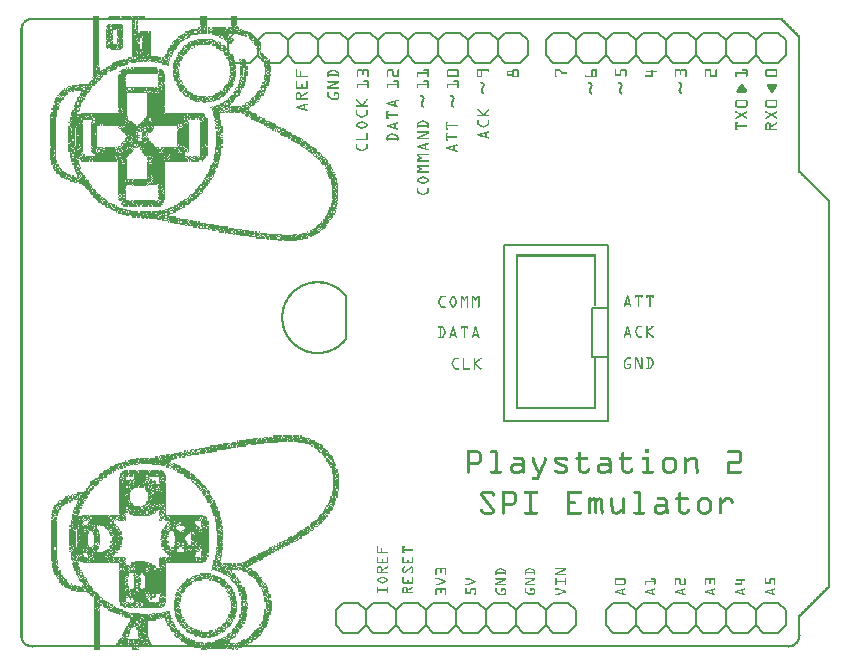
<source format=gto>
G04 MADE WITH FRITZING*
G04 WWW.FRITZING.ORG*
G04 DOUBLE SIDED*
G04 HOLES PLATED*
G04 CONTOUR ON CENTER OF CONTOUR VECTOR*
%ASAXBY*%
%FSLAX23Y23*%
%MOIN*%
%OFA0B0*%
%SFA1.0B1.0*%
%ADD10R,0.354200X0.595200X0.338200X0.579200*%
%ADD11C,0.008000*%
%ADD12R,0.063000X0.173200X0.047000X0.157200*%
%ADD13C,0.006000*%
%ADD14R,0.001000X0.001000*%
%LNSILK1*%
G90*
G70*
G54D11*
X1618Y1350D02*
X1964Y1350D01*
X1964Y763D01*
X1618Y763D01*
X1618Y1350D01*
D02*
X1909Y1139D02*
X1964Y1139D01*
X1964Y974D01*
X1909Y974D01*
X1909Y1139D01*
D02*
G54D13*
X2281Y157D02*
X2331Y157D01*
D02*
X2331Y157D02*
X2356Y132D01*
D02*
X2356Y132D02*
X2356Y82D01*
D02*
X2356Y82D02*
X2331Y57D01*
D02*
X2356Y132D02*
X2381Y157D01*
D02*
X2381Y157D02*
X2431Y157D01*
D02*
X2431Y157D02*
X2456Y132D01*
D02*
X2456Y132D02*
X2456Y82D01*
D02*
X2456Y82D02*
X2431Y57D01*
D02*
X2431Y57D02*
X2381Y57D01*
D02*
X2381Y57D02*
X2356Y82D01*
D02*
X2156Y132D02*
X2181Y157D01*
D02*
X2181Y157D02*
X2231Y157D01*
D02*
X2231Y157D02*
X2256Y132D01*
D02*
X2256Y132D02*
X2256Y82D01*
D02*
X2256Y82D02*
X2231Y57D01*
D02*
X2231Y57D02*
X2181Y57D01*
D02*
X2181Y57D02*
X2156Y82D01*
D02*
X2281Y157D02*
X2256Y132D01*
D02*
X2256Y82D02*
X2281Y57D01*
D02*
X2331Y57D02*
X2281Y57D01*
D02*
X1981Y157D02*
X2031Y157D01*
D02*
X2031Y157D02*
X2056Y132D01*
D02*
X2056Y132D02*
X2056Y82D01*
D02*
X2056Y82D02*
X2031Y57D01*
D02*
X2056Y132D02*
X2081Y157D01*
D02*
X2081Y157D02*
X2131Y157D01*
D02*
X2131Y157D02*
X2156Y132D01*
D02*
X2156Y132D02*
X2156Y82D01*
D02*
X2156Y82D02*
X2131Y57D01*
D02*
X2131Y57D02*
X2081Y57D01*
D02*
X2081Y57D02*
X2056Y82D01*
D02*
X1956Y132D02*
X1956Y82D01*
D02*
X1981Y157D02*
X1956Y132D01*
D02*
X1956Y82D02*
X1981Y57D01*
D02*
X2031Y57D02*
X1981Y57D01*
D02*
X2481Y157D02*
X2531Y157D01*
D02*
X2531Y157D02*
X2556Y132D01*
D02*
X2556Y132D02*
X2556Y82D01*
D02*
X2556Y82D02*
X2531Y57D01*
D02*
X2481Y157D02*
X2456Y132D01*
D02*
X2456Y82D02*
X2481Y57D01*
D02*
X2531Y57D02*
X2481Y57D01*
D02*
X871Y1957D02*
X821Y1957D01*
D02*
X1071Y1957D02*
X1021Y1957D01*
D02*
X971Y1957D02*
X921Y1957D01*
D02*
X1171Y1957D02*
X1121Y1957D01*
D02*
X1371Y1957D02*
X1321Y1957D01*
D02*
X1271Y1957D02*
X1221Y1957D01*
D02*
X1471Y1957D02*
X1421Y1957D01*
D02*
X1671Y1957D02*
X1621Y1957D01*
D02*
X1571Y1957D02*
X1521Y1957D01*
D02*
X771Y1957D02*
X721Y1957D01*
D02*
X896Y1982D02*
X871Y1957D01*
D02*
X796Y1982D02*
X796Y2032D01*
D02*
X796Y2032D02*
X821Y2057D01*
D02*
X821Y2057D02*
X871Y2057D01*
D02*
X871Y2057D02*
X896Y2032D01*
D02*
X1021Y1957D02*
X996Y1982D01*
D02*
X996Y1982D02*
X996Y2032D01*
D02*
X996Y2032D02*
X1021Y2057D01*
D02*
X996Y1982D02*
X971Y1957D01*
D02*
X921Y1957D02*
X896Y1982D01*
D02*
X896Y1982D02*
X896Y2032D01*
D02*
X896Y2032D02*
X921Y2057D01*
D02*
X921Y2057D02*
X971Y2057D01*
D02*
X971Y2057D02*
X996Y2032D01*
D02*
X1196Y1982D02*
X1171Y1957D01*
D02*
X1121Y1957D02*
X1096Y1982D01*
D02*
X1096Y1982D02*
X1096Y2032D01*
D02*
X1096Y2032D02*
X1121Y2057D01*
D02*
X1121Y2057D02*
X1171Y2057D01*
D02*
X1171Y2057D02*
X1196Y2032D01*
D02*
X1071Y1957D02*
X1096Y1982D01*
D02*
X1096Y2032D02*
X1071Y2057D01*
D02*
X1021Y2057D02*
X1071Y2057D01*
D02*
X1321Y1957D02*
X1296Y1982D01*
D02*
X1296Y1982D02*
X1296Y2032D01*
D02*
X1296Y2032D02*
X1321Y2057D01*
D02*
X1296Y1982D02*
X1271Y1957D01*
D02*
X1221Y1957D02*
X1196Y1982D01*
D02*
X1196Y1982D02*
X1196Y2032D01*
D02*
X1196Y2032D02*
X1221Y2057D01*
D02*
X1221Y2057D02*
X1271Y2057D01*
D02*
X1271Y2057D02*
X1296Y2032D01*
D02*
X1496Y1982D02*
X1471Y1957D01*
D02*
X1421Y1957D02*
X1396Y1982D01*
D02*
X1396Y1982D02*
X1396Y2032D01*
D02*
X1396Y2032D02*
X1421Y2057D01*
D02*
X1421Y2057D02*
X1471Y2057D01*
D02*
X1471Y2057D02*
X1496Y2032D01*
D02*
X1371Y1957D02*
X1396Y1982D01*
D02*
X1396Y2032D02*
X1371Y2057D01*
D02*
X1321Y2057D02*
X1371Y2057D01*
D02*
X1621Y1957D02*
X1596Y1982D01*
D02*
X1596Y1982D02*
X1596Y2032D01*
D02*
X1596Y2032D02*
X1621Y2057D01*
D02*
X1596Y1982D02*
X1571Y1957D01*
D02*
X1521Y1957D02*
X1496Y1982D01*
D02*
X1496Y1982D02*
X1496Y2032D01*
D02*
X1496Y2032D02*
X1521Y2057D01*
D02*
X1521Y2057D02*
X1571Y2057D01*
D02*
X1571Y2057D02*
X1596Y2032D01*
D02*
X1696Y1982D02*
X1696Y2032D01*
D02*
X1671Y1957D02*
X1696Y1982D01*
D02*
X1696Y2032D02*
X1671Y2057D01*
D02*
X1621Y2057D02*
X1671Y2057D01*
D02*
X696Y1982D02*
X696Y2032D01*
D02*
X771Y1957D02*
X796Y1982D01*
D02*
X721Y2057D02*
X771Y2057D01*
D02*
X1931Y1957D02*
X1881Y1957D01*
D02*
X1881Y1957D02*
X1856Y1982D01*
D02*
X1856Y1982D02*
X1856Y2032D01*
D02*
X1856Y2032D02*
X1881Y2057D01*
D02*
X2056Y1982D02*
X2031Y1957D01*
D02*
X2031Y1957D02*
X1981Y1957D01*
D02*
X1981Y1957D02*
X1956Y1982D01*
D02*
X1956Y1982D02*
X1956Y2032D01*
D02*
X1956Y2032D02*
X1981Y2057D01*
D02*
X1981Y2057D02*
X2031Y2057D01*
D02*
X2031Y2057D02*
X2056Y2032D01*
D02*
X1931Y1957D02*
X1956Y1982D01*
D02*
X1956Y2032D02*
X1931Y2057D01*
D02*
X1881Y2057D02*
X1931Y2057D01*
D02*
X2231Y1957D02*
X2181Y1957D01*
D02*
X2181Y1957D02*
X2156Y1982D01*
D02*
X2156Y1982D02*
X2156Y2032D01*
D02*
X2156Y2032D02*
X2181Y2057D01*
D02*
X2156Y1982D02*
X2131Y1957D01*
D02*
X2131Y1957D02*
X2081Y1957D01*
D02*
X2081Y1957D02*
X2056Y1982D01*
D02*
X2056Y1982D02*
X2056Y2032D01*
D02*
X2056Y2032D02*
X2081Y2057D01*
D02*
X2081Y2057D02*
X2131Y2057D01*
D02*
X2131Y2057D02*
X2156Y2032D01*
D02*
X2356Y1982D02*
X2331Y1957D01*
D02*
X2331Y1957D02*
X2281Y1957D01*
D02*
X2281Y1957D02*
X2256Y1982D01*
D02*
X2256Y1982D02*
X2256Y2032D01*
D02*
X2256Y2032D02*
X2281Y2057D01*
D02*
X2281Y2057D02*
X2331Y2057D01*
D02*
X2331Y2057D02*
X2356Y2032D01*
D02*
X2231Y1957D02*
X2256Y1982D01*
D02*
X2256Y2032D02*
X2231Y2057D01*
D02*
X2181Y2057D02*
X2231Y2057D01*
D02*
X2531Y1957D02*
X2481Y1957D01*
D02*
X2481Y1957D02*
X2456Y1982D01*
D02*
X2456Y1982D02*
X2456Y2032D01*
D02*
X2456Y2032D02*
X2481Y2057D01*
D02*
X2456Y1982D02*
X2431Y1957D01*
D02*
X2431Y1957D02*
X2381Y1957D01*
D02*
X2381Y1957D02*
X2356Y1982D01*
D02*
X2356Y1982D02*
X2356Y2032D01*
D02*
X2356Y2032D02*
X2381Y2057D01*
D02*
X2381Y2057D02*
X2431Y2057D01*
D02*
X2431Y2057D02*
X2456Y2032D01*
D02*
X2556Y1982D02*
X2556Y2032D01*
D02*
X2531Y1957D02*
X2556Y1982D01*
D02*
X2556Y2032D02*
X2531Y2057D01*
D02*
X2481Y2057D02*
X2531Y2057D01*
D02*
X1831Y1957D02*
X1781Y1957D01*
D02*
X1781Y1957D02*
X1756Y1982D01*
D02*
X1756Y1982D02*
X1756Y2032D01*
D02*
X1756Y2032D02*
X1781Y2057D01*
D02*
X1831Y1957D02*
X1856Y1982D01*
D02*
X1856Y2032D02*
X1831Y2057D01*
D02*
X1781Y2057D02*
X1831Y2057D01*
D02*
X1681Y157D02*
X1731Y157D01*
D02*
X1731Y157D02*
X1756Y132D01*
D02*
X1756Y132D02*
X1756Y82D01*
D02*
X1756Y82D02*
X1731Y57D01*
D02*
X1556Y132D02*
X1581Y157D01*
D02*
X1581Y157D02*
X1631Y157D01*
D02*
X1631Y157D02*
X1656Y132D01*
D02*
X1656Y132D02*
X1656Y82D01*
D02*
X1656Y82D02*
X1631Y57D01*
D02*
X1631Y57D02*
X1581Y57D01*
D02*
X1581Y57D02*
X1556Y82D01*
D02*
X1681Y157D02*
X1656Y132D01*
D02*
X1656Y82D02*
X1681Y57D01*
D02*
X1731Y57D02*
X1681Y57D01*
D02*
X1381Y157D02*
X1431Y157D01*
D02*
X1431Y157D02*
X1456Y132D01*
D02*
X1456Y132D02*
X1456Y82D01*
D02*
X1456Y82D02*
X1431Y57D01*
D02*
X1456Y132D02*
X1481Y157D01*
D02*
X1481Y157D02*
X1531Y157D01*
D02*
X1531Y157D02*
X1556Y132D01*
D02*
X1556Y132D02*
X1556Y82D01*
D02*
X1556Y82D02*
X1531Y57D01*
D02*
X1531Y57D02*
X1481Y57D01*
D02*
X1481Y57D02*
X1456Y82D01*
D02*
X1256Y132D02*
X1281Y157D01*
D02*
X1281Y157D02*
X1331Y157D01*
D02*
X1331Y157D02*
X1356Y132D01*
D02*
X1356Y132D02*
X1356Y82D01*
D02*
X1356Y82D02*
X1331Y57D01*
D02*
X1331Y57D02*
X1281Y57D01*
D02*
X1281Y57D02*
X1256Y82D01*
D02*
X1381Y157D02*
X1356Y132D01*
D02*
X1356Y82D02*
X1381Y57D01*
D02*
X1431Y57D02*
X1381Y57D01*
D02*
X1081Y157D02*
X1131Y157D01*
D02*
X1131Y157D02*
X1156Y132D01*
D02*
X1156Y132D02*
X1156Y82D01*
D02*
X1156Y82D02*
X1131Y57D01*
D02*
X1156Y132D02*
X1181Y157D01*
D02*
X1181Y157D02*
X1231Y157D01*
D02*
X1231Y157D02*
X1256Y132D01*
D02*
X1256Y132D02*
X1256Y82D01*
D02*
X1256Y82D02*
X1231Y57D01*
D02*
X1231Y57D02*
X1181Y57D01*
D02*
X1181Y57D02*
X1156Y82D01*
D02*
X1056Y132D02*
X1056Y82D01*
D02*
X1081Y157D02*
X1056Y132D01*
D02*
X1056Y82D02*
X1081Y57D01*
D02*
X1131Y57D02*
X1081Y57D01*
D02*
X1781Y157D02*
X1831Y157D01*
D02*
X1831Y157D02*
X1856Y132D01*
D02*
X1856Y132D02*
X1856Y82D01*
D02*
X1856Y82D02*
X1831Y57D01*
D02*
X1781Y157D02*
X1756Y132D01*
D02*
X1756Y82D02*
X1781Y57D01*
D02*
X1831Y57D02*
X1781Y57D01*
G36*
X126Y470D02*
X131Y470D01*
X131Y474D01*
X126Y474D01*
X126Y470D01*
G37*
D02*
G36*
X164Y511D02*
X168Y511D01*
X168Y515D01*
X164Y515D01*
X164Y511D01*
G37*
D02*
G36*
X168Y325D02*
X172Y325D01*
X172Y329D01*
X168Y329D01*
X168Y325D01*
G37*
D02*
G36*
X172Y217D02*
X176Y217D01*
X176Y221D01*
X172Y221D01*
X172Y217D01*
G37*
D02*
G36*
X172Y329D02*
X176Y329D01*
X176Y333D01*
X172Y333D01*
X172Y329D01*
G37*
D02*
G36*
X176Y515D02*
X180Y515D01*
X180Y519D01*
X176Y519D01*
X176Y515D01*
G37*
D02*
G36*
X197Y238D02*
X201Y238D01*
X201Y246D01*
X197Y246D01*
X197Y238D01*
G37*
D02*
G36*
X213Y416D02*
X218Y416D01*
X218Y420D01*
X213Y420D01*
X213Y416D01*
G37*
D02*
G36*
X213Y432D02*
X218Y432D01*
X218Y437D01*
X213Y437D01*
X213Y432D01*
G37*
D02*
G36*
X218Y495D02*
X222Y495D01*
X222Y499D01*
X218Y499D01*
X218Y495D01*
G37*
D02*
G36*
X230Y428D02*
X234Y428D01*
X234Y432D01*
X230Y432D01*
X230Y428D01*
G37*
D02*
G36*
X242Y341D02*
X247Y341D01*
X247Y346D01*
X242Y346D01*
X242Y341D01*
G37*
D02*
G36*
X259Y350D02*
X263Y350D01*
X263Y354D01*
X259Y354D01*
X259Y350D01*
G37*
D02*
G36*
X305Y147D02*
X309Y147D01*
X309Y143D01*
X313Y143D01*
X313Y151D01*
X305Y151D01*
X305Y147D01*
G37*
D02*
G36*
X321Y428D02*
X325Y428D01*
X325Y432D01*
X321Y432D01*
X321Y428D01*
G37*
D02*
G36*
X325Y408D02*
X329Y408D01*
X329Y412D01*
X325Y412D01*
X325Y408D01*
G37*
D02*
G36*
X354Y292D02*
X358Y292D01*
X358Y296D01*
X354Y296D01*
X354Y292D01*
G37*
D02*
G36*
X354Y449D02*
X358Y449D01*
X358Y453D01*
X354Y453D01*
X354Y449D01*
G37*
D02*
G36*
X358Y238D02*
X362Y238D01*
X362Y242D01*
X358Y242D01*
X358Y238D01*
G37*
D02*
G36*
X371Y155D02*
X375Y155D01*
X375Y159D01*
X371Y159D01*
X371Y155D01*
G37*
D02*
G36*
X396Y6D02*
X400Y6D01*
X400Y10D01*
X396Y10D01*
X396Y6D01*
G37*
D02*
G36*
X429Y172D02*
X433Y172D01*
X433Y176D01*
X429Y176D01*
X429Y172D01*
G37*
D02*
G36*
X433Y176D02*
X437Y176D01*
X437Y180D01*
X433Y180D01*
X433Y176D01*
G37*
D02*
G36*
X433Y594D02*
X437Y594D01*
X437Y598D01*
X433Y598D01*
X433Y594D01*
G37*
D02*
G36*
X466Y640D02*
X470Y640D01*
X470Y644D01*
X466Y644D01*
X466Y640D01*
G37*
D02*
G36*
X474Y101D02*
X478Y101D01*
X478Y105D01*
X474Y105D01*
X474Y101D01*
G37*
D02*
G36*
X495Y399D02*
X499Y399D01*
X499Y403D01*
X495Y403D01*
X495Y399D01*
G37*
D02*
G36*
X495Y420D02*
X499Y420D01*
X499Y424D01*
X495Y424D01*
X495Y420D01*
G37*
D02*
G36*
X503Y602D02*
X507Y602D01*
X507Y606D01*
X503Y606D01*
X503Y602D01*
G37*
D02*
G36*
X503Y619D02*
X507Y619D01*
X507Y623D01*
X503Y623D01*
X503Y619D01*
G37*
D02*
G36*
X507Y615D02*
X512Y615D01*
X512Y619D01*
X507Y619D01*
X507Y615D01*
G37*
D02*
G36*
X520Y594D02*
X524Y594D01*
X524Y598D01*
X520Y598D01*
X520Y594D01*
G37*
D02*
G36*
X528Y196D02*
X532Y196D01*
X532Y201D01*
X528Y201D01*
X528Y196D01*
G37*
D02*
G36*
X528Y412D02*
X532Y412D01*
X532Y416D01*
X528Y416D01*
X528Y412D01*
G37*
D02*
G36*
X532Y35D02*
X536Y35D01*
X536Y39D01*
X532Y39D01*
X532Y35D01*
G37*
D02*
G36*
X532Y192D02*
X536Y192D01*
X536Y196D01*
X532Y196D01*
X532Y192D01*
G37*
D02*
G36*
X536Y188D02*
X541Y188D01*
X541Y184D01*
X545Y184D01*
X545Y201D01*
X541Y201D01*
X541Y196D01*
X536Y196D01*
X536Y188D01*
G37*
D02*
G36*
X536Y209D02*
X541Y209D01*
X541Y205D01*
X545Y205D01*
X545Y217D01*
X541Y217D01*
X541Y213D01*
X536Y213D01*
X536Y209D01*
G37*
D02*
G36*
X545Y188D02*
X549Y188D01*
X549Y221D01*
X545Y221D01*
X545Y188D01*
G37*
D02*
G36*
X545Y188D02*
X549Y188D01*
X549Y221D01*
X545Y221D01*
X545Y188D01*
G37*
D02*
G36*
X549Y192D02*
X553Y192D01*
X553Y209D01*
X557Y209D01*
X557Y230D01*
X553Y230D01*
X553Y225D01*
X549Y225D01*
X549Y192D01*
G37*
D02*
G36*
X553Y201D02*
X557Y201D01*
X557Y205D01*
X553Y205D01*
X553Y201D01*
G37*
D02*
G36*
X557Y205D02*
X561Y205D01*
X561Y225D01*
X565Y225D01*
X565Y238D01*
X561Y238D01*
X561Y234D01*
X557Y234D01*
X557Y205D01*
G37*
D02*
G36*
X561Y209D02*
X565Y209D01*
X565Y221D01*
X561Y221D01*
X561Y209D01*
G37*
D02*
G36*
X565Y213D02*
X570Y213D01*
X570Y234D01*
X565Y234D01*
X565Y213D01*
G37*
D02*
G36*
X565Y213D02*
X570Y213D01*
X570Y234D01*
X565Y234D01*
X565Y213D01*
G37*
D02*
G36*
X570Y217D02*
X574Y217D01*
X574Y225D01*
X570Y225D01*
X570Y217D01*
G37*
D02*
G36*
X570Y230D02*
X574Y230D01*
X574Y234D01*
X582Y234D01*
X582Y238D01*
X578Y238D01*
X578Y242D01*
X574Y242D01*
X574Y238D01*
X570Y238D01*
X570Y230D01*
G37*
D02*
G36*
X574Y217D02*
X578Y217D01*
X578Y225D01*
X582Y225D01*
X582Y230D01*
X574Y230D01*
X574Y217D01*
G37*
D02*
G36*
X532Y201D02*
X541Y201D01*
X541Y205D01*
X536Y205D01*
X536Y209D01*
X532Y209D01*
X532Y201D01*
G37*
D02*
G36*
X536Y39D02*
X541Y39D01*
X541Y43D01*
X536Y43D01*
X536Y39D01*
G37*
D02*
G36*
X516Y130D02*
X520Y130D01*
X520Y167D01*
X516Y167D01*
X516Y130D01*
G37*
D02*
G36*
X520Y109D02*
X524Y109D01*
X524Y138D01*
X528Y138D01*
X528Y143D01*
X532Y143D01*
X532Y151D01*
X536Y151D01*
X536Y155D01*
X532Y155D01*
X532Y159D01*
X528Y159D01*
X528Y172D01*
X524Y172D01*
X524Y176D01*
X520Y176D01*
X520Y109D01*
G37*
D02*
G36*
X520Y180D02*
X524Y180D01*
X524Y184D01*
X520Y184D01*
X520Y180D01*
G37*
D02*
G36*
X524Y101D02*
X528Y101D01*
X528Y93D01*
X532Y93D01*
X532Y85D01*
X536Y85D01*
X536Y80D01*
X541Y80D01*
X541Y85D01*
X536Y85D01*
X536Y114D01*
X532Y114D01*
X532Y118D01*
X528Y118D01*
X528Y122D01*
X524Y122D01*
X524Y101D01*
G37*
D02*
G36*
X524Y126D02*
X528Y126D01*
X528Y134D01*
X524Y134D01*
X524Y126D01*
G37*
D02*
G36*
X524Y176D02*
X528Y176D01*
X528Y180D01*
X532Y180D01*
X532Y192D01*
X524Y192D01*
X524Y176D01*
G37*
D02*
G36*
X528Y122D02*
X532Y122D01*
X532Y138D01*
X528Y138D01*
X528Y122D01*
G37*
D02*
G36*
X528Y163D02*
X532Y163D01*
X532Y176D01*
X528Y176D01*
X528Y163D01*
G37*
D02*
G36*
X532Y118D02*
X536Y118D01*
X536Y134D01*
X532Y134D01*
X532Y118D01*
G37*
D02*
G36*
X532Y138D02*
X536Y138D01*
X536Y147D01*
X532Y147D01*
X532Y138D01*
G37*
D02*
G36*
X532Y159D02*
X536Y159D01*
X536Y172D01*
X532Y172D01*
X532Y159D01*
G37*
D02*
G36*
X532Y176D02*
X536Y176D01*
X536Y188D01*
X532Y188D01*
X532Y176D01*
G37*
D02*
G36*
X536Y89D02*
X541Y89D01*
X541Y134D01*
X536Y134D01*
X536Y89D01*
G37*
D02*
G36*
X536Y89D02*
X541Y89D01*
X541Y134D01*
X536Y134D01*
X536Y89D01*
G37*
D02*
G36*
X536Y159D02*
X541Y159D01*
X541Y184D01*
X536Y184D01*
X536Y159D01*
G37*
D02*
G36*
X536Y159D02*
X541Y159D01*
X541Y184D01*
X536Y184D01*
X536Y159D01*
G37*
D02*
G36*
X541Y80D02*
X545Y80D01*
X545Y97D01*
X541Y97D01*
X541Y80D01*
G37*
D02*
G36*
X541Y80D02*
X545Y80D01*
X545Y97D01*
X541Y97D01*
X541Y80D01*
G37*
D02*
G36*
X541Y101D02*
X545Y101D01*
X545Y105D01*
X549Y105D01*
X549Y109D01*
X545Y109D01*
X545Y118D01*
X541Y118D01*
X541Y101D01*
G37*
D02*
G36*
X541Y176D02*
X545Y176D01*
X545Y180D01*
X541Y180D01*
X541Y176D01*
G37*
D02*
G36*
X545Y72D02*
X549Y72D01*
X549Y68D01*
X557Y68D01*
X557Y76D01*
X553Y76D01*
X553Y80D01*
X549Y80D01*
X549Y85D01*
X545Y85D01*
X545Y72D01*
G37*
D02*
G36*
X545Y89D02*
X549Y89D01*
X549Y97D01*
X553Y97D01*
X553Y101D01*
X545Y101D01*
X545Y89D01*
G37*
D02*
G36*
X549Y85D02*
X553Y85D01*
X553Y89D01*
X557Y89D01*
X557Y93D01*
X549Y93D01*
X549Y85D01*
G37*
D02*
G36*
X553Y80D02*
X557Y80D01*
X557Y85D01*
X553Y85D01*
X553Y80D01*
G37*
D02*
G36*
X557Y72D02*
X561Y72D01*
X561Y89D01*
X557Y89D01*
X557Y72D01*
G37*
D02*
G36*
X557Y72D02*
X561Y72D01*
X561Y89D01*
X557Y89D01*
X557Y72D01*
G37*
D02*
G36*
X561Y72D02*
X565Y72D01*
X565Y76D01*
X570Y76D01*
X570Y80D01*
X565Y80D01*
X565Y85D01*
X561Y85D01*
X561Y72D01*
G37*
D02*
G36*
X557Y60D02*
X561Y60D01*
X561Y56D01*
X565Y56D01*
X565Y68D01*
X570Y68D01*
X570Y72D01*
X565Y72D01*
X565Y68D01*
X557Y68D01*
X557Y60D01*
G37*
D02*
G36*
X565Y56D02*
X570Y56D01*
X570Y51D01*
X574Y51D01*
X574Y60D01*
X570Y60D01*
X570Y64D01*
X565Y64D01*
X565Y56D01*
G37*
D02*
G36*
X570Y64D02*
X574Y64D01*
X574Y76D01*
X570Y76D01*
X570Y64D01*
G37*
D02*
G36*
X574Y51D02*
X578Y51D01*
X578Y76D01*
X574Y76D01*
X574Y51D01*
G37*
D02*
G36*
X574Y51D02*
X578Y51D01*
X578Y76D01*
X574Y76D01*
X574Y51D01*
G37*
D02*
G36*
X578Y51D02*
X582Y51D01*
X582Y64D01*
X578Y64D01*
X578Y51D01*
G37*
D02*
G36*
X578Y68D02*
X582Y68D01*
X582Y72D01*
X578Y72D01*
X578Y68D01*
G37*
D02*
G36*
X582Y47D02*
X586Y47D01*
X586Y43D01*
X594Y43D01*
X594Y47D01*
X599Y47D01*
X599Y43D01*
X607Y43D01*
X607Y51D01*
X611Y51D01*
X611Y64D01*
X607Y64D01*
X607Y60D01*
X603Y60D01*
X603Y64D01*
X594Y64D01*
X594Y68D01*
X582Y68D01*
X582Y47D01*
G37*
D02*
G36*
X607Y39D02*
X611Y39D01*
X611Y47D01*
X607Y47D01*
X607Y39D01*
G37*
D02*
G36*
X611Y39D02*
X615Y39D01*
X615Y60D01*
X611Y60D01*
X611Y39D01*
G37*
D02*
G36*
X611Y39D02*
X615Y39D01*
X615Y60D01*
X611Y60D01*
X611Y39D01*
G37*
D02*
G36*
X615Y39D02*
X623Y39D01*
X623Y43D01*
X628Y43D01*
X628Y51D01*
X632Y51D01*
X632Y60D01*
X615Y60D01*
X615Y39D01*
G37*
D02*
G36*
X628Y39D02*
X632Y39D01*
X632Y47D01*
X628Y47D01*
X628Y39D01*
G37*
D02*
G36*
X632Y39D02*
X636Y39D01*
X636Y64D01*
X632Y64D01*
X632Y39D01*
G37*
D02*
G36*
X632Y39D02*
X636Y39D01*
X636Y64D01*
X632Y64D01*
X632Y39D01*
G37*
D02*
G36*
X636Y39D02*
X640Y39D01*
X640Y56D01*
X644Y56D01*
X644Y60D01*
X648Y60D01*
X648Y64D01*
X636Y64D01*
X636Y39D01*
G37*
D02*
G36*
X640Y43D02*
X644Y43D01*
X644Y51D01*
X640Y51D01*
X640Y43D01*
G37*
D02*
G36*
X644Y43D02*
X648Y43D01*
X648Y56D01*
X644Y56D01*
X644Y43D01*
G37*
D02*
G36*
X648Y43D02*
X652Y43D01*
X652Y56D01*
X657Y56D01*
X657Y68D01*
X652Y68D01*
X652Y60D01*
X648Y60D01*
X648Y43D01*
G37*
D02*
G36*
X652Y47D02*
X657Y47D01*
X657Y51D01*
X652Y51D01*
X652Y47D01*
G37*
D02*
G36*
X657Y47D02*
X661Y47D01*
X661Y64D01*
X657Y64D01*
X657Y47D01*
G37*
D02*
G36*
X657Y47D02*
X661Y47D01*
X661Y64D01*
X657Y64D01*
X657Y47D01*
G37*
D02*
G36*
X661Y47D02*
X665Y47D01*
X665Y68D01*
X669Y68D01*
X669Y76D01*
X665Y76D01*
X665Y72D01*
X661Y72D01*
X661Y47D01*
G37*
D02*
G36*
X665Y51D02*
X669Y51D01*
X669Y56D01*
X665Y56D01*
X665Y51D01*
G37*
D02*
G36*
X665Y60D02*
X669Y60D01*
X669Y64D01*
X665Y64D01*
X665Y60D01*
G37*
D02*
G36*
X669Y56D02*
X673Y56D01*
X673Y76D01*
X669Y76D01*
X669Y56D01*
G37*
D02*
G36*
X669Y56D02*
X673Y56D01*
X673Y76D01*
X669Y76D01*
X669Y56D01*
G37*
D02*
G36*
X673Y60D02*
X677Y60D01*
X677Y80D01*
X681Y80D01*
X681Y85D01*
X677Y85D01*
X677Y80D01*
X673Y80D01*
X673Y60D01*
G37*
D02*
G36*
X677Y56D02*
X681Y56D01*
X681Y68D01*
X686Y68D01*
X686Y72D01*
X681Y72D01*
X681Y76D01*
X677Y76D01*
X677Y56D01*
G37*
D02*
G36*
X681Y60D02*
X686Y60D01*
X686Y64D01*
X681Y64D01*
X681Y60D01*
G37*
D02*
G36*
X681Y76D02*
X686Y76D01*
X686Y89D01*
X681Y89D01*
X681Y76D01*
G37*
D02*
G36*
X686Y64D02*
X690Y64D01*
X690Y93D01*
X686Y93D01*
X686Y64D01*
G37*
D02*
G36*
X686Y64D02*
X690Y64D01*
X690Y93D01*
X686Y93D01*
X686Y64D01*
G37*
D02*
G36*
X690Y72D02*
X694Y72D01*
X694Y76D01*
X690Y76D01*
X690Y72D01*
G37*
D02*
G36*
X690Y85D02*
X694Y85D01*
X694Y101D01*
X690Y101D01*
X690Y85D01*
G37*
D02*
G36*
X694Y72D02*
X698Y72D01*
X698Y97D01*
X694Y97D01*
X694Y72D01*
G37*
D02*
G36*
X694Y72D02*
X698Y72D01*
X698Y97D01*
X694Y97D01*
X694Y72D01*
G37*
D02*
G36*
X698Y76D02*
X702Y76D01*
X702Y80D01*
X706Y80D01*
X706Y85D01*
X710Y85D01*
X710Y93D01*
X706Y93D01*
X706Y89D01*
X702Y89D01*
X702Y93D01*
X698Y93D01*
X698Y76D01*
G37*
D02*
G36*
X578Y557D02*
X582Y557D01*
X582Y561D01*
X578Y561D01*
X578Y557D01*
G37*
D02*
G36*
X507Y606D02*
X512Y606D01*
X512Y611D01*
X507Y611D01*
X507Y606D01*
G37*
D02*
G36*
X512Y598D02*
X516Y598D01*
X516Y615D01*
X512Y615D01*
X512Y598D01*
G37*
D02*
G36*
X512Y619D02*
X516Y619D01*
X516Y623D01*
X512Y623D01*
X512Y619D01*
G37*
D02*
G36*
X516Y598D02*
X520Y598D01*
X520Y623D01*
X516Y623D01*
X516Y598D01*
G37*
D02*
G36*
X516Y598D02*
X520Y598D01*
X520Y623D01*
X516Y623D01*
X516Y598D01*
G37*
D02*
G36*
X520Y606D02*
X524Y606D01*
X524Y598D01*
X528Y598D01*
X528Y606D01*
X532Y606D01*
X532Y615D01*
X528Y615D01*
X528Y619D01*
X520Y619D01*
X520Y606D01*
G37*
D02*
G36*
X528Y590D02*
X532Y590D01*
X532Y602D01*
X528Y602D01*
X528Y590D01*
G37*
D02*
G36*
X532Y590D02*
X536Y590D01*
X536Y615D01*
X532Y615D01*
X532Y590D01*
G37*
D02*
G36*
X532Y590D02*
X536Y590D01*
X536Y615D01*
X532Y615D01*
X532Y590D01*
G37*
D02*
G36*
X536Y586D02*
X541Y586D01*
X541Y594D01*
X536Y594D01*
X536Y586D01*
G37*
D02*
G36*
X536Y598D02*
X541Y598D01*
X541Y611D01*
X536Y611D01*
X536Y598D01*
G37*
D02*
G36*
X541Y586D02*
X545Y586D01*
X545Y606D01*
X541Y606D01*
X541Y586D01*
G37*
D02*
G36*
X541Y586D02*
X545Y586D01*
X545Y606D01*
X541Y606D01*
X541Y586D01*
G37*
D02*
G36*
X545Y586D02*
X549Y586D01*
X549Y577D01*
X557Y577D01*
X557Y573D01*
X561Y573D01*
X561Y569D01*
X570Y569D01*
X570Y582D01*
X574Y582D01*
X574Y586D01*
X570Y586D01*
X570Y594D01*
X565Y594D01*
X565Y598D01*
X557Y598D01*
X557Y602D01*
X553Y602D01*
X553Y606D01*
X545Y606D01*
X545Y586D01*
G37*
D02*
G36*
X570Y569D02*
X574Y569D01*
X574Y577D01*
X570Y577D01*
X570Y569D01*
G37*
D02*
G36*
X574Y561D02*
X578Y561D01*
X578Y590D01*
X574Y590D01*
X574Y561D01*
G37*
D02*
G36*
X574Y561D02*
X578Y561D01*
X578Y590D01*
X574Y590D01*
X574Y561D01*
G37*
D02*
G36*
X578Y565D02*
X582Y565D01*
X582Y561D01*
X586Y561D01*
X586Y573D01*
X590Y573D01*
X590Y577D01*
X586Y577D01*
X586Y582D01*
X582Y582D01*
X582Y586D01*
X578Y586D01*
X578Y565D01*
G37*
D02*
G36*
X582Y553D02*
X586Y553D01*
X586Y548D01*
X590Y548D01*
X590Y557D01*
X582Y557D01*
X582Y553D01*
G37*
D02*
G36*
X586Y561D02*
X590Y561D01*
X590Y569D01*
X586Y569D01*
X586Y561D01*
G37*
D02*
G36*
X590Y544D02*
X594Y544D01*
X594Y573D01*
X590Y573D01*
X590Y544D01*
G37*
D02*
G36*
X590Y544D02*
X594Y544D01*
X594Y573D01*
X590Y573D01*
X590Y544D01*
G37*
D02*
G36*
X594Y540D02*
X599Y540D01*
X599Y532D01*
X603Y532D01*
X603Y536D01*
X607Y536D01*
X607Y540D01*
X603Y540D01*
X603Y544D01*
X599Y544D01*
X599Y548D01*
X594Y548D01*
X594Y540D01*
G37*
D02*
G36*
X594Y553D02*
X599Y553D01*
X599Y569D01*
X594Y569D01*
X594Y553D01*
G37*
D02*
G36*
X599Y548D02*
X603Y548D01*
X603Y565D01*
X599Y565D01*
X599Y548D01*
G37*
D02*
G36*
X603Y528D02*
X607Y528D01*
X607Y532D01*
X603Y532D01*
X603Y528D01*
G37*
D02*
G36*
X603Y544D02*
X607Y544D01*
X607Y561D01*
X603Y561D01*
X603Y544D01*
G37*
D02*
G36*
X607Y528D02*
X611Y528D01*
X611Y519D01*
X615Y519D01*
X615Y528D01*
X611Y528D01*
X611Y536D01*
X607Y536D01*
X607Y528D01*
G37*
D02*
G36*
X607Y540D02*
X611Y540D01*
X611Y557D01*
X607Y557D01*
X607Y540D01*
G37*
D02*
G36*
X611Y532D02*
X615Y532D01*
X615Y553D01*
X611Y553D01*
X611Y532D01*
G37*
D02*
G36*
X611Y532D02*
X615Y532D01*
X615Y553D01*
X611Y553D01*
X611Y532D01*
G37*
D02*
G36*
X615Y511D02*
X619Y511D01*
X619Y536D01*
X615Y536D01*
X615Y511D01*
G37*
D02*
G36*
X615Y511D02*
X619Y511D01*
X619Y536D01*
X615Y536D01*
X615Y511D01*
G37*
D02*
G36*
X615Y540D02*
X619Y540D01*
X619Y548D01*
X615Y548D01*
X615Y540D01*
G37*
D02*
G36*
X619Y507D02*
X623Y507D01*
X623Y511D01*
X619Y511D01*
X619Y507D01*
G37*
D02*
G36*
X619Y515D02*
X623Y515D01*
X623Y524D01*
X628Y524D01*
X628Y528D01*
X623Y528D01*
X623Y532D01*
X619Y532D01*
X619Y515D01*
G37*
D02*
G36*
X619Y536D02*
X623Y536D01*
X623Y544D01*
X619Y544D01*
X619Y536D01*
G37*
D02*
G36*
X623Y499D02*
X628Y499D01*
X628Y490D01*
X632Y490D01*
X632Y515D01*
X623Y515D01*
X623Y499D01*
G37*
D02*
G36*
X623Y532D02*
X628Y532D01*
X628Y540D01*
X623Y540D01*
X623Y532D01*
G37*
D02*
G36*
X628Y519D02*
X632Y519D01*
X632Y532D01*
X628Y532D01*
X628Y519D01*
G37*
D02*
G36*
X632Y490D02*
X636Y490D01*
X636Y528D01*
X632Y528D01*
X632Y490D01*
G37*
D02*
G36*
X632Y490D02*
X636Y490D01*
X636Y528D01*
X632Y528D01*
X632Y490D01*
G37*
D02*
G36*
X636Y486D02*
X640Y486D01*
X640Y490D01*
X644Y490D01*
X644Y495D01*
X640Y495D01*
X640Y503D01*
X636Y503D01*
X636Y486D01*
G37*
D02*
G36*
X636Y507D02*
X640Y507D01*
X640Y515D01*
X636Y515D01*
X636Y507D01*
G37*
D02*
G36*
X640Y499D02*
X644Y499D01*
X644Y511D01*
X640Y511D01*
X640Y499D01*
G37*
D02*
G36*
X640Y499D02*
X644Y499D01*
X644Y511D01*
X640Y511D01*
X640Y499D01*
G37*
D02*
G36*
X644Y503D02*
X648Y503D01*
X648Y507D01*
X644Y507D01*
X644Y503D01*
G37*
D02*
G36*
X640Y263D02*
X644Y263D01*
X644Y267D01*
X640Y267D01*
X640Y263D01*
G37*
D02*
G36*
X661Y271D02*
X665Y271D01*
X665Y275D01*
X661Y275D01*
X661Y271D01*
G37*
D02*
G36*
X677Y279D02*
X681Y279D01*
X681Y283D01*
X677Y283D01*
X677Y279D01*
G37*
D02*
G36*
X690Y192D02*
X694Y192D01*
X694Y196D01*
X690Y196D01*
X690Y192D01*
G37*
D02*
G36*
X694Y101D02*
X698Y101D01*
X698Y105D01*
X694Y105D01*
X694Y101D01*
G37*
D02*
G36*
X694Y196D02*
X698Y196D01*
X698Y201D01*
X694Y201D01*
X694Y196D01*
G37*
D02*
G36*
X698Y97D02*
X702Y97D01*
X702Y101D01*
X698Y101D01*
X698Y97D01*
G37*
D02*
G36*
X578Y242D02*
X582Y242D01*
X582Y238D01*
X586Y238D01*
X586Y246D01*
X578Y246D01*
X578Y242D01*
G37*
D02*
G36*
X582Y230D02*
X586Y230D01*
X586Y234D01*
X582Y234D01*
X582Y230D01*
G37*
D02*
G36*
X586Y225D02*
X590Y225D01*
X590Y250D01*
X586Y250D01*
X586Y225D01*
G37*
D02*
G36*
X586Y225D02*
X590Y225D01*
X590Y250D01*
X586Y250D01*
X586Y225D01*
G37*
D02*
G36*
X590Y230D02*
X594Y230D01*
X594Y238D01*
X590Y238D01*
X590Y230D01*
G37*
D02*
G36*
X590Y242D02*
X594Y242D01*
X594Y246D01*
X599Y246D01*
X599Y250D01*
X590Y250D01*
X590Y242D01*
G37*
D02*
G36*
X594Y230D02*
X599Y230D01*
X599Y242D01*
X594Y242D01*
X594Y230D01*
G37*
D02*
G36*
X599Y230D02*
X603Y230D01*
X603Y250D01*
X599Y250D01*
X599Y230D01*
G37*
D02*
G36*
X599Y230D02*
X603Y230D01*
X603Y250D01*
X599Y250D01*
X599Y230D01*
G37*
D02*
G36*
X603Y230D02*
X611Y230D01*
X611Y234D01*
X615Y234D01*
X615Y242D01*
X607Y242D01*
X607Y246D01*
X603Y246D01*
X603Y230D01*
G37*
D02*
G36*
X603Y250D02*
X607Y250D01*
X607Y254D01*
X603Y254D01*
X603Y250D01*
G37*
D02*
G36*
X607Y246D02*
X615Y246D01*
X615Y254D01*
X607Y254D01*
X607Y246D01*
G37*
D02*
G36*
X615Y234D02*
X619Y234D01*
X619Y254D01*
X615Y254D01*
X615Y234D01*
G37*
D02*
G36*
X615Y234D02*
X619Y234D01*
X619Y254D01*
X615Y254D01*
X615Y234D01*
G37*
D02*
G36*
X619Y234D02*
X623Y234D01*
X623Y250D01*
X628Y250D01*
X628Y254D01*
X619Y254D01*
X619Y234D01*
G37*
D02*
G36*
X623Y234D02*
X628Y234D01*
X628Y238D01*
X623Y238D01*
X623Y234D01*
G37*
D02*
G36*
X623Y242D02*
X628Y242D01*
X628Y246D01*
X623Y246D01*
X623Y242D01*
G37*
D02*
G36*
X628Y234D02*
X632Y234D01*
X632Y254D01*
X628Y254D01*
X628Y234D01*
G37*
D02*
G36*
X628Y234D02*
X632Y234D01*
X632Y254D01*
X628Y254D01*
X628Y234D01*
G37*
D02*
G36*
X628Y234D02*
X632Y234D01*
X632Y254D01*
X628Y254D01*
X628Y234D01*
G37*
D02*
G36*
X632Y230D02*
X636Y230D01*
X636Y234D01*
X632Y234D01*
X632Y230D01*
G37*
D02*
G36*
X632Y238D02*
X636Y238D01*
X636Y246D01*
X632Y246D01*
X632Y238D01*
G37*
D02*
G36*
X632Y250D02*
X636Y250D01*
X636Y254D01*
X632Y254D01*
X632Y250D01*
G37*
D02*
G36*
X636Y230D02*
X640Y230D01*
X640Y238D01*
X636Y238D01*
X636Y230D01*
G37*
D02*
G36*
X636Y242D02*
X640Y242D01*
X640Y254D01*
X636Y254D01*
X636Y242D01*
G37*
D02*
G36*
X636Y242D02*
X640Y242D01*
X640Y254D01*
X636Y254D01*
X636Y242D01*
G37*
D02*
G36*
X640Y234D02*
X644Y234D01*
X644Y246D01*
X640Y246D01*
X640Y234D01*
G37*
D02*
G36*
X640Y234D02*
X644Y234D01*
X644Y246D01*
X640Y246D01*
X640Y234D01*
G37*
D02*
G36*
X644Y230D02*
X648Y230D01*
X648Y234D01*
X644Y234D01*
X644Y230D01*
G37*
D02*
G36*
X644Y242D02*
X648Y242D01*
X648Y250D01*
X644Y250D01*
X644Y242D01*
G37*
D02*
G36*
X648Y230D02*
X652Y230D01*
X652Y250D01*
X648Y250D01*
X648Y230D01*
G37*
D02*
G36*
X648Y230D02*
X652Y230D01*
X652Y250D01*
X648Y250D01*
X648Y230D01*
G37*
D02*
G36*
X652Y225D02*
X661Y225D01*
X661Y221D01*
X665Y221D01*
X665Y234D01*
X669Y234D01*
X669Y242D01*
X665Y242D01*
X665Y246D01*
X652Y246D01*
X652Y225D01*
G37*
D02*
G36*
X665Y221D02*
X669Y221D01*
X669Y230D01*
X665Y230D01*
X665Y221D01*
G37*
D02*
G36*
X669Y217D02*
X673Y217D01*
X673Y242D01*
X669Y242D01*
X669Y217D01*
G37*
D02*
G36*
X669Y217D02*
X673Y217D01*
X673Y242D01*
X669Y242D01*
X669Y217D01*
G37*
D02*
G36*
X673Y213D02*
X677Y213D01*
X677Y209D01*
X686Y209D01*
X686Y217D01*
X690Y217D01*
X690Y221D01*
X694Y221D01*
X694Y225D01*
X690Y225D01*
X690Y230D01*
X686Y230D01*
X686Y234D01*
X677Y234D01*
X677Y238D01*
X673Y238D01*
X673Y213D01*
G37*
D02*
G36*
X686Y201D02*
X690Y201D01*
X690Y213D01*
X686Y213D01*
X686Y201D01*
G37*
D02*
G36*
X690Y201D02*
X694Y201D01*
X694Y217D01*
X690Y217D01*
X690Y201D01*
G37*
D02*
G36*
X694Y188D02*
X698Y188D01*
X698Y184D01*
X702Y184D01*
X702Y180D01*
X706Y180D01*
X706Y188D01*
X702Y188D01*
X702Y196D01*
X698Y196D01*
X698Y192D01*
X694Y192D01*
X694Y188D01*
G37*
D02*
G36*
X694Y205D02*
X698Y205D01*
X698Y201D01*
X702Y201D01*
X702Y205D01*
X706Y205D01*
X706Y213D01*
X702Y213D01*
X702Y217D01*
X698Y217D01*
X698Y221D01*
X694Y221D01*
X694Y205D01*
G37*
D02*
G36*
X698Y105D02*
X702Y105D01*
X702Y101D01*
X706Y101D01*
X706Y118D01*
X698Y118D01*
X698Y105D01*
G37*
D02*
G36*
X702Y122D02*
X706Y122D01*
X706Y130D01*
X702Y130D01*
X702Y122D01*
G37*
D02*
G36*
X702Y163D02*
X706Y163D01*
X706Y176D01*
X702Y176D01*
X702Y163D01*
G37*
D02*
G36*
X702Y192D02*
X706Y192D01*
X706Y201D01*
X702Y201D01*
X702Y192D01*
G37*
D02*
G36*
X706Y97D02*
X710Y97D01*
X710Y163D01*
X706Y163D01*
X706Y97D01*
G37*
D02*
G36*
X706Y97D02*
X710Y97D01*
X710Y163D01*
X706Y163D01*
X706Y97D01*
G37*
D02*
G36*
X706Y167D02*
X710Y167D01*
X710Y209D01*
X706Y209D01*
X706Y167D01*
G37*
D02*
G36*
X706Y167D02*
X710Y167D01*
X710Y209D01*
X706Y209D01*
X706Y167D01*
G37*
D02*
G36*
X706Y167D02*
X710Y167D01*
X710Y209D01*
X706Y209D01*
X706Y167D01*
G37*
D02*
G36*
X706Y167D02*
X710Y167D01*
X710Y209D01*
X706Y209D01*
X706Y167D01*
G37*
D02*
G36*
X710Y93D02*
X714Y93D01*
X714Y101D01*
X710Y101D01*
X710Y93D01*
G37*
D02*
G36*
X710Y105D02*
X714Y105D01*
X714Y143D01*
X710Y143D01*
X710Y105D01*
G37*
D02*
G36*
X710Y147D02*
X714Y147D01*
X714Y155D01*
X710Y155D01*
X710Y147D01*
G37*
D02*
G36*
X710Y159D02*
X714Y159D01*
X714Y180D01*
X710Y180D01*
X710Y159D01*
G37*
D02*
G36*
X710Y159D02*
X714Y159D01*
X714Y180D01*
X710Y180D01*
X710Y159D01*
G37*
D02*
G36*
X710Y184D02*
X714Y184D01*
X714Y201D01*
X710Y201D01*
X710Y184D01*
G37*
D02*
G36*
X714Y101D02*
X719Y101D01*
X719Y118D01*
X723Y118D01*
X723Y138D01*
X714Y138D01*
X714Y101D01*
G37*
D02*
G36*
X714Y143D02*
X719Y143D01*
X719Y192D01*
X714Y192D01*
X714Y143D01*
G37*
D02*
G36*
X714Y143D02*
X719Y143D01*
X719Y192D01*
X714Y192D01*
X714Y143D01*
G37*
D02*
G36*
X714Y143D02*
X719Y143D01*
X719Y192D01*
X714Y192D01*
X714Y143D01*
G37*
D02*
G36*
X719Y109D02*
X723Y109D01*
X723Y114D01*
X719Y114D01*
X719Y109D01*
G37*
D02*
G36*
X719Y143D02*
X723Y143D01*
X723Y147D01*
X719Y147D01*
X719Y143D01*
G37*
D02*
G36*
X719Y151D02*
X723Y151D01*
X723Y180D01*
X719Y180D01*
X719Y151D01*
G37*
D02*
G36*
X723Y126D02*
X727Y126D01*
X727Y163D01*
X723Y163D01*
X723Y126D01*
G37*
D02*
G36*
X723Y126D02*
X727Y126D01*
X727Y163D01*
X723Y163D01*
X723Y126D01*
G37*
D02*
G36*
X723Y126D02*
X727Y126D01*
X727Y163D01*
X723Y163D01*
X723Y126D01*
G37*
D02*
G36*
X698Y176D02*
X702Y176D01*
X702Y180D01*
X698Y180D01*
X698Y176D01*
G37*
D02*
G36*
X698Y242D02*
X702Y242D01*
X702Y246D01*
X698Y246D01*
X698Y242D01*
G37*
D02*
G36*
X702Y93D02*
X706Y93D01*
X706Y97D01*
X702Y97D01*
X702Y93D01*
G37*
D02*
G36*
X731Y263D02*
X735Y263D01*
X735Y267D01*
X731Y267D01*
X731Y263D01*
G37*
D02*
G36*
X801Y80D02*
X806Y80D01*
X806Y85D01*
X801Y85D01*
X801Y80D01*
G37*
D02*
G36*
X806Y201D02*
X810Y201D01*
X810Y205D01*
X806Y205D01*
X806Y201D01*
G37*
D02*
G36*
X810Y217D02*
X814Y217D01*
X814Y221D01*
X810Y221D01*
X810Y217D01*
G37*
D02*
G36*
X814Y221D02*
X818Y221D01*
X818Y225D01*
X814Y225D01*
X814Y221D01*
G37*
D02*
G36*
X818Y217D02*
X822Y217D01*
X822Y221D01*
X818Y221D01*
X818Y217D01*
G37*
D02*
G36*
X843Y341D02*
X847Y341D01*
X847Y346D01*
X843Y346D01*
X843Y341D01*
G37*
D02*
G36*
X975Y677D02*
X980Y677D01*
X980Y681D01*
X975Y681D01*
X975Y677D01*
G37*
D02*
G36*
X996Y412D02*
X1000Y412D01*
X1000Y416D01*
X996Y416D01*
X996Y412D01*
G37*
D02*
G36*
X1021Y449D02*
X1025Y449D01*
X1025Y453D01*
X1021Y453D01*
X1021Y449D01*
G37*
D02*
G36*
X106Y296D02*
X110Y296D01*
X110Y292D01*
X114Y292D01*
X114Y432D01*
X106Y432D01*
X106Y296D01*
G37*
D02*
G36*
X106Y437D02*
X110Y437D01*
X110Y441D01*
X106Y441D01*
X106Y437D01*
G37*
D02*
G36*
X106Y449D02*
X110Y449D01*
X110Y453D01*
X106Y453D01*
X106Y449D01*
G37*
D02*
G36*
X110Y271D02*
X114Y271D01*
X114Y288D01*
X110Y288D01*
X110Y271D01*
G37*
D02*
G36*
X110Y437D02*
X114Y437D01*
X114Y466D01*
X110Y466D01*
X110Y437D01*
G37*
D02*
G36*
X110Y437D02*
X114Y437D01*
X114Y466D01*
X110Y466D01*
X110Y437D01*
G37*
D02*
G36*
X114Y259D02*
X118Y259D01*
X118Y437D01*
X114Y437D01*
X114Y259D01*
G37*
D02*
G36*
X114Y259D02*
X118Y259D01*
X118Y437D01*
X114Y437D01*
X114Y259D01*
G37*
D02*
G36*
X114Y441D02*
X118Y441D01*
X118Y445D01*
X122Y445D01*
X122Y449D01*
X118Y449D01*
X118Y453D01*
X114Y453D01*
X114Y441D01*
G37*
D02*
G36*
X114Y457D02*
X118Y457D01*
X118Y466D01*
X114Y466D01*
X114Y457D01*
G37*
D02*
G36*
X114Y470D02*
X118Y470D01*
X118Y474D01*
X114Y474D01*
X114Y470D01*
G37*
D02*
G36*
X118Y250D02*
X122Y250D01*
X122Y288D01*
X126Y288D01*
X126Y296D01*
X122Y296D01*
X122Y333D01*
X118Y333D01*
X118Y250D01*
G37*
D02*
G36*
X118Y341D02*
X122Y341D01*
X122Y432D01*
X126Y432D01*
X126Y441D01*
X118Y441D01*
X118Y341D01*
G37*
D02*
G36*
X118Y453D02*
X122Y453D01*
X122Y482D01*
X118Y482D01*
X118Y453D01*
G37*
D02*
G36*
X118Y453D02*
X122Y453D01*
X122Y482D01*
X118Y482D01*
X118Y453D01*
G37*
D02*
G36*
X122Y242D02*
X126Y242D01*
X126Y246D01*
X131Y246D01*
X131Y271D01*
X135Y271D01*
X135Y275D01*
X131Y275D01*
X131Y279D01*
X126Y279D01*
X126Y283D01*
X122Y283D01*
X122Y242D01*
G37*
D02*
G36*
X122Y300D02*
X126Y300D01*
X126Y428D01*
X122Y428D01*
X122Y300D01*
G37*
D02*
G36*
X122Y300D02*
X126Y300D01*
X126Y428D01*
X122Y428D01*
X122Y300D01*
G37*
D02*
G36*
X122Y445D02*
X126Y445D01*
X126Y470D01*
X122Y470D01*
X122Y445D01*
G37*
D02*
G36*
X122Y445D02*
X126Y445D01*
X126Y470D01*
X122Y470D01*
X122Y445D01*
G37*
D02*
G36*
X122Y474D02*
X126Y474D01*
X126Y478D01*
X131Y478D01*
X131Y474D01*
X135Y474D01*
X135Y495D01*
X139Y495D01*
X139Y499D01*
X135Y499D01*
X135Y495D01*
X131Y495D01*
X131Y490D01*
X126Y490D01*
X126Y486D01*
X122Y486D01*
X122Y474D01*
G37*
D02*
G36*
X126Y234D02*
X135Y234D01*
X135Y238D01*
X131Y238D01*
X131Y242D01*
X126Y242D01*
X126Y234D01*
G37*
D02*
G36*
X126Y283D02*
X131Y283D01*
X131Y300D01*
X126Y300D01*
X126Y283D01*
G37*
D02*
G36*
X126Y445D02*
X131Y445D01*
X131Y457D01*
X135Y457D01*
X135Y470D01*
X131Y470D01*
X131Y466D01*
X126Y466D01*
X126Y445D01*
G37*
D02*
G36*
X131Y242D02*
X135Y242D01*
X135Y246D01*
X131Y246D01*
X131Y242D01*
G37*
D02*
G36*
X131Y250D02*
X135Y250D01*
X135Y263D01*
X131Y263D01*
X131Y250D01*
G37*
D02*
G36*
X135Y221D02*
X139Y221D01*
X139Y267D01*
X135Y267D01*
X135Y221D01*
G37*
D02*
G36*
X135Y221D02*
X139Y221D01*
X139Y267D01*
X135Y267D01*
X135Y221D01*
G37*
D02*
G36*
X135Y221D02*
X139Y221D01*
X139Y267D01*
X135Y267D01*
X135Y221D01*
G37*
D02*
G36*
X135Y466D02*
X139Y466D01*
X139Y478D01*
X135Y478D01*
X135Y466D01*
G37*
D02*
G36*
X135Y466D02*
X139Y466D01*
X139Y478D01*
X135Y478D01*
X135Y466D01*
G37*
D02*
G36*
X135Y482D02*
X139Y482D01*
X139Y490D01*
X135Y490D01*
X135Y482D01*
G37*
D02*
G36*
X139Y217D02*
X143Y217D01*
X143Y238D01*
X139Y238D01*
X139Y217D01*
G37*
D02*
G36*
X139Y242D02*
X143Y242D01*
X143Y250D01*
X139Y250D01*
X139Y242D01*
G37*
D02*
G36*
X139Y474D02*
X143Y474D01*
X143Y499D01*
X139Y499D01*
X139Y474D01*
G37*
D02*
G36*
X139Y474D02*
X143Y474D01*
X143Y499D01*
X139Y499D01*
X139Y474D01*
G37*
D02*
G36*
X139Y474D02*
X143Y474D01*
X143Y499D01*
X139Y499D01*
X139Y474D01*
G37*
D02*
G36*
X143Y213D02*
X147Y213D01*
X147Y250D01*
X143Y250D01*
X143Y213D01*
G37*
D02*
G36*
X143Y213D02*
X147Y213D01*
X147Y250D01*
X143Y250D01*
X143Y213D01*
G37*
D02*
G36*
X143Y478D02*
X151Y478D01*
X151Y482D01*
X155Y482D01*
X155Y486D01*
X164Y486D01*
X164Y495D01*
X168Y495D01*
X168Y503D01*
X172Y503D01*
X172Y511D01*
X168Y511D01*
X168Y507D01*
X164Y507D01*
X164Y511D01*
X155Y511D01*
X155Y507D01*
X151Y507D01*
X151Y503D01*
X147Y503D01*
X147Y499D01*
X143Y499D01*
X143Y478D01*
G37*
D02*
G36*
X147Y217D02*
X151Y217D01*
X151Y230D01*
X147Y230D01*
X147Y217D01*
G37*
D02*
G36*
X147Y234D02*
X151Y234D01*
X151Y242D01*
X147Y242D01*
X147Y234D01*
G37*
D02*
G36*
X151Y209D02*
X155Y209D01*
X155Y238D01*
X151Y238D01*
X151Y209D01*
G37*
D02*
G36*
X151Y209D02*
X155Y209D01*
X155Y238D01*
X151Y238D01*
X151Y209D01*
G37*
D02*
G36*
X155Y205D02*
X164Y205D01*
X164Y201D01*
X172Y201D01*
X172Y209D01*
X176Y209D01*
X176Y213D01*
X172Y213D01*
X172Y217D01*
X168Y217D01*
X168Y221D01*
X164Y221D01*
X164Y225D01*
X160Y225D01*
X160Y234D01*
X155Y234D01*
X155Y205D01*
G37*
D02*
G36*
X168Y333D02*
X172Y333D01*
X172Y341D01*
X168Y341D01*
X168Y333D01*
G37*
D02*
G36*
X168Y346D02*
X172Y346D01*
X172Y403D01*
X168Y403D01*
X168Y346D01*
G37*
D02*
G36*
X168Y408D02*
X172Y408D01*
X172Y416D01*
X168Y416D01*
X168Y408D01*
G37*
D02*
G36*
X168Y490D02*
X172Y490D01*
X172Y499D01*
X168Y499D01*
X168Y490D01*
G37*
D02*
G36*
X172Y196D02*
X176Y196D01*
X176Y205D01*
X172Y205D01*
X172Y196D01*
G37*
D02*
G36*
X172Y300D02*
X176Y300D01*
X176Y312D01*
X180Y312D01*
X180Y329D01*
X176Y329D01*
X176Y325D01*
X172Y325D01*
X172Y300D01*
G37*
D02*
G36*
X172Y337D02*
X176Y337D01*
X176Y432D01*
X172Y432D01*
X172Y337D01*
G37*
D02*
G36*
X172Y337D02*
X176Y337D01*
X176Y432D01*
X172Y432D01*
X172Y337D01*
G37*
D02*
G36*
X172Y337D02*
X176Y337D01*
X176Y432D01*
X172Y432D01*
X172Y337D01*
G37*
D02*
G36*
X172Y495D02*
X176Y495D01*
X176Y515D01*
X172Y515D01*
X172Y495D01*
G37*
D02*
G36*
X172Y495D02*
X176Y495D01*
X176Y515D01*
X172Y515D01*
X172Y495D01*
G37*
D02*
G36*
X176Y196D02*
X180Y196D01*
X180Y217D01*
X176Y217D01*
X176Y196D01*
G37*
D02*
G36*
X176Y196D02*
X180Y196D01*
X180Y217D01*
X176Y217D01*
X176Y196D01*
G37*
D02*
G36*
X176Y283D02*
X180Y283D01*
X180Y288D01*
X176Y288D01*
X176Y283D01*
G37*
D02*
G36*
X176Y296D02*
X180Y296D01*
X180Y300D01*
X184Y300D01*
X184Y304D01*
X180Y304D01*
X180Y308D01*
X176Y308D01*
X176Y296D01*
G37*
D02*
G36*
X176Y333D02*
X180Y333D01*
X180Y346D01*
X176Y346D01*
X176Y333D01*
G37*
D02*
G36*
X176Y350D02*
X180Y350D01*
X180Y408D01*
X176Y408D01*
X176Y350D01*
G37*
D02*
G36*
X176Y412D02*
X180Y412D01*
X180Y416D01*
X176Y416D01*
X176Y412D01*
G37*
D02*
G36*
X176Y420D02*
X180Y420D01*
X180Y428D01*
X176Y428D01*
X176Y420D01*
G37*
D02*
G36*
X176Y432D02*
X180Y432D01*
X180Y453D01*
X176Y453D01*
X176Y432D01*
G37*
D02*
G36*
X176Y495D02*
X180Y495D01*
X180Y503D01*
X184Y503D01*
X184Y515D01*
X189Y515D01*
X189Y519D01*
X184Y519D01*
X184Y515D01*
X180Y515D01*
X180Y507D01*
X176Y507D01*
X176Y495D01*
G37*
D02*
G36*
X180Y196D02*
X189Y196D01*
X189Y201D01*
X193Y201D01*
X193Y209D01*
X197Y209D01*
X197Y213D01*
X189Y213D01*
X189Y217D01*
X184Y217D01*
X184Y213D01*
X180Y213D01*
X180Y196D01*
G37*
D02*
G36*
X180Y271D02*
X184Y271D01*
X184Y263D01*
X189Y263D01*
X189Y292D01*
X184Y292D01*
X184Y296D01*
X180Y296D01*
X180Y271D01*
G37*
D02*
G36*
X180Y308D02*
X184Y308D01*
X184Y337D01*
X180Y337D01*
X180Y308D01*
G37*
D02*
G36*
X180Y308D02*
X184Y308D01*
X184Y337D01*
X180Y337D01*
X180Y308D01*
G37*
D02*
G36*
X180Y341D02*
X184Y341D01*
X184Y399D01*
X180Y399D01*
X180Y341D01*
G37*
D02*
G36*
X180Y341D02*
X184Y341D01*
X184Y399D01*
X180Y399D01*
X180Y341D01*
G37*
D02*
G36*
X180Y403D02*
X184Y403D01*
X184Y453D01*
X180Y453D01*
X180Y403D01*
G37*
D02*
G36*
X180Y403D02*
X184Y403D01*
X184Y453D01*
X180Y453D01*
X180Y403D01*
G37*
D02*
G36*
X180Y403D02*
X184Y403D01*
X184Y453D01*
X180Y453D01*
X180Y403D01*
G37*
D02*
G36*
X180Y403D02*
X184Y403D01*
X184Y453D01*
X180Y453D01*
X180Y403D01*
G37*
D02*
G36*
X180Y457D02*
X184Y457D01*
X184Y466D01*
X189Y466D01*
X189Y474D01*
X184Y474D01*
X184Y466D01*
X180Y466D01*
X180Y457D01*
G37*
D02*
G36*
X184Y296D02*
X189Y296D01*
X189Y395D01*
X184Y395D01*
X184Y296D01*
G37*
D02*
G36*
X184Y296D02*
X189Y296D01*
X189Y395D01*
X184Y395D01*
X184Y296D01*
G37*
D02*
G36*
X184Y296D02*
X189Y296D01*
X189Y395D01*
X184Y395D01*
X184Y296D01*
G37*
D02*
G36*
X184Y399D02*
X189Y399D01*
X189Y403D01*
X193Y403D01*
X193Y449D01*
X184Y449D01*
X184Y399D01*
G37*
D02*
G36*
X184Y453D02*
X189Y453D01*
X189Y461D01*
X184Y461D01*
X184Y453D01*
G37*
D02*
G36*
X184Y499D02*
X193Y499D01*
X193Y503D01*
X189Y503D01*
X189Y511D01*
X184Y511D01*
X184Y499D01*
G37*
D02*
G36*
X189Y192D02*
X193Y192D01*
X193Y196D01*
X189Y196D01*
X189Y192D01*
G37*
D02*
G36*
X189Y250D02*
X193Y250D01*
X193Y300D01*
X189Y300D01*
X189Y250D01*
G37*
D02*
G36*
X189Y250D02*
X193Y250D01*
X193Y300D01*
X189Y300D01*
X189Y250D01*
G37*
D02*
G36*
X189Y304D02*
X193Y304D01*
X193Y312D01*
X189Y312D01*
X189Y304D01*
G37*
D02*
G36*
X189Y317D02*
X193Y317D01*
X193Y341D01*
X189Y341D01*
X189Y317D01*
G37*
D02*
G36*
X189Y453D02*
X193Y453D01*
X193Y486D01*
X189Y486D01*
X189Y453D01*
G37*
D02*
G36*
X189Y453D02*
X193Y453D01*
X193Y486D01*
X189Y486D01*
X189Y453D01*
G37*
D02*
G36*
X189Y507D02*
X193Y507D01*
X193Y519D01*
X189Y519D01*
X189Y507D01*
G37*
D02*
G36*
X189Y507D02*
X193Y507D01*
X193Y519D01*
X189Y519D01*
X189Y507D01*
G37*
D02*
G36*
X193Y192D02*
X197Y192D01*
X197Y205D01*
X193Y205D01*
X193Y192D01*
G37*
D02*
G36*
X193Y192D02*
X197Y192D01*
X197Y205D01*
X193Y205D01*
X193Y192D01*
G37*
D02*
G36*
X193Y246D02*
X197Y246D01*
X197Y283D01*
X201Y283D01*
X201Y288D01*
X197Y288D01*
X197Y292D01*
X193Y292D01*
X193Y246D01*
G37*
D02*
G36*
X193Y296D02*
X197Y296D01*
X197Y304D01*
X193Y304D01*
X193Y296D01*
G37*
D02*
G36*
X193Y312D02*
X197Y312D01*
X197Y354D01*
X193Y354D01*
X193Y312D01*
G37*
D02*
G36*
X193Y358D02*
X197Y358D01*
X197Y482D01*
X193Y482D01*
X193Y358D01*
G37*
D02*
G36*
X193Y358D02*
X197Y358D01*
X197Y482D01*
X193Y482D01*
X193Y358D01*
G37*
D02*
G36*
X193Y486D02*
X197Y486D01*
X197Y495D01*
X193Y495D01*
X193Y486D01*
G37*
D02*
G36*
X193Y499D02*
X197Y499D01*
X197Y507D01*
X193Y507D01*
X193Y499D01*
G37*
D02*
G36*
X193Y511D02*
X197Y511D01*
X197Y524D01*
X193Y524D01*
X193Y511D01*
G37*
D02*
G36*
X197Y192D02*
X201Y192D01*
X201Y213D01*
X197Y213D01*
X197Y192D01*
G37*
D02*
G36*
X197Y192D02*
X201Y192D01*
X201Y213D01*
X197Y213D01*
X197Y192D01*
G37*
D02*
G36*
X197Y250D02*
X201Y250D01*
X201Y254D01*
X197Y254D01*
X197Y250D01*
G37*
D02*
G36*
X197Y259D02*
X201Y259D01*
X201Y263D01*
X197Y263D01*
X197Y259D01*
G37*
D02*
G36*
X197Y267D02*
X201Y267D01*
X201Y279D01*
X197Y279D01*
X197Y267D01*
G37*
D02*
G36*
X197Y292D02*
X201Y292D01*
X201Y296D01*
X205Y296D01*
X205Y308D01*
X201Y308D01*
X201Y312D01*
X197Y312D01*
X197Y292D01*
G37*
D02*
G36*
X197Y317D02*
X201Y317D01*
X201Y403D01*
X197Y403D01*
X197Y317D01*
G37*
D02*
G36*
X197Y317D02*
X201Y317D01*
X201Y403D01*
X197Y403D01*
X197Y317D01*
G37*
D02*
G36*
X197Y408D02*
X201Y408D01*
X201Y412D01*
X197Y412D01*
X197Y408D01*
G37*
D02*
G36*
X197Y416D02*
X201Y416D01*
X201Y437D01*
X205Y437D01*
X205Y445D01*
X197Y445D01*
X197Y416D01*
G37*
D02*
G36*
X197Y449D02*
X201Y449D01*
X201Y524D01*
X197Y524D01*
X197Y449D01*
G37*
D02*
G36*
X197Y449D02*
X201Y449D01*
X201Y524D01*
X197Y524D01*
X197Y449D01*
G37*
D02*
G36*
X197Y449D02*
X201Y449D01*
X201Y524D01*
X197Y524D01*
X197Y449D01*
G37*
D02*
G36*
X197Y449D02*
X201Y449D01*
X201Y524D01*
X197Y524D01*
X197Y449D01*
G37*
D02*
G36*
X201Y192D02*
X213Y192D01*
X213Y205D01*
X218Y205D01*
X218Y213D01*
X213Y213D01*
X213Y217D01*
X209Y217D01*
X209Y209D01*
X205Y209D01*
X205Y213D01*
X201Y213D01*
X201Y192D01*
G37*
D02*
G36*
X201Y230D02*
X205Y230D01*
X205Y225D01*
X209Y225D01*
X209Y234D01*
X205Y234D01*
X205Y238D01*
X201Y238D01*
X201Y230D01*
G37*
D02*
G36*
X201Y246D02*
X205Y246D01*
X205Y275D01*
X201Y275D01*
X201Y246D01*
G37*
D02*
G36*
X201Y246D02*
X205Y246D01*
X205Y275D01*
X201Y275D01*
X201Y246D01*
G37*
D02*
G36*
X201Y246D02*
X205Y246D01*
X205Y275D01*
X201Y275D01*
X201Y246D01*
G37*
D02*
G36*
X201Y312D02*
X205Y312D01*
X205Y362D01*
X201Y362D01*
X201Y312D01*
G37*
D02*
G36*
X201Y366D02*
X205Y366D01*
X205Y379D01*
X201Y379D01*
X201Y366D01*
G37*
D02*
G36*
X201Y383D02*
X205Y383D01*
X205Y432D01*
X201Y432D01*
X201Y383D01*
G37*
D02*
G36*
X201Y383D02*
X205Y383D01*
X205Y432D01*
X201Y432D01*
X201Y383D01*
G37*
D02*
G36*
X201Y383D02*
X205Y383D01*
X205Y432D01*
X201Y432D01*
X201Y383D01*
G37*
D02*
G36*
X201Y457D02*
X205Y457D01*
X205Y466D01*
X201Y466D01*
X201Y457D01*
G37*
D02*
G36*
X201Y470D02*
X209Y470D01*
X209Y474D01*
X205Y474D01*
X205Y490D01*
X201Y490D01*
X201Y470D01*
G37*
D02*
G36*
X201Y495D02*
X205Y495D01*
X205Y507D01*
X201Y507D01*
X201Y495D01*
G37*
D02*
G36*
X201Y515D02*
X205Y515D01*
X205Y519D01*
X209Y519D01*
X209Y524D01*
X201Y524D01*
X201Y515D01*
G37*
D02*
G36*
X205Y238D02*
X209Y238D01*
X209Y250D01*
X205Y250D01*
X205Y238D01*
G37*
D02*
G36*
X205Y254D02*
X209Y254D01*
X209Y259D01*
X205Y259D01*
X205Y254D01*
G37*
D02*
G36*
X205Y263D02*
X209Y263D01*
X209Y267D01*
X205Y267D01*
X205Y263D01*
G37*
D02*
G36*
X205Y292D02*
X209Y292D01*
X209Y312D01*
X205Y312D01*
X205Y292D01*
G37*
D02*
G36*
X205Y317D02*
X209Y317D01*
X209Y445D01*
X205Y445D01*
X205Y317D01*
G37*
D02*
G36*
X205Y317D02*
X209Y317D01*
X209Y445D01*
X205Y445D01*
X205Y317D01*
G37*
D02*
G36*
X205Y317D02*
X209Y317D01*
X209Y445D01*
X205Y445D01*
X205Y317D01*
G37*
D02*
G36*
X205Y317D02*
X209Y317D01*
X209Y445D01*
X205Y445D01*
X205Y317D01*
G37*
D02*
G36*
X205Y478D02*
X209Y478D01*
X209Y515D01*
X205Y515D01*
X205Y478D01*
G37*
D02*
G36*
X205Y478D02*
X209Y478D01*
X209Y515D01*
X205Y515D01*
X205Y478D01*
G37*
D02*
G36*
X209Y221D02*
X213Y221D01*
X213Y238D01*
X209Y238D01*
X209Y221D01*
G37*
D02*
G36*
X209Y242D02*
X213Y242D01*
X213Y259D01*
X209Y259D01*
X209Y242D01*
G37*
D02*
G36*
X209Y242D02*
X213Y242D01*
X213Y259D01*
X209Y259D01*
X209Y242D01*
G37*
D02*
G36*
X209Y292D02*
X213Y292D01*
X213Y416D01*
X209Y416D01*
X209Y292D01*
G37*
D02*
G36*
X209Y292D02*
X213Y292D01*
X213Y416D01*
X209Y416D01*
X209Y292D01*
G37*
D02*
G36*
X209Y420D02*
X213Y420D01*
X213Y424D01*
X218Y424D01*
X218Y428D01*
X222Y428D01*
X222Y432D01*
X218Y432D01*
X218Y428D01*
X213Y428D01*
X213Y432D01*
X209Y432D01*
X209Y420D01*
G37*
D02*
G36*
X209Y437D02*
X213Y437D01*
X213Y441D01*
X218Y441D01*
X218Y437D01*
X222Y437D01*
X222Y449D01*
X209Y449D01*
X209Y437D01*
G37*
D02*
G36*
X209Y478D02*
X213Y478D01*
X213Y482D01*
X209Y482D01*
X209Y478D01*
G37*
D02*
G36*
X209Y486D02*
X218Y486D01*
X218Y495D01*
X213Y495D01*
X213Y503D01*
X209Y503D01*
X209Y486D01*
G37*
D02*
G36*
X209Y507D02*
X213Y507D01*
X213Y524D01*
X209Y524D01*
X209Y507D01*
G37*
D02*
G36*
X209Y507D02*
X213Y507D01*
X213Y524D01*
X209Y524D01*
X209Y507D01*
G37*
D02*
G36*
X213Y192D02*
X222Y192D01*
X222Y196D01*
X218Y196D01*
X218Y201D01*
X213Y201D01*
X213Y192D01*
G37*
D02*
G36*
X213Y217D02*
X218Y217D01*
X218Y250D01*
X213Y250D01*
X213Y217D01*
G37*
D02*
G36*
X213Y217D02*
X218Y217D01*
X218Y250D01*
X213Y250D01*
X213Y217D01*
G37*
D02*
G36*
X213Y288D02*
X226Y288D01*
X226Y296D01*
X230Y296D01*
X230Y304D01*
X226Y304D01*
X226Y308D01*
X218Y308D01*
X218Y317D01*
X213Y317D01*
X213Y288D01*
G37*
D02*
G36*
X213Y321D02*
X218Y321D01*
X218Y329D01*
X213Y329D01*
X213Y321D01*
G37*
D02*
G36*
X213Y337D02*
X218Y337D01*
X218Y403D01*
X222Y403D01*
X222Y416D01*
X218Y416D01*
X218Y412D01*
X213Y412D01*
X213Y337D01*
G37*
D02*
G36*
X213Y499D02*
X218Y499D01*
X218Y524D01*
X213Y524D01*
X213Y499D01*
G37*
D02*
G36*
X213Y499D02*
X218Y499D01*
X218Y524D01*
X213Y524D01*
X213Y499D01*
G37*
D02*
G36*
X218Y201D02*
X222Y201D01*
X222Y234D01*
X218Y234D01*
X218Y201D01*
G37*
D02*
G36*
X218Y201D02*
X222Y201D01*
X222Y234D01*
X218Y234D01*
X218Y201D01*
G37*
D02*
G36*
X218Y238D02*
X222Y238D01*
X222Y242D01*
X218Y242D01*
X218Y238D01*
G37*
D02*
G36*
X218Y321D02*
X222Y321D01*
X222Y391D01*
X218Y391D01*
X218Y321D01*
G37*
D02*
G36*
X218Y321D02*
X222Y321D01*
X222Y391D01*
X218Y391D01*
X218Y321D01*
G37*
D02*
G36*
X218Y395D02*
X222Y395D01*
X222Y399D01*
X218Y399D01*
X218Y395D01*
G37*
D02*
G36*
X218Y503D02*
X226Y503D01*
X226Y515D01*
X230Y515D01*
X230Y536D01*
X234Y536D01*
X234Y540D01*
X238Y540D01*
X238Y544D01*
X242Y544D01*
X242Y548D01*
X251Y548D01*
X251Y565D01*
X242Y565D01*
X242Y561D01*
X238Y561D01*
X238Y548D01*
X234Y548D01*
X234Y544D01*
X230Y544D01*
X230Y540D01*
X222Y540D01*
X222Y528D01*
X218Y528D01*
X218Y503D01*
G37*
D02*
G36*
X222Y192D02*
X226Y192D01*
X226Y213D01*
X222Y213D01*
X222Y192D01*
G37*
D02*
G36*
X222Y192D02*
X226Y192D01*
X226Y213D01*
X222Y213D01*
X222Y192D01*
G37*
D02*
G36*
X222Y217D02*
X226Y217D01*
X226Y221D01*
X222Y221D01*
X222Y217D01*
G37*
D02*
G36*
X222Y225D02*
X226Y225D01*
X226Y238D01*
X222Y238D01*
X222Y225D01*
G37*
D02*
G36*
X222Y321D02*
X226Y321D01*
X226Y325D01*
X222Y325D01*
X222Y321D01*
G37*
D02*
G36*
X222Y329D02*
X226Y329D01*
X226Y333D01*
X222Y333D01*
X222Y329D01*
G37*
D02*
G36*
X222Y337D02*
X226Y337D01*
X226Y416D01*
X222Y416D01*
X222Y337D01*
G37*
D02*
G36*
X222Y337D02*
X226Y337D01*
X226Y416D01*
X222Y416D01*
X222Y337D01*
G37*
D02*
G36*
X222Y337D02*
X226Y337D01*
X226Y416D01*
X222Y416D01*
X222Y337D01*
G37*
D02*
G36*
X222Y428D02*
X226Y428D01*
X226Y449D01*
X222Y449D01*
X222Y428D01*
G37*
D02*
G36*
X222Y428D02*
X226Y428D01*
X226Y449D01*
X222Y449D01*
X222Y428D01*
G37*
D02*
G36*
X226Y188D02*
X230Y188D01*
X230Y205D01*
X226Y205D01*
X226Y188D01*
G37*
D02*
G36*
X226Y209D02*
X230Y209D01*
X230Y217D01*
X226Y217D01*
X226Y209D01*
G37*
D02*
G36*
X226Y221D02*
X230Y221D01*
X230Y230D01*
X226Y230D01*
X226Y221D01*
G37*
D02*
G36*
X226Y288D02*
X230Y288D01*
X230Y292D01*
X226Y292D01*
X226Y288D01*
G37*
D02*
G36*
X226Y317D02*
X230Y317D01*
X230Y329D01*
X226Y329D01*
X226Y317D01*
G37*
D02*
G36*
X226Y333D02*
X230Y333D01*
X230Y341D01*
X226Y341D01*
X226Y333D01*
G37*
D02*
G36*
X226Y346D02*
X230Y346D01*
X230Y387D01*
X234Y387D01*
X234Y395D01*
X230Y395D01*
X230Y399D01*
X226Y399D01*
X226Y346D01*
G37*
D02*
G36*
X226Y403D02*
X230Y403D01*
X230Y412D01*
X226Y412D01*
X226Y403D01*
G37*
D02*
G36*
X226Y416D02*
X230Y416D01*
X230Y420D01*
X226Y420D01*
X226Y416D01*
G37*
D02*
G36*
X226Y432D02*
X230Y432D01*
X230Y441D01*
X226Y441D01*
X226Y432D01*
G37*
D02*
G36*
X226Y445D02*
X230Y445D01*
X230Y449D01*
X226Y449D01*
X226Y445D01*
G37*
D02*
G36*
X226Y507D02*
X230Y507D01*
X230Y511D01*
X226Y511D01*
X226Y507D01*
G37*
D02*
G36*
X230Y188D02*
X234Y188D01*
X234Y221D01*
X230Y221D01*
X230Y188D01*
G37*
D02*
G36*
X230Y188D02*
X234Y188D01*
X234Y221D01*
X230Y221D01*
X230Y188D01*
G37*
D02*
G36*
X230Y288D02*
X234Y288D01*
X234Y350D01*
X230Y350D01*
X230Y288D01*
G37*
D02*
G36*
X230Y288D02*
X234Y288D01*
X234Y350D01*
X230Y350D01*
X230Y288D01*
G37*
D02*
G36*
X230Y288D02*
X234Y288D01*
X234Y350D01*
X230Y350D01*
X230Y288D01*
G37*
D02*
G36*
X230Y288D02*
X234Y288D01*
X234Y350D01*
X230Y350D01*
X230Y288D01*
G37*
D02*
G36*
X230Y288D02*
X234Y288D01*
X234Y350D01*
X230Y350D01*
X230Y288D01*
G37*
D02*
G36*
X230Y399D02*
X234Y399D01*
X234Y424D01*
X230Y424D01*
X230Y399D01*
G37*
D02*
G36*
X230Y399D02*
X234Y399D01*
X234Y424D01*
X230Y424D01*
X230Y399D01*
G37*
D02*
G36*
X230Y437D02*
X234Y437D01*
X234Y449D01*
X230Y449D01*
X230Y437D01*
G37*
D02*
G36*
X230Y437D02*
X234Y437D01*
X234Y449D01*
X230Y449D01*
X230Y437D01*
G37*
D02*
G36*
X230Y515D02*
X234Y515D01*
X234Y528D01*
X230Y528D01*
X230Y515D01*
G37*
D02*
G36*
X234Y184D02*
X238Y184D01*
X238Y192D01*
X242Y192D01*
X242Y213D01*
X238Y213D01*
X238Y217D01*
X234Y217D01*
X234Y184D01*
G37*
D02*
G36*
X234Y288D02*
X238Y288D01*
X238Y292D01*
X234Y292D01*
X234Y288D01*
G37*
D02*
G36*
X234Y296D02*
X238Y296D01*
X238Y300D01*
X234Y300D01*
X234Y296D01*
G37*
D02*
G36*
X234Y304D02*
X238Y304D01*
X238Y312D01*
X234Y312D01*
X234Y304D01*
G37*
D02*
G36*
X234Y317D02*
X238Y317D01*
X238Y341D01*
X234Y341D01*
X234Y317D01*
G37*
D02*
G36*
X234Y395D02*
X238Y395D01*
X238Y416D01*
X234Y416D01*
X234Y395D01*
G37*
D02*
G36*
X234Y420D02*
X238Y420D01*
X238Y428D01*
X234Y428D01*
X234Y420D01*
G37*
D02*
G36*
X234Y432D02*
X238Y432D01*
X238Y441D01*
X242Y441D01*
X242Y449D01*
X238Y449D01*
X238Y445D01*
X234Y445D01*
X234Y432D01*
G37*
D02*
G36*
X234Y519D02*
X238Y519D01*
X238Y536D01*
X234Y536D01*
X234Y519D01*
G37*
D02*
G36*
X238Y180D02*
X242Y180D01*
X242Y188D01*
X238Y188D01*
X238Y180D01*
G37*
D02*
G36*
X238Y288D02*
X242Y288D01*
X242Y304D01*
X238Y304D01*
X238Y288D01*
G37*
D02*
G36*
X238Y288D02*
X242Y288D01*
X242Y304D01*
X238Y304D01*
X238Y288D01*
G37*
D02*
G36*
X238Y308D02*
X242Y308D01*
X242Y341D01*
X238Y341D01*
X238Y308D01*
G37*
D02*
G36*
X238Y308D02*
X242Y308D01*
X242Y341D01*
X238Y341D01*
X238Y308D01*
G37*
D02*
G36*
X238Y395D02*
X242Y395D01*
X242Y437D01*
X238Y437D01*
X238Y395D01*
G37*
D02*
G36*
X238Y395D02*
X242Y395D01*
X242Y437D01*
X238Y437D01*
X238Y395D01*
G37*
D02*
G36*
X238Y395D02*
X242Y395D01*
X242Y437D01*
X238Y437D01*
X238Y395D01*
G37*
D02*
G36*
X238Y528D02*
X242Y528D01*
X242Y540D01*
X238Y540D01*
X238Y528D01*
G37*
D02*
G36*
X242Y176D02*
X247Y176D01*
X247Y205D01*
X242Y205D01*
X242Y176D01*
G37*
D02*
G36*
X242Y176D02*
X247Y176D01*
X247Y205D01*
X242Y205D01*
X242Y176D01*
G37*
D02*
G36*
X242Y288D02*
X251Y288D01*
X251Y300D01*
X247Y300D01*
X247Y308D01*
X242Y308D01*
X242Y288D01*
G37*
D02*
G36*
X242Y312D02*
X247Y312D01*
X247Y317D01*
X242Y317D01*
X242Y312D01*
G37*
D02*
G36*
X242Y321D02*
X247Y321D01*
X247Y333D01*
X251Y333D01*
X251Y341D01*
X247Y341D01*
X247Y337D01*
X242Y337D01*
X242Y321D01*
G37*
D02*
G36*
X242Y391D02*
X247Y391D01*
X247Y395D01*
X251Y395D01*
X251Y399D01*
X247Y399D01*
X247Y412D01*
X242Y412D01*
X242Y391D01*
G37*
D02*
G36*
X242Y416D02*
X247Y416D01*
X247Y449D01*
X242Y449D01*
X242Y416D01*
G37*
D02*
G36*
X242Y416D02*
X247Y416D01*
X247Y449D01*
X242Y449D01*
X242Y416D01*
G37*
D02*
G36*
X242Y532D02*
X247Y532D01*
X247Y536D01*
X251Y536D01*
X251Y544D01*
X242Y544D01*
X242Y532D01*
G37*
D02*
G36*
X247Y180D02*
X251Y180D01*
X251Y184D01*
X255Y184D01*
X255Y196D01*
X247Y196D01*
X247Y180D01*
G37*
D02*
G36*
X247Y304D02*
X251Y304D01*
X251Y329D01*
X247Y329D01*
X247Y304D01*
G37*
D02*
G36*
X247Y304D02*
X251Y304D01*
X251Y329D01*
X247Y329D01*
X247Y304D01*
G37*
D02*
G36*
X247Y304D02*
X251Y304D01*
X251Y329D01*
X247Y329D01*
X247Y304D01*
G37*
D02*
G36*
X247Y346D02*
X251Y346D01*
X251Y350D01*
X247Y350D01*
X247Y346D01*
G37*
D02*
G36*
X247Y383D02*
X251Y383D01*
X251Y391D01*
X247Y391D01*
X247Y383D01*
G37*
D02*
G36*
X247Y403D02*
X251Y403D01*
X251Y449D01*
X247Y449D01*
X247Y403D01*
G37*
D02*
G36*
X247Y403D02*
X251Y403D01*
X251Y449D01*
X247Y449D01*
X247Y403D01*
G37*
D02*
G36*
X251Y288D02*
X255Y288D01*
X255Y325D01*
X251Y325D01*
X251Y288D01*
G37*
D02*
G36*
X251Y288D02*
X255Y288D01*
X255Y325D01*
X251Y325D01*
X251Y288D01*
G37*
D02*
G36*
X251Y329D02*
X255Y329D01*
X255Y403D01*
X251Y403D01*
X251Y329D01*
G37*
D02*
G36*
X251Y329D02*
X255Y329D01*
X255Y403D01*
X251Y403D01*
X251Y329D01*
G37*
D02*
G36*
X251Y329D02*
X255Y329D01*
X255Y403D01*
X251Y403D01*
X251Y329D01*
G37*
D02*
G36*
X251Y329D02*
X255Y329D01*
X255Y403D01*
X251Y403D01*
X251Y329D01*
G37*
D02*
G36*
X251Y408D02*
X255Y408D01*
X255Y412D01*
X251Y412D01*
X251Y408D01*
G37*
D02*
G36*
X251Y416D02*
X255Y416D01*
X255Y449D01*
X251Y449D01*
X251Y416D01*
G37*
D02*
G36*
X251Y544D02*
X255Y544D01*
X255Y565D01*
X259Y565D01*
X259Y573D01*
X255Y573D01*
X255Y569D01*
X251Y569D01*
X251Y544D01*
G37*
D02*
G36*
X255Y138D02*
X259Y138D01*
X259Y192D01*
X255Y192D01*
X255Y138D01*
G37*
D02*
G36*
X255Y138D02*
X259Y138D01*
X259Y192D01*
X255Y192D01*
X255Y138D01*
G37*
D02*
G36*
X255Y288D02*
X259Y288D01*
X259Y350D01*
X255Y350D01*
X255Y288D01*
G37*
D02*
G36*
X255Y288D02*
X259Y288D01*
X259Y350D01*
X255Y350D01*
X255Y288D01*
G37*
D02*
G36*
X255Y354D02*
X259Y354D01*
X259Y449D01*
X255Y449D01*
X255Y354D01*
G37*
D02*
G36*
X255Y354D02*
X259Y354D01*
X259Y449D01*
X255Y449D01*
X255Y354D01*
G37*
D02*
G36*
X255Y354D02*
X259Y354D01*
X259Y449D01*
X255Y449D01*
X255Y354D01*
G37*
D02*
G36*
X255Y544D02*
X259Y544D01*
X259Y561D01*
X255Y561D01*
X255Y544D01*
G37*
D02*
G36*
X259Y143D02*
X263Y143D01*
X263Y159D01*
X259Y159D01*
X259Y143D01*
G37*
D02*
G36*
X259Y163D02*
X263Y163D01*
X263Y167D01*
X267Y167D01*
X267Y184D01*
X263Y184D01*
X263Y188D01*
X259Y188D01*
X259Y163D01*
G37*
D02*
G36*
X259Y288D02*
X288Y288D01*
X288Y312D01*
X292Y312D01*
X292Y321D01*
X296Y321D01*
X296Y337D01*
X292Y337D01*
X292Y333D01*
X288Y333D01*
X288Y329D01*
X280Y329D01*
X280Y325D01*
X259Y325D01*
X259Y288D01*
G37*
D02*
G36*
X259Y333D02*
X263Y333D01*
X263Y337D01*
X267Y337D01*
X267Y346D01*
X259Y346D01*
X259Y333D01*
G37*
D02*
G36*
X259Y358D02*
X263Y358D01*
X263Y379D01*
X259Y379D01*
X259Y358D01*
G37*
D02*
G36*
X259Y383D02*
X263Y383D01*
X263Y387D01*
X259Y387D01*
X259Y383D01*
G37*
D02*
G36*
X259Y391D02*
X263Y391D01*
X263Y403D01*
X259Y403D01*
X259Y391D01*
G37*
D02*
G36*
X259Y416D02*
X263Y416D01*
X263Y412D01*
X267Y412D01*
X267Y416D01*
X271Y416D01*
X271Y412D01*
X284Y412D01*
X284Y408D01*
X288Y408D01*
X288Y403D01*
X292Y403D01*
X292Y412D01*
X296Y412D01*
X296Y445D01*
X300Y445D01*
X300Y449D01*
X259Y449D01*
X259Y416D01*
G37*
D02*
G36*
X259Y548D02*
X263Y548D01*
X263Y573D01*
X259Y573D01*
X259Y548D01*
G37*
D02*
G36*
X259Y548D02*
X263Y548D01*
X263Y573D01*
X259Y573D01*
X259Y548D01*
G37*
D02*
G36*
X263Y134D02*
X267Y134D01*
X267Y155D01*
X263Y155D01*
X263Y134D01*
G37*
D02*
G36*
X263Y134D02*
X267Y134D01*
X267Y155D01*
X263Y155D01*
X263Y134D01*
G37*
D02*
G36*
X263Y159D02*
X267Y159D01*
X267Y163D01*
X263Y163D01*
X263Y159D01*
G37*
D02*
G36*
X263Y354D02*
X267Y354D01*
X267Y399D01*
X263Y399D01*
X263Y354D01*
G37*
D02*
G36*
X263Y354D02*
X267Y354D01*
X267Y399D01*
X263Y399D01*
X263Y354D01*
G37*
D02*
G36*
X263Y354D02*
X267Y354D01*
X267Y399D01*
X263Y399D01*
X263Y354D01*
G37*
D02*
G36*
X263Y553D02*
X267Y553D01*
X267Y565D01*
X263Y565D01*
X263Y553D01*
G37*
D02*
G36*
X263Y569D02*
X267Y569D01*
X267Y577D01*
X263Y577D01*
X263Y569D01*
G37*
D02*
G36*
X267Y138D02*
X271Y138D01*
X271Y180D01*
X267Y180D01*
X267Y138D01*
G37*
D02*
G36*
X267Y138D02*
X271Y138D01*
X271Y180D01*
X267Y180D01*
X267Y138D01*
G37*
D02*
G36*
X267Y138D02*
X271Y138D01*
X271Y180D01*
X267Y180D01*
X267Y138D01*
G37*
D02*
G36*
X267Y350D02*
X271Y350D01*
X271Y387D01*
X267Y387D01*
X267Y350D01*
G37*
D02*
G36*
X267Y561D02*
X271Y561D01*
X271Y586D01*
X267Y586D01*
X267Y561D01*
G37*
D02*
G36*
X267Y561D02*
X271Y561D01*
X271Y586D01*
X267Y586D01*
X267Y561D01*
G37*
D02*
G36*
X271Y147D02*
X276Y147D01*
X276Y151D01*
X271Y151D01*
X271Y147D01*
G37*
D02*
G36*
X271Y155D02*
X276Y155D01*
X276Y167D01*
X271Y167D01*
X271Y155D01*
G37*
D02*
G36*
X271Y172D02*
X276Y172D01*
X276Y176D01*
X271Y176D01*
X271Y172D01*
G37*
D02*
G36*
X271Y561D02*
X276Y561D01*
X276Y565D01*
X271Y565D01*
X271Y561D01*
G37*
D02*
G36*
X271Y569D02*
X276Y569D01*
X276Y590D01*
X271Y590D01*
X271Y569D01*
G37*
D02*
G36*
X276Y151D02*
X280Y151D01*
X280Y143D01*
X284Y143D01*
X284Y138D01*
X292Y138D01*
X292Y155D01*
X296Y155D01*
X296Y159D01*
X292Y159D01*
X292Y163D01*
X288Y163D01*
X288Y167D01*
X280Y167D01*
X280Y172D01*
X276Y172D01*
X276Y151D01*
G37*
D02*
G36*
X276Y565D02*
X280Y565D01*
X280Y582D01*
X284Y582D01*
X284Y594D01*
X280Y594D01*
X280Y590D01*
X276Y590D01*
X276Y565D01*
G37*
D02*
G36*
X280Y573D02*
X284Y573D01*
X284Y577D01*
X280Y577D01*
X280Y573D01*
G37*
D02*
G36*
X284Y573D02*
X288Y573D01*
X288Y598D01*
X284Y598D01*
X284Y573D01*
G37*
D02*
G36*
X284Y573D02*
X288Y573D01*
X288Y598D01*
X284Y598D01*
X284Y573D01*
G37*
D02*
G36*
X288Y288D02*
X300Y288D01*
X300Y296D01*
X296Y296D01*
X296Y304D01*
X292Y304D01*
X292Y308D01*
X288Y308D01*
X288Y288D01*
G37*
D02*
G36*
X288Y573D02*
X292Y573D01*
X292Y582D01*
X296Y582D01*
X296Y586D01*
X300Y586D01*
X300Y602D01*
X305Y602D01*
X305Y606D01*
X300Y606D01*
X300Y602D01*
X292Y602D01*
X292Y598D01*
X288Y598D01*
X288Y573D01*
G37*
D02*
G36*
X292Y134D02*
X296Y134D01*
X296Y130D01*
X300Y130D01*
X300Y134D01*
X296Y134D01*
X296Y147D01*
X292Y147D01*
X292Y134D01*
G37*
D02*
G36*
X292Y308D02*
X296Y308D01*
X296Y317D01*
X292Y317D01*
X292Y308D01*
G37*
D02*
G36*
X292Y399D02*
X296Y399D01*
X296Y408D01*
X292Y408D01*
X292Y399D01*
G37*
D02*
G36*
X296Y138D02*
X300Y138D01*
X300Y159D01*
X296Y159D01*
X296Y138D01*
G37*
D02*
G36*
X296Y138D02*
X300Y138D01*
X300Y159D01*
X296Y159D01*
X296Y138D01*
G37*
D02*
G36*
X296Y300D02*
X300Y300D01*
X300Y337D01*
X296Y337D01*
X296Y300D01*
G37*
D02*
G36*
X296Y300D02*
X300Y300D01*
X300Y337D01*
X296Y337D01*
X296Y300D01*
G37*
D02*
G36*
X296Y300D02*
X300Y300D01*
X300Y337D01*
X296Y337D01*
X296Y300D01*
G37*
D02*
G36*
X296Y395D02*
X300Y395D01*
X300Y441D01*
X296Y441D01*
X296Y395D01*
G37*
D02*
G36*
X296Y395D02*
X300Y395D01*
X300Y441D01*
X296Y441D01*
X296Y395D01*
G37*
D02*
G36*
X300Y130D02*
X305Y130D01*
X305Y147D01*
X300Y147D01*
X300Y130D01*
G37*
D02*
G36*
X300Y130D02*
X305Y130D01*
X305Y147D01*
X300Y147D01*
X300Y130D01*
G37*
D02*
G36*
X300Y151D02*
X305Y151D01*
X305Y155D01*
X300Y155D01*
X300Y151D01*
G37*
D02*
G36*
X300Y292D02*
X305Y292D01*
X305Y308D01*
X300Y308D01*
X300Y292D01*
G37*
D02*
G36*
X300Y292D02*
X305Y292D01*
X305Y308D01*
X300Y308D01*
X300Y292D01*
G37*
D02*
G36*
X300Y312D02*
X305Y312D01*
X305Y325D01*
X300Y325D01*
X300Y312D01*
G37*
D02*
G36*
X300Y329D02*
X305Y329D01*
X305Y337D01*
X300Y337D01*
X300Y329D01*
G37*
D02*
G36*
X300Y341D02*
X305Y341D01*
X305Y346D01*
X300Y346D01*
X300Y341D01*
G37*
D02*
G36*
X300Y387D02*
X305Y387D01*
X305Y379D01*
X313Y379D01*
X313Y383D01*
X309Y383D01*
X309Y391D01*
X305Y391D01*
X305Y395D01*
X300Y395D01*
X300Y387D01*
G37*
D02*
G36*
X300Y399D02*
X305Y399D01*
X305Y441D01*
X309Y441D01*
X309Y449D01*
X305Y449D01*
X305Y445D01*
X300Y445D01*
X300Y399D01*
G37*
D02*
G36*
X300Y582D02*
X305Y582D01*
X305Y598D01*
X300Y598D01*
X300Y582D01*
G37*
D02*
G36*
X305Y126D02*
X309Y126D01*
X309Y134D01*
X305Y134D01*
X305Y126D01*
G37*
D02*
G36*
X305Y138D02*
X309Y138D01*
X309Y143D01*
X305Y143D01*
X305Y138D01*
G37*
D02*
G36*
X305Y288D02*
X309Y288D01*
X309Y321D01*
X305Y321D01*
X305Y288D01*
G37*
D02*
G36*
X305Y288D02*
X309Y288D01*
X309Y321D01*
X305Y321D01*
X305Y288D01*
G37*
D02*
G36*
X305Y325D02*
X309Y325D01*
X309Y333D01*
X305Y333D01*
X305Y325D01*
G37*
D02*
G36*
X305Y337D02*
X309Y337D01*
X309Y350D01*
X305Y350D01*
X305Y337D01*
G37*
D02*
G36*
X305Y354D02*
X309Y354D01*
X309Y358D01*
X313Y358D01*
X313Y375D01*
X309Y375D01*
X309Y362D01*
X305Y362D01*
X305Y354D01*
G37*
D02*
G36*
X305Y395D02*
X309Y395D01*
X309Y399D01*
X305Y399D01*
X305Y395D01*
G37*
D02*
G36*
X305Y403D02*
X309Y403D01*
X309Y420D01*
X305Y420D01*
X305Y403D01*
G37*
D02*
G36*
X305Y424D02*
X309Y424D01*
X309Y437D01*
X305Y437D01*
X305Y424D01*
G37*
D02*
G36*
X305Y586D02*
X309Y586D01*
X309Y611D01*
X305Y611D01*
X305Y586D01*
G37*
D02*
G36*
X305Y586D02*
X309Y586D01*
X309Y611D01*
X305Y611D01*
X305Y586D01*
G37*
D02*
G36*
X309Y126D02*
X313Y126D01*
X313Y122D01*
X325Y122D01*
X325Y118D01*
X334Y118D01*
X334Y114D01*
X338Y114D01*
X338Y126D01*
X342Y126D01*
X342Y134D01*
X334Y134D01*
X334Y138D01*
X325Y138D01*
X325Y143D01*
X321Y143D01*
X321Y147D01*
X317Y147D01*
X317Y143D01*
X313Y143D01*
X313Y138D01*
X309Y138D01*
X309Y126D01*
G37*
D02*
G36*
X309Y288D02*
X313Y288D01*
X313Y304D01*
X317Y304D01*
X317Y308D01*
X313Y308D01*
X313Y312D01*
X309Y312D01*
X309Y288D01*
G37*
D02*
G36*
X309Y317D02*
X313Y317D01*
X313Y325D01*
X309Y325D01*
X309Y317D01*
G37*
D02*
G36*
X309Y329D02*
X313Y329D01*
X313Y341D01*
X309Y341D01*
X309Y329D01*
G37*
D02*
G36*
X309Y329D02*
X313Y329D01*
X313Y341D01*
X309Y341D01*
X309Y329D01*
G37*
D02*
G36*
X309Y346D02*
X313Y346D01*
X313Y354D01*
X309Y354D01*
X309Y346D01*
G37*
D02*
G36*
X309Y387D02*
X313Y387D01*
X313Y428D01*
X309Y428D01*
X309Y387D01*
G37*
D02*
G36*
X309Y387D02*
X313Y387D01*
X313Y428D01*
X309Y428D01*
X309Y387D01*
G37*
D02*
G36*
X309Y387D02*
X313Y387D01*
X313Y428D01*
X309Y428D01*
X309Y387D01*
G37*
D02*
G36*
X309Y387D02*
X313Y387D01*
X313Y428D01*
X309Y428D01*
X309Y387D01*
G37*
D02*
G36*
X309Y432D02*
X313Y432D01*
X313Y449D01*
X309Y449D01*
X309Y432D01*
G37*
D02*
G36*
X309Y432D02*
X313Y432D01*
X313Y449D01*
X309Y449D01*
X309Y432D01*
G37*
D02*
G36*
X309Y594D02*
X313Y594D01*
X313Y590D01*
X317Y590D01*
X317Y594D01*
X325Y594D01*
X325Y602D01*
X329Y602D01*
X329Y611D01*
X334Y611D01*
X334Y615D01*
X338Y615D01*
X338Y623D01*
X329Y623D01*
X329Y619D01*
X321Y619D01*
X321Y615D01*
X317Y615D01*
X317Y611D01*
X309Y611D01*
X309Y594D01*
G37*
D02*
G36*
X313Y288D02*
X317Y288D01*
X317Y292D01*
X313Y292D01*
X313Y288D01*
G37*
D02*
G36*
X313Y296D02*
X317Y296D01*
X317Y300D01*
X313Y300D01*
X313Y296D01*
G37*
D02*
G36*
X313Y312D02*
X317Y312D01*
X317Y379D01*
X313Y379D01*
X313Y312D01*
G37*
D02*
G36*
X313Y312D02*
X317Y312D01*
X317Y379D01*
X313Y379D01*
X313Y312D01*
G37*
D02*
G36*
X313Y312D02*
X317Y312D01*
X317Y379D01*
X313Y379D01*
X313Y312D01*
G37*
D02*
G36*
X313Y312D02*
X317Y312D01*
X317Y379D01*
X313Y379D01*
X313Y312D01*
G37*
D02*
G36*
X313Y383D02*
X317Y383D01*
X317Y408D01*
X313Y408D01*
X313Y383D01*
G37*
D02*
G36*
X313Y412D02*
X317Y412D01*
X317Y432D01*
X313Y432D01*
X313Y412D01*
G37*
D02*
G36*
X313Y437D02*
X317Y437D01*
X317Y449D01*
X313Y449D01*
X313Y437D01*
G37*
D02*
G36*
X317Y288D02*
X321Y288D01*
X321Y296D01*
X317Y296D01*
X317Y288D01*
G37*
D02*
G36*
X317Y300D02*
X321Y300D01*
X321Y308D01*
X317Y308D01*
X317Y300D01*
G37*
D02*
G36*
X317Y317D02*
X321Y317D01*
X321Y420D01*
X317Y420D01*
X317Y317D01*
G37*
D02*
G36*
X317Y317D02*
X321Y317D01*
X321Y420D01*
X317Y420D01*
X317Y317D01*
G37*
D02*
G36*
X317Y317D02*
X321Y317D01*
X321Y420D01*
X317Y420D01*
X317Y317D01*
G37*
D02*
G36*
X317Y432D02*
X321Y432D01*
X321Y437D01*
X325Y437D01*
X325Y441D01*
X329Y441D01*
X329Y445D01*
X334Y445D01*
X334Y449D01*
X317Y449D01*
X317Y432D01*
G37*
D02*
G36*
X321Y288D02*
X325Y288D01*
X325Y308D01*
X321Y308D01*
X321Y288D01*
G37*
D02*
G36*
X321Y288D02*
X325Y288D01*
X325Y308D01*
X321Y308D01*
X321Y288D01*
G37*
D02*
G36*
X321Y321D02*
X329Y321D01*
X329Y325D01*
X325Y325D01*
X325Y329D01*
X321Y329D01*
X321Y321D01*
G37*
D02*
G36*
X321Y333D02*
X325Y333D01*
X325Y350D01*
X321Y350D01*
X321Y333D01*
G37*
D02*
G36*
X321Y354D02*
X325Y354D01*
X325Y408D01*
X321Y408D01*
X321Y354D01*
G37*
D02*
G36*
X321Y412D02*
X325Y412D01*
X325Y420D01*
X321Y420D01*
X321Y412D01*
G37*
D02*
G36*
X325Y14D02*
X338Y14D01*
X338Y18D01*
X342Y18D01*
X342Y35D01*
X346Y35D01*
X346Y43D01*
X342Y43D01*
X342Y39D01*
X338Y39D01*
X338Y35D01*
X334Y35D01*
X334Y31D01*
X329Y31D01*
X329Y23D01*
X325Y23D01*
X325Y14D01*
G37*
D02*
G36*
X325Y288D02*
X329Y288D01*
X329Y300D01*
X334Y300D01*
X334Y304D01*
X338Y304D01*
X338Y308D01*
X325Y308D01*
X325Y288D01*
G37*
D02*
G36*
X325Y329D02*
X329Y329D01*
X329Y403D01*
X325Y403D01*
X325Y329D01*
G37*
D02*
G36*
X325Y329D02*
X329Y329D01*
X329Y403D01*
X325Y403D01*
X325Y329D01*
G37*
D02*
G36*
X325Y432D02*
X329Y432D01*
X329Y437D01*
X325Y437D01*
X325Y432D01*
G37*
D02*
G36*
X329Y288D02*
X334Y288D01*
X334Y267D01*
X338Y267D01*
X338Y271D01*
X342Y271D01*
X342Y288D01*
X338Y288D01*
X338Y292D01*
X334Y292D01*
X334Y296D01*
X329Y296D01*
X329Y288D01*
G37*
D02*
G36*
X329Y333D02*
X334Y333D01*
X334Y362D01*
X329Y362D01*
X329Y333D01*
G37*
D02*
G36*
X329Y366D02*
X334Y366D01*
X334Y375D01*
X329Y375D01*
X329Y366D01*
G37*
D02*
G36*
X329Y379D02*
X334Y379D01*
X334Y395D01*
X329Y395D01*
X329Y379D01*
G37*
D02*
G36*
X329Y399D02*
X334Y399D01*
X334Y408D01*
X329Y408D01*
X329Y399D01*
G37*
D02*
G36*
X329Y428D02*
X338Y428D01*
X338Y432D01*
X334Y432D01*
X334Y441D01*
X329Y441D01*
X329Y428D01*
G37*
D02*
G36*
X329Y598D02*
X334Y598D01*
X334Y606D01*
X329Y606D01*
X329Y598D01*
G37*
D02*
G36*
X334Y159D02*
X338Y159D01*
X338Y263D01*
X334Y263D01*
X334Y159D01*
G37*
D02*
G36*
X334Y296D02*
X338Y296D01*
X338Y300D01*
X334Y300D01*
X334Y296D01*
G37*
D02*
G36*
X334Y333D02*
X338Y333D01*
X338Y391D01*
X334Y391D01*
X334Y333D01*
G37*
D02*
G36*
X334Y333D02*
X338Y333D01*
X338Y391D01*
X334Y391D01*
X334Y333D01*
G37*
D02*
G36*
X334Y333D02*
X338Y333D01*
X338Y391D01*
X334Y391D01*
X334Y333D01*
G37*
D02*
G36*
X334Y395D02*
X338Y395D01*
X338Y403D01*
X334Y403D01*
X334Y395D01*
G37*
D02*
G36*
X334Y437D02*
X338Y437D01*
X338Y449D01*
X334Y449D01*
X334Y437D01*
G37*
D02*
G36*
X334Y437D02*
X338Y437D01*
X338Y449D01*
X334Y449D01*
X334Y437D01*
G37*
D02*
G36*
X334Y453D02*
X338Y453D01*
X338Y573D01*
X342Y573D01*
X342Y582D01*
X346Y582D01*
X346Y586D01*
X350Y586D01*
X350Y594D01*
X342Y594D01*
X342Y590D01*
X338Y590D01*
X338Y577D01*
X334Y577D01*
X334Y453D01*
G37*
D02*
G36*
X334Y606D02*
X338Y606D01*
X338Y611D01*
X334Y611D01*
X334Y606D01*
G37*
D02*
G36*
X338Y118D02*
X342Y118D01*
X342Y122D01*
X338Y122D01*
X338Y118D01*
G37*
D02*
G36*
X338Y147D02*
X346Y147D01*
X346Y143D01*
X350Y143D01*
X350Y151D01*
X346Y151D01*
X346Y155D01*
X342Y155D01*
X342Y267D01*
X338Y267D01*
X338Y147D01*
G37*
D02*
G36*
X338Y292D02*
X342Y292D01*
X342Y308D01*
X338Y308D01*
X338Y292D01*
G37*
D02*
G36*
X338Y292D02*
X342Y292D01*
X342Y308D01*
X338Y308D01*
X338Y292D01*
G37*
D02*
G36*
X338Y341D02*
X342Y341D01*
X342Y346D01*
X338Y346D01*
X338Y341D01*
G37*
D02*
G36*
X338Y350D02*
X342Y350D01*
X342Y366D01*
X346Y366D01*
X346Y375D01*
X342Y375D01*
X342Y379D01*
X338Y379D01*
X338Y350D01*
G37*
D02*
G36*
X338Y383D02*
X342Y383D01*
X342Y395D01*
X338Y395D01*
X338Y383D01*
G37*
D02*
G36*
X338Y428D02*
X342Y428D01*
X342Y569D01*
X338Y569D01*
X338Y428D01*
G37*
D02*
G36*
X338Y428D02*
X342Y428D01*
X342Y569D01*
X338Y569D01*
X338Y428D01*
G37*
D02*
G36*
X338Y428D02*
X342Y428D01*
X342Y569D01*
X338Y569D01*
X338Y428D01*
G37*
D02*
G36*
X338Y602D02*
X342Y602D01*
X342Y623D01*
X338Y623D01*
X338Y602D01*
G37*
D02*
G36*
X338Y602D02*
X342Y602D01*
X342Y623D01*
X338Y623D01*
X338Y602D01*
G37*
D02*
G36*
X342Y14D02*
X346Y14D01*
X346Y31D01*
X342Y31D01*
X342Y14D01*
G37*
D02*
G36*
X342Y47D02*
X346Y47D01*
X346Y51D01*
X342Y51D01*
X342Y47D01*
G37*
D02*
G36*
X342Y109D02*
X346Y109D01*
X346Y134D01*
X342Y134D01*
X342Y109D01*
G37*
D02*
G36*
X342Y109D02*
X346Y109D01*
X346Y134D01*
X342Y134D01*
X342Y109D01*
G37*
D02*
G36*
X342Y159D02*
X346Y159D01*
X346Y308D01*
X342Y308D01*
X342Y159D01*
G37*
D02*
G36*
X342Y159D02*
X346Y159D01*
X346Y308D01*
X342Y308D01*
X342Y159D01*
G37*
D02*
G36*
X342Y159D02*
X346Y159D01*
X346Y308D01*
X342Y308D01*
X342Y159D01*
G37*
D02*
G36*
X342Y428D02*
X346Y428D01*
X346Y437D01*
X350Y437D01*
X350Y441D01*
X346Y441D01*
X346Y445D01*
X342Y445D01*
X342Y428D01*
G37*
D02*
G36*
X342Y449D02*
X346Y449D01*
X346Y557D01*
X342Y557D01*
X342Y449D01*
G37*
D02*
G36*
X342Y561D02*
X346Y561D01*
X346Y577D01*
X342Y577D01*
X342Y561D01*
G37*
D02*
G36*
X342Y561D02*
X346Y561D01*
X346Y577D01*
X342Y577D01*
X342Y561D01*
G37*
D02*
G36*
X342Y602D02*
X346Y602D01*
X346Y611D01*
X342Y611D01*
X342Y602D01*
G37*
D02*
G36*
X342Y619D02*
X346Y619D01*
X346Y627D01*
X342Y627D01*
X342Y619D01*
G37*
D02*
G36*
X346Y14D02*
X350Y14D01*
X350Y39D01*
X346Y39D01*
X346Y14D01*
G37*
D02*
G36*
X346Y14D02*
X350Y14D01*
X350Y39D01*
X346Y39D01*
X346Y14D01*
G37*
D02*
G36*
X346Y43D02*
X350Y43D01*
X350Y60D01*
X346Y60D01*
X346Y43D01*
G37*
D02*
G36*
X346Y114D02*
X350Y114D01*
X350Y109D01*
X354Y109D01*
X354Y105D01*
X362Y105D01*
X362Y122D01*
X367Y122D01*
X367Y126D01*
X358Y126D01*
X358Y130D01*
X346Y130D01*
X346Y114D01*
G37*
D02*
G36*
X346Y155D02*
X350Y155D01*
X350Y159D01*
X354Y159D01*
X354Y234D01*
X358Y234D01*
X358Y238D01*
X354Y238D01*
X354Y263D01*
X350Y263D01*
X350Y267D01*
X346Y267D01*
X346Y155D01*
G37*
D02*
G36*
X346Y271D02*
X350Y271D01*
X350Y283D01*
X354Y283D01*
X354Y292D01*
X350Y292D01*
X350Y300D01*
X346Y300D01*
X346Y271D01*
G37*
D02*
G36*
X346Y304D02*
X350Y304D01*
X350Y308D01*
X346Y308D01*
X346Y304D01*
G37*
D02*
G36*
X346Y428D02*
X350Y428D01*
X350Y432D01*
X346Y432D01*
X346Y428D01*
G37*
D02*
G36*
X346Y445D02*
X350Y445D01*
X350Y565D01*
X346Y565D01*
X346Y445D01*
G37*
D02*
G36*
X346Y445D02*
X350Y445D01*
X350Y565D01*
X346Y565D01*
X346Y445D01*
G37*
D02*
G36*
X346Y569D02*
X350Y569D01*
X350Y573D01*
X346Y573D01*
X346Y569D01*
G37*
D02*
G36*
X346Y577D02*
X350Y577D01*
X350Y582D01*
X346Y582D01*
X346Y577D01*
G37*
D02*
G36*
X346Y611D02*
X350Y611D01*
X350Y606D01*
X354Y606D01*
X354Y615D01*
X358Y615D01*
X358Y631D01*
X354Y631D01*
X354Y627D01*
X346Y627D01*
X346Y611D01*
G37*
D02*
G36*
X350Y14D02*
X354Y14D01*
X354Y64D01*
X350Y64D01*
X350Y14D01*
G37*
D02*
G36*
X350Y14D02*
X354Y14D01*
X354Y64D01*
X350Y64D01*
X350Y14D01*
G37*
D02*
G36*
X350Y138D02*
X354Y138D01*
X354Y151D01*
X358Y151D01*
X358Y155D01*
X350Y155D01*
X350Y138D01*
G37*
D02*
G36*
X350Y267D02*
X354Y267D01*
X354Y279D01*
X350Y279D01*
X350Y267D01*
G37*
D02*
G36*
X350Y296D02*
X354Y296D01*
X354Y308D01*
X350Y308D01*
X350Y296D01*
G37*
D02*
G36*
X350Y296D02*
X354Y296D01*
X354Y308D01*
X350Y308D01*
X350Y296D01*
G37*
D02*
G36*
X350Y432D02*
X354Y432D01*
X354Y449D01*
X350Y449D01*
X350Y432D01*
G37*
D02*
G36*
X350Y432D02*
X354Y432D01*
X354Y449D01*
X350Y449D01*
X350Y432D01*
G37*
D02*
G36*
X350Y453D02*
X354Y453D01*
X354Y598D01*
X350Y598D01*
X350Y453D01*
G37*
D02*
G36*
X350Y453D02*
X354Y453D01*
X354Y598D01*
X350Y598D01*
X350Y453D01*
G37*
D02*
G36*
X350Y453D02*
X354Y453D01*
X354Y598D01*
X350Y598D01*
X350Y453D01*
G37*
D02*
G36*
X350Y453D02*
X354Y453D01*
X354Y598D01*
X350Y598D01*
X350Y453D01*
G37*
D02*
G36*
X354Y14D02*
X358Y14D01*
X358Y51D01*
X362Y51D01*
X362Y76D01*
X367Y76D01*
X367Y89D01*
X362Y89D01*
X362Y80D01*
X358Y80D01*
X358Y72D01*
X354Y72D01*
X354Y14D01*
G37*
D02*
G36*
X354Y138D02*
X358Y138D01*
X358Y147D01*
X354Y147D01*
X354Y138D01*
G37*
D02*
G36*
X354Y159D02*
X358Y159D01*
X358Y172D01*
X362Y172D01*
X362Y176D01*
X358Y176D01*
X358Y196D01*
X354Y196D01*
X354Y159D01*
G37*
D02*
G36*
X354Y201D02*
X358Y201D01*
X358Y217D01*
X354Y217D01*
X354Y201D01*
G37*
D02*
G36*
X354Y221D02*
X358Y221D01*
X358Y230D01*
X354Y230D01*
X354Y221D01*
G37*
D02*
G36*
X354Y242D02*
X358Y242D01*
X358Y288D01*
X354Y288D01*
X354Y242D01*
G37*
D02*
G36*
X354Y242D02*
X358Y242D01*
X358Y288D01*
X354Y288D01*
X354Y242D01*
G37*
D02*
G36*
X354Y242D02*
X358Y242D01*
X358Y288D01*
X354Y288D01*
X354Y242D01*
G37*
D02*
G36*
X354Y300D02*
X358Y300D01*
X358Y304D01*
X354Y304D01*
X354Y300D01*
G37*
D02*
G36*
X354Y428D02*
X358Y428D01*
X358Y445D01*
X354Y445D01*
X354Y428D01*
G37*
D02*
G36*
X354Y457D02*
X358Y457D01*
X358Y466D01*
X362Y466D01*
X362Y470D01*
X358Y470D01*
X358Y511D01*
X354Y511D01*
X354Y457D01*
G37*
D02*
G36*
X354Y515D02*
X358Y515D01*
X358Y577D01*
X362Y577D01*
X362Y582D01*
X367Y582D01*
X367Y586D01*
X371Y586D01*
X371Y598D01*
X367Y598D01*
X367Y590D01*
X362Y590D01*
X362Y598D01*
X354Y598D01*
X354Y515D01*
G37*
D02*
G36*
X354Y606D02*
X358Y606D01*
X358Y611D01*
X354Y611D01*
X354Y606D01*
G37*
D02*
G36*
X358Y14D02*
X362Y14D01*
X362Y31D01*
X367Y31D01*
X367Y35D01*
X362Y35D01*
X362Y39D01*
X358Y39D01*
X358Y14D01*
G37*
D02*
G36*
X358Y43D02*
X362Y43D01*
X362Y47D01*
X358Y47D01*
X358Y43D01*
G37*
D02*
G36*
X358Y143D02*
X362Y143D01*
X362Y151D01*
X358Y151D01*
X358Y143D01*
G37*
D02*
G36*
X358Y155D02*
X362Y155D01*
X362Y159D01*
X358Y159D01*
X358Y155D01*
G37*
D02*
G36*
X358Y180D02*
X362Y180D01*
X362Y201D01*
X358Y201D01*
X358Y180D01*
G37*
D02*
G36*
X358Y205D02*
X362Y205D01*
X362Y221D01*
X358Y221D01*
X358Y205D01*
G37*
D02*
G36*
X358Y225D02*
X362Y225D01*
X362Y234D01*
X358Y234D01*
X358Y225D01*
G37*
D02*
G36*
X358Y246D02*
X362Y246D01*
X362Y275D01*
X367Y275D01*
X367Y283D01*
X358Y283D01*
X358Y246D01*
G37*
D02*
G36*
X358Y457D02*
X362Y457D01*
X362Y461D01*
X358Y461D01*
X358Y457D01*
G37*
D02*
G36*
X358Y474D02*
X362Y474D01*
X362Y515D01*
X358Y515D01*
X358Y474D01*
G37*
D02*
G36*
X358Y519D02*
X362Y519D01*
X362Y540D01*
X358Y540D01*
X358Y519D01*
G37*
D02*
G36*
X358Y544D02*
X362Y544D01*
X362Y565D01*
X358Y565D01*
X358Y544D01*
G37*
D02*
G36*
X358Y611D02*
X362Y611D01*
X362Y627D01*
X367Y627D01*
X367Y631D01*
X362Y631D01*
X362Y627D01*
X358Y627D01*
X358Y611D01*
G37*
D02*
G36*
X362Y18D02*
X367Y18D01*
X367Y23D01*
X362Y23D01*
X362Y18D01*
G37*
D02*
G36*
X362Y43D02*
X367Y43D01*
X367Y64D01*
X362Y64D01*
X362Y43D01*
G37*
D02*
G36*
X362Y43D02*
X367Y43D01*
X367Y64D01*
X362Y64D01*
X362Y43D01*
G37*
D02*
G36*
X362Y68D02*
X367Y68D01*
X367Y72D01*
X362Y72D01*
X362Y68D01*
G37*
D02*
G36*
X362Y105D02*
X367Y105D01*
X367Y118D01*
X362Y118D01*
X362Y105D01*
G37*
D02*
G36*
X362Y138D02*
X367Y138D01*
X367Y159D01*
X362Y159D01*
X362Y138D01*
G37*
D02*
G36*
X362Y138D02*
X367Y138D01*
X367Y159D01*
X362Y159D01*
X362Y138D01*
G37*
D02*
G36*
X362Y176D02*
X367Y176D01*
X367Y213D01*
X362Y213D01*
X362Y176D01*
G37*
D02*
G36*
X362Y176D02*
X367Y176D01*
X367Y213D01*
X362Y213D01*
X362Y176D01*
G37*
D02*
G36*
X362Y242D02*
X367Y242D01*
X367Y254D01*
X371Y254D01*
X371Y259D01*
X367Y259D01*
X367Y263D01*
X362Y263D01*
X362Y242D01*
G37*
D02*
G36*
X362Y267D02*
X367Y267D01*
X367Y271D01*
X362Y271D01*
X362Y267D01*
G37*
D02*
G36*
X362Y461D02*
X367Y461D01*
X367Y495D01*
X362Y495D01*
X362Y461D01*
G37*
D02*
G36*
X362Y461D02*
X367Y461D01*
X367Y495D01*
X362Y495D01*
X362Y461D01*
G37*
D02*
G36*
X362Y499D02*
X367Y499D01*
X367Y565D01*
X362Y565D01*
X362Y499D01*
G37*
D02*
G36*
X362Y499D02*
X367Y499D01*
X367Y565D01*
X362Y565D01*
X362Y499D01*
G37*
D02*
G36*
X362Y499D02*
X367Y499D01*
X367Y565D01*
X362Y565D01*
X362Y499D01*
G37*
D02*
G36*
X362Y611D02*
X371Y611D01*
X371Y615D01*
X367Y615D01*
X367Y623D01*
X362Y623D01*
X362Y611D01*
G37*
D02*
G36*
X367Y14D02*
X371Y14D01*
X371Y35D01*
X367Y35D01*
X367Y14D01*
G37*
D02*
G36*
X367Y14D02*
X371Y14D01*
X371Y35D01*
X367Y35D01*
X367Y14D01*
G37*
D02*
G36*
X367Y51D02*
X371Y51D01*
X371Y68D01*
X367Y68D01*
X367Y51D01*
G37*
D02*
G36*
X367Y72D02*
X371Y72D01*
X371Y93D01*
X367Y93D01*
X367Y72D01*
G37*
D02*
G36*
X367Y105D02*
X371Y105D01*
X371Y118D01*
X375Y118D01*
X375Y122D01*
X367Y122D01*
X367Y105D01*
G37*
D02*
G36*
X367Y138D02*
X375Y138D01*
X375Y147D01*
X379Y147D01*
X379Y155D01*
X375Y155D01*
X375Y151D01*
X371Y151D01*
X371Y155D01*
X367Y155D01*
X367Y138D01*
G37*
D02*
G36*
X367Y172D02*
X371Y172D01*
X371Y167D01*
X375Y167D01*
X375Y180D01*
X371Y180D01*
X371Y184D01*
X367Y184D01*
X367Y172D01*
G37*
D02*
G36*
X367Y188D02*
X371Y188D01*
X371Y192D01*
X375Y192D01*
X375Y201D01*
X371Y201D01*
X371Y196D01*
X367Y196D01*
X367Y188D01*
G37*
D02*
G36*
X367Y263D02*
X371Y263D01*
X371Y267D01*
X367Y267D01*
X367Y263D01*
G37*
D02*
G36*
X367Y271D02*
X371Y271D01*
X371Y279D01*
X375Y279D01*
X375Y283D01*
X371Y283D01*
X371Y279D01*
X367Y279D01*
X367Y271D01*
G37*
D02*
G36*
X367Y453D02*
X371Y453D01*
X371Y449D01*
X375Y449D01*
X375Y461D01*
X371Y461D01*
X371Y466D01*
X367Y466D01*
X367Y453D01*
G37*
D02*
G36*
X367Y470D02*
X371Y470D01*
X371Y482D01*
X367Y482D01*
X367Y470D01*
G37*
D02*
G36*
X367Y486D02*
X371Y486D01*
X371Y490D01*
X367Y490D01*
X367Y486D01*
G37*
D02*
G36*
X367Y495D02*
X371Y495D01*
X371Y524D01*
X375Y524D01*
X375Y532D01*
X371Y532D01*
X371Y540D01*
X367Y540D01*
X367Y495D01*
G37*
D02*
G36*
X367Y544D02*
X371Y544D01*
X371Y553D01*
X367Y553D01*
X367Y544D01*
G37*
D02*
G36*
X367Y557D02*
X371Y557D01*
X371Y561D01*
X375Y561D01*
X375Y569D01*
X371Y569D01*
X371Y565D01*
X367Y565D01*
X367Y557D01*
G37*
D02*
G36*
X367Y577D02*
X371Y577D01*
X371Y582D01*
X367Y582D01*
X367Y577D01*
G37*
D02*
G36*
X367Y619D02*
X371Y619D01*
X371Y631D01*
X367Y631D01*
X367Y619D01*
G37*
D02*
G36*
X367Y619D02*
X371Y619D01*
X371Y631D01*
X367Y631D01*
X367Y619D01*
G37*
D02*
G36*
X371Y14D02*
X375Y14D01*
X375Y23D01*
X371Y23D01*
X371Y14D01*
G37*
D02*
G36*
X371Y27D02*
X375Y27D01*
X375Y35D01*
X371Y35D01*
X371Y27D01*
G37*
D02*
G36*
X371Y64D02*
X375Y64D01*
X375Y85D01*
X371Y85D01*
X371Y64D01*
G37*
D02*
G36*
X371Y64D02*
X375Y64D01*
X375Y85D01*
X371Y85D01*
X371Y64D01*
G37*
D02*
G36*
X371Y89D02*
X375Y89D01*
X375Y114D01*
X371Y114D01*
X371Y89D01*
G37*
D02*
G36*
X371Y89D02*
X375Y89D01*
X375Y114D01*
X371Y114D01*
X371Y89D01*
G37*
D02*
G36*
X371Y184D02*
X375Y184D01*
X375Y188D01*
X371Y188D01*
X371Y184D01*
G37*
D02*
G36*
X371Y254D02*
X375Y254D01*
X375Y275D01*
X371Y275D01*
X371Y254D01*
G37*
D02*
G36*
X371Y254D02*
X375Y254D01*
X375Y275D01*
X371Y275D01*
X371Y254D01*
G37*
D02*
G36*
X371Y254D02*
X375Y254D01*
X375Y275D01*
X371Y275D01*
X371Y254D01*
G37*
D02*
G36*
X371Y466D02*
X375Y466D01*
X375Y495D01*
X371Y495D01*
X371Y466D01*
G37*
D02*
G36*
X371Y466D02*
X375Y466D01*
X375Y495D01*
X371Y495D01*
X371Y466D01*
G37*
D02*
G36*
X371Y536D02*
X375Y536D01*
X375Y557D01*
X371Y557D01*
X371Y536D01*
G37*
D02*
G36*
X371Y536D02*
X375Y536D01*
X375Y557D01*
X371Y557D01*
X371Y536D01*
G37*
D02*
G36*
X371Y577D02*
X375Y577D01*
X375Y598D01*
X371Y598D01*
X371Y577D01*
G37*
D02*
G36*
X371Y577D02*
X375Y577D01*
X375Y598D01*
X371Y598D01*
X371Y577D01*
G37*
D02*
G36*
X371Y615D02*
X379Y615D01*
X379Y619D01*
X383Y619D01*
X383Y615D01*
X391Y615D01*
X391Y623D01*
X396Y623D01*
X396Y631D01*
X400Y631D01*
X400Y640D01*
X391Y640D01*
X391Y635D01*
X371Y635D01*
X371Y615D01*
G37*
D02*
G36*
X375Y14D02*
X379Y14D01*
X379Y35D01*
X375Y35D01*
X375Y14D01*
G37*
D02*
G36*
X375Y14D02*
X379Y14D01*
X379Y35D01*
X375Y35D01*
X375Y14D01*
G37*
D02*
G36*
X375Y72D02*
X379Y72D01*
X379Y109D01*
X375Y109D01*
X375Y72D01*
G37*
D02*
G36*
X375Y72D02*
X379Y72D01*
X379Y109D01*
X375Y109D01*
X375Y72D01*
G37*
D02*
G36*
X375Y114D02*
X379Y114D01*
X379Y122D01*
X375Y122D01*
X375Y114D01*
G37*
D02*
G36*
X375Y138D02*
X379Y138D01*
X379Y143D01*
X375Y143D01*
X375Y138D01*
G37*
D02*
G36*
X375Y172D02*
X379Y172D01*
X379Y201D01*
X375Y201D01*
X375Y172D01*
G37*
D02*
G36*
X375Y172D02*
X379Y172D01*
X379Y201D01*
X375Y201D01*
X375Y172D01*
G37*
D02*
G36*
X375Y172D02*
X379Y172D01*
X379Y201D01*
X375Y201D01*
X375Y172D01*
G37*
D02*
G36*
X375Y254D02*
X379Y254D01*
X379Y267D01*
X375Y267D01*
X375Y254D01*
G37*
D02*
G36*
X375Y271D02*
X379Y271D01*
X379Y292D01*
X375Y292D01*
X375Y271D01*
G37*
D02*
G36*
X375Y271D02*
X379Y271D01*
X379Y292D01*
X375Y292D01*
X375Y271D01*
G37*
D02*
G36*
X375Y449D02*
X379Y449D01*
X379Y490D01*
X375Y490D01*
X375Y449D01*
G37*
D02*
G36*
X375Y449D02*
X379Y449D01*
X379Y490D01*
X375Y490D01*
X375Y449D01*
G37*
D02*
G36*
X375Y532D02*
X379Y532D01*
X379Y565D01*
X375Y565D01*
X375Y532D01*
G37*
D02*
G36*
X375Y532D02*
X379Y532D01*
X379Y565D01*
X375Y565D01*
X375Y532D01*
G37*
D02*
G36*
X375Y577D02*
X379Y577D01*
X379Y586D01*
X383Y586D01*
X383Y598D01*
X375Y598D01*
X375Y577D01*
G37*
D02*
G36*
X379Y14D02*
X383Y14D01*
X383Y23D01*
X379Y23D01*
X379Y14D01*
G37*
D02*
G36*
X379Y31D02*
X383Y31D01*
X383Y35D01*
X379Y35D01*
X379Y31D01*
G37*
D02*
G36*
X379Y76D02*
X383Y76D01*
X383Y122D01*
X379Y122D01*
X379Y76D01*
G37*
D02*
G36*
X379Y76D02*
X383Y76D01*
X383Y122D01*
X379Y122D01*
X379Y76D01*
G37*
D02*
G36*
X379Y143D02*
X383Y143D01*
X383Y159D01*
X379Y159D01*
X379Y143D01*
G37*
D02*
G36*
X379Y167D02*
X383Y167D01*
X383Y205D01*
X379Y205D01*
X379Y167D01*
G37*
D02*
G36*
X379Y246D02*
X383Y246D01*
X383Y250D01*
X379Y250D01*
X379Y246D01*
G37*
D02*
G36*
X379Y254D02*
X383Y254D01*
X383Y271D01*
X379Y271D01*
X379Y254D01*
G37*
D02*
G36*
X379Y275D02*
X383Y275D01*
X383Y283D01*
X387Y283D01*
X387Y292D01*
X379Y292D01*
X379Y275D01*
G37*
D02*
G36*
X379Y445D02*
X383Y445D01*
X383Y453D01*
X379Y453D01*
X379Y445D01*
G37*
D02*
G36*
X379Y457D02*
X383Y457D01*
X383Y466D01*
X387Y466D01*
X387Y478D01*
X383Y478D01*
X383Y482D01*
X379Y482D01*
X379Y457D01*
G37*
D02*
G36*
X379Y536D02*
X383Y536D01*
X383Y548D01*
X379Y548D01*
X379Y536D01*
G37*
D02*
G36*
X379Y553D02*
X383Y553D01*
X383Y557D01*
X379Y557D01*
X379Y553D01*
G37*
D02*
G36*
X379Y561D02*
X383Y561D01*
X383Y569D01*
X379Y569D01*
X379Y561D01*
G37*
D02*
G36*
X383Y10D02*
X387Y10D01*
X387Y14D01*
X383Y14D01*
X383Y10D01*
G37*
D02*
G36*
X383Y18D02*
X387Y18D01*
X387Y35D01*
X383Y35D01*
X383Y18D01*
G37*
D02*
G36*
X383Y18D02*
X387Y18D01*
X387Y35D01*
X383Y35D01*
X383Y18D01*
G37*
D02*
G36*
X383Y76D02*
X387Y76D01*
X387Y80D01*
X383Y80D01*
X383Y76D01*
G37*
D02*
G36*
X383Y85D02*
X387Y85D01*
X387Y122D01*
X383Y122D01*
X383Y85D01*
G37*
D02*
G36*
X383Y138D02*
X387Y138D01*
X387Y184D01*
X383Y184D01*
X383Y138D01*
G37*
D02*
G36*
X383Y138D02*
X387Y138D01*
X387Y184D01*
X383Y184D01*
X383Y138D01*
G37*
D02*
G36*
X383Y188D02*
X387Y188D01*
X387Y267D01*
X383Y267D01*
X383Y188D01*
G37*
D02*
G36*
X383Y188D02*
X387Y188D01*
X387Y267D01*
X383Y267D01*
X383Y188D01*
G37*
D02*
G36*
X383Y188D02*
X387Y188D01*
X387Y267D01*
X383Y267D01*
X383Y188D01*
G37*
D02*
G36*
X383Y271D02*
X387Y271D01*
X387Y279D01*
X383Y279D01*
X383Y271D01*
G37*
D02*
G36*
X383Y445D02*
X387Y445D01*
X387Y461D01*
X383Y461D01*
X383Y445D01*
G37*
D02*
G36*
X383Y445D02*
X387Y445D01*
X387Y461D01*
X383Y461D01*
X383Y445D01*
G37*
D02*
G36*
X383Y540D02*
X387Y540D01*
X387Y561D01*
X383Y561D01*
X383Y540D01*
G37*
D02*
G36*
X383Y540D02*
X387Y540D01*
X387Y561D01*
X383Y561D01*
X383Y540D01*
G37*
D02*
G36*
X383Y565D02*
X387Y565D01*
X387Y598D01*
X383Y598D01*
X383Y565D01*
G37*
D02*
G36*
X383Y565D02*
X387Y565D01*
X387Y598D01*
X383Y598D01*
X383Y565D01*
G37*
D02*
G36*
X387Y76D02*
X391Y76D01*
X391Y122D01*
X387Y122D01*
X387Y76D01*
G37*
D02*
G36*
X387Y76D02*
X391Y76D01*
X391Y122D01*
X387Y122D01*
X387Y76D01*
G37*
D02*
G36*
X387Y138D02*
X391Y138D01*
X391Y143D01*
X387Y143D01*
X387Y138D01*
G37*
D02*
G36*
X387Y147D02*
X391Y147D01*
X391Y242D01*
X387Y242D01*
X387Y147D01*
G37*
D02*
G36*
X387Y147D02*
X391Y147D01*
X391Y242D01*
X387Y242D01*
X387Y147D01*
G37*
D02*
G36*
X387Y246D02*
X391Y246D01*
X391Y250D01*
X387Y250D01*
X387Y246D01*
G37*
D02*
G36*
X387Y254D02*
X391Y254D01*
X391Y296D01*
X387Y296D01*
X387Y254D01*
G37*
D02*
G36*
X387Y254D02*
X391Y254D01*
X391Y296D01*
X387Y296D01*
X387Y254D01*
G37*
D02*
G36*
X387Y254D02*
X391Y254D01*
X391Y296D01*
X387Y296D01*
X387Y254D01*
G37*
D02*
G36*
X387Y445D02*
X391Y445D01*
X391Y478D01*
X387Y478D01*
X387Y445D01*
G37*
D02*
G36*
X387Y445D02*
X391Y445D01*
X391Y478D01*
X387Y478D01*
X387Y445D01*
G37*
D02*
G36*
X387Y540D02*
X391Y540D01*
X391Y598D01*
X387Y598D01*
X387Y540D01*
G37*
D02*
G36*
X387Y540D02*
X391Y540D01*
X391Y598D01*
X387Y598D01*
X387Y540D01*
G37*
D02*
G36*
X391Y10D02*
X396Y10D01*
X396Y14D01*
X391Y14D01*
X391Y10D01*
G37*
D02*
G36*
X391Y18D02*
X396Y18D01*
X396Y27D01*
X400Y27D01*
X400Y39D01*
X396Y39D01*
X396Y35D01*
X391Y35D01*
X391Y18D01*
G37*
D02*
G36*
X391Y64D02*
X396Y64D01*
X396Y76D01*
X391Y76D01*
X391Y64D01*
G37*
D02*
G36*
X391Y80D02*
X396Y80D01*
X396Y89D01*
X391Y89D01*
X391Y80D01*
G37*
D02*
G36*
X391Y97D02*
X396Y97D01*
X396Y122D01*
X391Y122D01*
X391Y97D01*
G37*
D02*
G36*
X391Y138D02*
X396Y138D01*
X396Y147D01*
X391Y147D01*
X391Y138D01*
G37*
D02*
G36*
X391Y151D02*
X396Y151D01*
X396Y155D01*
X391Y155D01*
X391Y151D01*
G37*
D02*
G36*
X391Y159D02*
X396Y159D01*
X396Y196D01*
X391Y196D01*
X391Y159D01*
G37*
D02*
G36*
X391Y201D02*
X396Y201D01*
X396Y209D01*
X391Y209D01*
X391Y201D01*
G37*
D02*
G36*
X391Y213D02*
X396Y213D01*
X396Y217D01*
X391Y217D01*
X391Y213D01*
G37*
D02*
G36*
X391Y221D02*
X396Y221D01*
X396Y234D01*
X391Y234D01*
X391Y221D01*
G37*
D02*
G36*
X391Y238D02*
X396Y238D01*
X396Y246D01*
X391Y246D01*
X391Y238D01*
G37*
D02*
G36*
X391Y250D02*
X396Y250D01*
X396Y296D01*
X391Y296D01*
X391Y250D01*
G37*
D02*
G36*
X391Y445D02*
X396Y445D01*
X396Y466D01*
X400Y466D01*
X400Y478D01*
X391Y478D01*
X391Y445D01*
G37*
D02*
G36*
X391Y540D02*
X396Y540D01*
X396Y594D01*
X400Y594D01*
X400Y598D01*
X396Y598D01*
X396Y594D01*
X391Y594D01*
X391Y540D01*
G37*
D02*
G36*
X391Y615D02*
X396Y615D01*
X396Y619D01*
X391Y619D01*
X391Y615D01*
G37*
D02*
G36*
X396Y14D02*
X400Y14D01*
X400Y23D01*
X396Y23D01*
X396Y14D01*
G37*
D02*
G36*
X396Y43D02*
X400Y43D01*
X400Y85D01*
X396Y85D01*
X396Y43D01*
G37*
D02*
G36*
X396Y43D02*
X400Y43D01*
X400Y85D01*
X396Y85D01*
X396Y43D01*
G37*
D02*
G36*
X396Y89D02*
X400Y89D01*
X400Y122D01*
X396Y122D01*
X396Y89D01*
G37*
D02*
G36*
X396Y147D02*
X400Y147D01*
X400Y151D01*
X396Y151D01*
X396Y147D01*
G37*
D02*
G36*
X396Y155D02*
X400Y155D01*
X400Y192D01*
X396Y192D01*
X396Y155D01*
G37*
D02*
G36*
X396Y196D02*
X400Y196D01*
X400Y238D01*
X396Y238D01*
X396Y196D01*
G37*
D02*
G36*
X396Y196D02*
X400Y196D01*
X400Y238D01*
X396Y238D01*
X396Y196D01*
G37*
D02*
G36*
X396Y196D02*
X400Y196D01*
X400Y238D01*
X396Y238D01*
X396Y196D01*
G37*
D02*
G36*
X396Y242D02*
X400Y242D01*
X400Y296D01*
X396Y296D01*
X396Y242D01*
G37*
D02*
G36*
X396Y242D02*
X400Y242D01*
X400Y296D01*
X396Y296D01*
X396Y242D01*
G37*
D02*
G36*
X396Y445D02*
X400Y445D01*
X400Y461D01*
X396Y461D01*
X396Y445D01*
G37*
D02*
G36*
X396Y544D02*
X400Y544D01*
X400Y540D01*
X404Y540D01*
X404Y544D01*
X400Y544D01*
X400Y590D01*
X396Y590D01*
X396Y544D01*
G37*
D02*
G36*
X396Y619D02*
X400Y619D01*
X400Y627D01*
X396Y627D01*
X396Y619D01*
G37*
D02*
G36*
X400Y14D02*
X404Y14D01*
X404Y35D01*
X400Y35D01*
X400Y14D01*
G37*
D02*
G36*
X400Y14D02*
X404Y14D01*
X404Y35D01*
X400Y35D01*
X400Y14D01*
G37*
D02*
G36*
X400Y39D02*
X404Y39D01*
X404Y56D01*
X400Y56D01*
X400Y39D01*
G37*
D02*
G36*
X400Y60D02*
X404Y60D01*
X404Y80D01*
X400Y80D01*
X400Y60D01*
G37*
D02*
G36*
X400Y85D02*
X404Y85D01*
X404Y101D01*
X408Y101D01*
X408Y109D01*
X412Y109D01*
X412Y118D01*
X404Y118D01*
X404Y122D01*
X400Y122D01*
X400Y85D01*
G37*
D02*
G36*
X400Y138D02*
X404Y138D01*
X404Y221D01*
X400Y221D01*
X400Y138D01*
G37*
D02*
G36*
X400Y138D02*
X404Y138D01*
X404Y221D01*
X400Y221D01*
X400Y138D01*
G37*
D02*
G36*
X400Y138D02*
X404Y138D01*
X404Y221D01*
X400Y221D01*
X400Y138D01*
G37*
D02*
G36*
X400Y225D02*
X408Y225D01*
X408Y238D01*
X404Y238D01*
X404Y242D01*
X400Y242D01*
X400Y225D01*
G37*
D02*
G36*
X400Y246D02*
X404Y246D01*
X404Y250D01*
X408Y250D01*
X408Y254D01*
X412Y254D01*
X412Y250D01*
X416Y250D01*
X416Y246D01*
X420Y246D01*
X420Y296D01*
X400Y296D01*
X400Y246D01*
G37*
D02*
G36*
X400Y445D02*
X404Y445D01*
X404Y478D01*
X400Y478D01*
X400Y445D01*
G37*
D02*
G36*
X400Y445D02*
X404Y445D01*
X404Y478D01*
X400Y478D01*
X400Y445D01*
G37*
D02*
G36*
X400Y548D02*
X404Y548D01*
X404Y598D01*
X400Y598D01*
X400Y548D01*
G37*
D02*
G36*
X400Y548D02*
X404Y548D01*
X404Y598D01*
X400Y598D01*
X400Y548D01*
G37*
D02*
G36*
X400Y619D02*
X404Y619D01*
X404Y635D01*
X400Y635D01*
X400Y619D01*
G37*
D02*
G36*
X400Y619D02*
X404Y619D01*
X404Y635D01*
X400Y635D01*
X400Y619D01*
G37*
D02*
G36*
X404Y14D02*
X408Y14D01*
X408Y43D01*
X404Y43D01*
X404Y14D01*
G37*
D02*
G36*
X404Y14D02*
X408Y14D01*
X408Y43D01*
X404Y43D01*
X404Y14D01*
G37*
D02*
G36*
X404Y47D02*
X408Y47D01*
X408Y68D01*
X404Y68D01*
X404Y47D01*
G37*
D02*
G36*
X404Y47D02*
X408Y47D01*
X408Y68D01*
X404Y68D01*
X404Y47D01*
G37*
D02*
G36*
X404Y72D02*
X408Y72D01*
X408Y85D01*
X404Y85D01*
X404Y72D01*
G37*
D02*
G36*
X404Y89D02*
X408Y89D01*
X408Y97D01*
X404Y97D01*
X404Y89D01*
G37*
D02*
G36*
X404Y138D02*
X408Y138D01*
X408Y143D01*
X404Y143D01*
X404Y138D01*
G37*
D02*
G36*
X404Y147D02*
X408Y147D01*
X408Y155D01*
X404Y155D01*
X404Y147D01*
G37*
D02*
G36*
X404Y159D02*
X408Y159D01*
X408Y205D01*
X404Y205D01*
X404Y159D01*
G37*
D02*
G36*
X404Y217D02*
X408Y217D01*
X408Y221D01*
X404Y221D01*
X404Y217D01*
G37*
D02*
G36*
X404Y445D02*
X408Y445D01*
X408Y453D01*
X404Y453D01*
X404Y445D01*
G37*
D02*
G36*
X404Y457D02*
X408Y457D01*
X408Y474D01*
X412Y474D01*
X412Y478D01*
X408Y478D01*
X408Y474D01*
X404Y474D01*
X404Y457D01*
G37*
D02*
G36*
X404Y540D02*
X408Y540D01*
X408Y598D01*
X404Y598D01*
X404Y540D01*
G37*
D02*
G36*
X404Y540D02*
X408Y540D01*
X408Y598D01*
X404Y598D01*
X404Y540D01*
G37*
D02*
G36*
X404Y623D02*
X408Y623D01*
X408Y619D01*
X416Y619D01*
X416Y635D01*
X420Y635D01*
X420Y640D01*
X404Y640D01*
X404Y623D01*
G37*
D02*
G36*
X408Y14D02*
X416Y14D01*
X416Y18D01*
X412Y18D01*
X412Y31D01*
X408Y31D01*
X408Y14D01*
G37*
D02*
G36*
X408Y35D02*
X412Y35D01*
X412Y105D01*
X408Y105D01*
X408Y35D01*
G37*
D02*
G36*
X408Y35D02*
X412Y35D01*
X412Y105D01*
X408Y105D01*
X408Y35D01*
G37*
D02*
G36*
X408Y35D02*
X412Y35D01*
X412Y105D01*
X408Y105D01*
X408Y35D01*
G37*
D02*
G36*
X408Y35D02*
X412Y35D01*
X412Y105D01*
X408Y105D01*
X408Y35D01*
G37*
D02*
G36*
X408Y35D02*
X412Y35D01*
X412Y105D01*
X408Y105D01*
X408Y35D01*
G37*
D02*
G36*
X408Y138D02*
X412Y138D01*
X412Y147D01*
X408Y147D01*
X408Y138D01*
G37*
D02*
G36*
X408Y155D02*
X412Y155D01*
X412Y201D01*
X408Y201D01*
X408Y155D01*
G37*
D02*
G36*
X408Y445D02*
X412Y445D01*
X412Y470D01*
X408Y470D01*
X408Y445D01*
G37*
D02*
G36*
X408Y445D02*
X412Y445D01*
X412Y470D01*
X408Y470D01*
X408Y445D01*
G37*
D02*
G36*
X408Y540D02*
X412Y540D01*
X412Y557D01*
X416Y557D01*
X416Y598D01*
X408Y598D01*
X408Y540D01*
G37*
D02*
G36*
X412Y23D02*
X416Y23D01*
X416Y56D01*
X412Y56D01*
X412Y23D01*
G37*
D02*
G36*
X412Y23D02*
X416Y23D01*
X416Y56D01*
X412Y56D01*
X412Y23D01*
G37*
D02*
G36*
X412Y60D02*
X416Y60D01*
X416Y76D01*
X412Y76D01*
X412Y60D01*
G37*
D02*
G36*
X412Y80D02*
X416Y80D01*
X416Y101D01*
X412Y101D01*
X412Y80D01*
G37*
D02*
G36*
X412Y105D02*
X416Y105D01*
X416Y118D01*
X412Y118D01*
X412Y105D01*
G37*
D02*
G36*
X412Y138D02*
X416Y138D01*
X416Y205D01*
X412Y205D01*
X412Y138D01*
G37*
D02*
G36*
X412Y138D02*
X416Y138D01*
X416Y205D01*
X412Y205D01*
X412Y138D01*
G37*
D02*
G36*
X412Y445D02*
X420Y445D01*
X420Y449D01*
X416Y449D01*
X416Y466D01*
X412Y466D01*
X412Y445D01*
G37*
D02*
G36*
X412Y470D02*
X416Y470D01*
X416Y482D01*
X412Y482D01*
X412Y470D01*
G37*
D02*
G36*
X412Y540D02*
X416Y540D01*
X416Y553D01*
X412Y553D01*
X412Y540D01*
G37*
D02*
G36*
X416Y14D02*
X420Y14D01*
X420Y23D01*
X416Y23D01*
X416Y14D01*
G37*
D02*
G36*
X416Y27D02*
X420Y27D01*
X420Y51D01*
X416Y51D01*
X416Y27D01*
G37*
D02*
G36*
X416Y56D02*
X420Y56D01*
X420Y89D01*
X416Y89D01*
X416Y56D01*
G37*
D02*
G36*
X416Y56D02*
X420Y56D01*
X420Y89D01*
X416Y89D01*
X416Y56D01*
G37*
D02*
G36*
X416Y93D02*
X420Y93D01*
X420Y118D01*
X416Y118D01*
X416Y93D01*
G37*
D02*
G36*
X416Y93D02*
X420Y93D01*
X420Y118D01*
X416Y118D01*
X416Y93D01*
G37*
D02*
G36*
X416Y138D02*
X425Y138D01*
X425Y176D01*
X429Y176D01*
X429Y180D01*
X425Y180D01*
X425Y188D01*
X420Y188D01*
X420Y205D01*
X416Y205D01*
X416Y138D01*
G37*
D02*
G36*
X416Y453D02*
X420Y453D01*
X420Y482D01*
X416Y482D01*
X416Y453D01*
G37*
D02*
G36*
X416Y453D02*
X420Y453D01*
X420Y482D01*
X416Y482D01*
X416Y453D01*
G37*
D02*
G36*
X416Y544D02*
X420Y544D01*
X420Y598D01*
X416Y598D01*
X416Y544D01*
G37*
D02*
G36*
X416Y544D02*
X420Y544D01*
X420Y598D01*
X416Y598D01*
X416Y544D01*
G37*
D02*
G36*
X416Y619D02*
X420Y619D01*
X420Y631D01*
X416Y631D01*
X416Y619D01*
G37*
D02*
G36*
X420Y14D02*
X425Y14D01*
X425Y51D01*
X420Y51D01*
X420Y14D01*
G37*
D02*
G36*
X420Y14D02*
X425Y14D01*
X425Y51D01*
X420Y51D01*
X420Y14D01*
G37*
D02*
G36*
X420Y56D02*
X425Y56D01*
X425Y118D01*
X420Y118D01*
X420Y56D01*
G37*
D02*
G36*
X420Y56D02*
X425Y56D01*
X425Y118D01*
X420Y118D01*
X420Y56D01*
G37*
D02*
G36*
X420Y192D02*
X425Y192D01*
X425Y292D01*
X420Y292D01*
X420Y192D01*
G37*
D02*
G36*
X420Y192D02*
X425Y192D01*
X425Y292D01*
X420Y292D01*
X420Y192D01*
G37*
D02*
G36*
X420Y445D02*
X425Y445D01*
X425Y474D01*
X420Y474D01*
X420Y445D01*
G37*
D02*
G36*
X420Y445D02*
X425Y445D01*
X425Y474D01*
X420Y474D01*
X420Y445D01*
G37*
D02*
G36*
X420Y478D02*
X425Y478D01*
X425Y482D01*
X429Y482D01*
X429Y495D01*
X425Y495D01*
X425Y486D01*
X420Y486D01*
X420Y478D01*
G37*
D02*
G36*
X420Y532D02*
X425Y532D01*
X425Y557D01*
X420Y557D01*
X420Y532D01*
G37*
D02*
G36*
X420Y561D02*
X425Y561D01*
X425Y582D01*
X429Y582D01*
X429Y598D01*
X420Y598D01*
X420Y561D01*
G37*
D02*
G36*
X420Y619D02*
X425Y619D01*
X425Y640D01*
X420Y640D01*
X420Y619D01*
G37*
D02*
G36*
X420Y619D02*
X425Y619D01*
X425Y640D01*
X420Y640D01*
X420Y619D01*
G37*
D02*
G36*
X425Y14D02*
X429Y14D01*
X429Y23D01*
X425Y23D01*
X425Y14D01*
G37*
D02*
G36*
X425Y27D02*
X429Y27D01*
X429Y35D01*
X425Y35D01*
X425Y27D01*
G37*
D02*
G36*
X425Y39D02*
X429Y39D01*
X429Y118D01*
X425Y118D01*
X425Y39D01*
G37*
D02*
G36*
X425Y39D02*
X429Y39D01*
X429Y118D01*
X425Y118D01*
X425Y39D01*
G37*
D02*
G36*
X425Y138D02*
X466Y138D01*
X466Y151D01*
X470Y151D01*
X470Y155D01*
X474Y155D01*
X474Y172D01*
X470Y172D01*
X470Y176D01*
X466Y176D01*
X466Y159D01*
X458Y159D01*
X458Y155D01*
X454Y155D01*
X454Y159D01*
X433Y159D01*
X433Y167D01*
X429Y167D01*
X429Y172D01*
X425Y172D01*
X425Y138D01*
G37*
D02*
G36*
X425Y184D02*
X429Y184D01*
X429Y259D01*
X425Y259D01*
X425Y184D01*
G37*
D02*
G36*
X425Y184D02*
X429Y184D01*
X429Y259D01*
X425Y259D01*
X425Y184D01*
G37*
D02*
G36*
X425Y263D02*
X429Y263D01*
X429Y267D01*
X425Y267D01*
X425Y263D01*
G37*
D02*
G36*
X425Y271D02*
X429Y271D01*
X429Y288D01*
X433Y288D01*
X433Y292D01*
X425Y292D01*
X425Y271D01*
G37*
D02*
G36*
X425Y445D02*
X429Y445D01*
X429Y453D01*
X425Y453D01*
X425Y445D01*
G37*
D02*
G36*
X425Y461D02*
X429Y461D01*
X429Y478D01*
X425Y478D01*
X425Y461D01*
G37*
D02*
G36*
X425Y524D02*
X429Y524D01*
X429Y544D01*
X433Y544D01*
X433Y557D01*
X429Y557D01*
X429Y561D01*
X425Y561D01*
X425Y524D01*
G37*
D02*
G36*
X425Y565D02*
X429Y565D01*
X429Y569D01*
X425Y569D01*
X425Y565D01*
G37*
D02*
G36*
X425Y573D02*
X429Y573D01*
X429Y577D01*
X425Y577D01*
X425Y573D01*
G37*
D02*
G36*
X425Y619D02*
X429Y619D01*
X429Y635D01*
X433Y635D01*
X433Y640D01*
X425Y640D01*
X425Y619D01*
G37*
D02*
G36*
X429Y18D02*
X433Y18D01*
X433Y43D01*
X429Y43D01*
X429Y18D01*
G37*
D02*
G36*
X429Y18D02*
X433Y18D01*
X433Y43D01*
X429Y43D01*
X429Y18D01*
G37*
D02*
G36*
X429Y18D02*
X433Y18D01*
X433Y43D01*
X429Y43D01*
X429Y18D01*
G37*
D02*
G36*
X429Y97D02*
X437Y97D01*
X437Y114D01*
X441Y114D01*
X441Y118D01*
X433Y118D01*
X433Y114D01*
X429Y114D01*
X429Y97D01*
G37*
D02*
G36*
X429Y180D02*
X433Y180D01*
X433Y188D01*
X429Y188D01*
X429Y180D01*
G37*
D02*
G36*
X429Y192D02*
X433Y192D01*
X433Y263D01*
X429Y263D01*
X429Y192D01*
G37*
D02*
G36*
X429Y267D02*
X433Y267D01*
X433Y283D01*
X429Y283D01*
X429Y267D01*
G37*
D02*
G36*
X429Y445D02*
X433Y445D01*
X433Y470D01*
X429Y470D01*
X429Y445D01*
G37*
D02*
G36*
X429Y445D02*
X433Y445D01*
X433Y470D01*
X429Y470D01*
X429Y445D01*
G37*
D02*
G36*
X429Y474D02*
X433Y474D01*
X433Y482D01*
X429Y482D01*
X429Y474D01*
G37*
D02*
G36*
X429Y486D02*
X433Y486D01*
X433Y540D01*
X429Y540D01*
X429Y486D01*
G37*
D02*
G36*
X429Y486D02*
X433Y486D01*
X433Y540D01*
X429Y540D01*
X429Y486D01*
G37*
D02*
G36*
X429Y561D02*
X433Y561D01*
X433Y594D01*
X429Y594D01*
X429Y561D01*
G37*
D02*
G36*
X429Y561D02*
X433Y561D01*
X433Y594D01*
X429Y594D01*
X429Y561D01*
G37*
D02*
G36*
X429Y561D02*
X433Y561D01*
X433Y594D01*
X429Y594D01*
X429Y561D01*
G37*
D02*
G36*
X429Y619D02*
X433Y619D01*
X433Y631D01*
X429Y631D01*
X429Y619D01*
G37*
D02*
G36*
X433Y14D02*
X445Y14D01*
X445Y18D01*
X441Y18D01*
X441Y27D01*
X437Y27D01*
X437Y31D01*
X433Y31D01*
X433Y14D01*
G37*
D02*
G36*
X433Y184D02*
X437Y184D01*
X437Y271D01*
X433Y271D01*
X433Y184D01*
G37*
D02*
G36*
X433Y184D02*
X437Y184D01*
X437Y271D01*
X433Y271D01*
X433Y184D01*
G37*
D02*
G36*
X433Y184D02*
X437Y184D01*
X437Y271D01*
X433Y271D01*
X433Y184D01*
G37*
D02*
G36*
X433Y275D02*
X437Y275D01*
X437Y288D01*
X433Y288D01*
X433Y275D01*
G37*
D02*
G36*
X433Y445D02*
X437Y445D01*
X437Y449D01*
X433Y449D01*
X433Y445D01*
G37*
D02*
G36*
X433Y453D02*
X437Y453D01*
X437Y461D01*
X433Y461D01*
X433Y453D01*
G37*
D02*
G36*
X433Y466D02*
X437Y466D01*
X437Y486D01*
X433Y486D01*
X433Y466D01*
G37*
D02*
G36*
X433Y466D02*
X437Y466D01*
X437Y486D01*
X433Y486D01*
X433Y466D01*
G37*
D02*
G36*
X433Y490D02*
X437Y490D01*
X437Y511D01*
X433Y511D01*
X433Y490D01*
G37*
D02*
G36*
X433Y515D02*
X437Y515D01*
X437Y548D01*
X433Y548D01*
X433Y515D01*
G37*
D02*
G36*
X433Y515D02*
X437Y515D01*
X437Y548D01*
X433Y548D01*
X433Y515D01*
G37*
D02*
G36*
X433Y553D02*
X437Y553D01*
X437Y561D01*
X433Y561D01*
X433Y553D01*
G37*
D02*
G36*
X433Y569D02*
X437Y569D01*
X437Y573D01*
X433Y573D01*
X433Y569D01*
G37*
D02*
G36*
X433Y577D02*
X458Y577D01*
X458Y586D01*
X462Y586D01*
X462Y598D01*
X441Y598D01*
X441Y594D01*
X437Y594D01*
X437Y590D01*
X433Y590D01*
X433Y577D01*
G37*
D02*
G36*
X433Y619D02*
X445Y619D01*
X445Y615D01*
X454Y615D01*
X454Y623D01*
X458Y623D01*
X458Y644D01*
X454Y644D01*
X454Y640D01*
X437Y640D01*
X437Y635D01*
X433Y635D01*
X433Y619D01*
G37*
D02*
G36*
X437Y97D02*
X445Y97D01*
X445Y105D01*
X441Y105D01*
X441Y109D01*
X437Y109D01*
X437Y97D01*
G37*
D02*
G36*
X437Y167D02*
X441Y167D01*
X441Y176D01*
X437Y176D01*
X437Y167D01*
G37*
D02*
G36*
X437Y180D02*
X441Y180D01*
X441Y288D01*
X437Y288D01*
X437Y180D01*
G37*
D02*
G36*
X437Y180D02*
X441Y180D01*
X441Y288D01*
X437Y288D01*
X437Y180D01*
G37*
D02*
G36*
X437Y449D02*
X441Y449D01*
X441Y478D01*
X437Y478D01*
X437Y449D01*
G37*
D02*
G36*
X437Y449D02*
X441Y449D01*
X441Y478D01*
X437Y478D01*
X437Y449D01*
G37*
D02*
G36*
X437Y482D02*
X441Y482D01*
X441Y499D01*
X437Y499D01*
X437Y482D01*
G37*
D02*
G36*
X437Y482D02*
X441Y482D01*
X441Y499D01*
X437Y499D01*
X437Y482D01*
G37*
D02*
G36*
X437Y503D02*
X441Y503D01*
X441Y536D01*
X437Y536D01*
X437Y503D01*
G37*
D02*
G36*
X437Y503D02*
X441Y503D01*
X441Y536D01*
X437Y536D01*
X437Y503D01*
G37*
D02*
G36*
X437Y540D02*
X441Y540D01*
X441Y569D01*
X437Y569D01*
X437Y540D01*
G37*
D02*
G36*
X437Y540D02*
X441Y540D01*
X441Y569D01*
X437Y569D01*
X437Y540D01*
G37*
D02*
G36*
X441Y109D02*
X445Y109D01*
X445Y118D01*
X449Y118D01*
X449Y122D01*
X445Y122D01*
X445Y118D01*
X441Y118D01*
X441Y109D01*
G37*
D02*
G36*
X441Y167D02*
X445Y167D01*
X445Y288D01*
X441Y288D01*
X441Y167D01*
G37*
D02*
G36*
X441Y167D02*
X445Y167D01*
X445Y288D01*
X441Y288D01*
X441Y167D01*
G37*
D02*
G36*
X441Y449D02*
X445Y449D01*
X445Y466D01*
X441Y466D01*
X441Y449D01*
G37*
D02*
G36*
X441Y470D02*
X445Y470D01*
X445Y503D01*
X441Y503D01*
X441Y470D01*
G37*
D02*
G36*
X441Y470D02*
X445Y470D01*
X445Y503D01*
X441Y503D01*
X441Y470D01*
G37*
D02*
G36*
X441Y507D02*
X445Y507D01*
X445Y515D01*
X441Y515D01*
X441Y507D01*
G37*
D02*
G36*
X441Y519D02*
X445Y519D01*
X445Y524D01*
X441Y524D01*
X441Y519D01*
G37*
D02*
G36*
X441Y528D02*
X445Y528D01*
X445Y540D01*
X441Y540D01*
X441Y528D01*
G37*
D02*
G36*
X441Y544D02*
X445Y544D01*
X445Y548D01*
X441Y548D01*
X441Y544D01*
G37*
D02*
G36*
X441Y553D02*
X445Y553D01*
X445Y557D01*
X449Y557D01*
X449Y561D01*
X445Y561D01*
X445Y569D01*
X441Y569D01*
X441Y553D01*
G37*
D02*
G36*
X445Y97D02*
X449Y97D01*
X449Y114D01*
X445Y114D01*
X445Y97D01*
G37*
D02*
G36*
X445Y97D02*
X449Y97D01*
X449Y114D01*
X445Y114D01*
X445Y97D01*
G37*
D02*
G36*
X445Y172D02*
X449Y172D01*
X449Y180D01*
X445Y180D01*
X445Y172D01*
G37*
D02*
G36*
X445Y184D02*
X449Y184D01*
X449Y271D01*
X458Y271D01*
X458Y279D01*
X454Y279D01*
X454Y283D01*
X445Y283D01*
X445Y184D01*
G37*
D02*
G36*
X445Y453D02*
X449Y453D01*
X449Y474D01*
X445Y474D01*
X445Y453D01*
G37*
D02*
G36*
X445Y453D02*
X449Y453D01*
X449Y474D01*
X445Y474D01*
X445Y453D01*
G37*
D02*
G36*
X445Y478D02*
X449Y478D01*
X449Y519D01*
X445Y519D01*
X445Y478D01*
G37*
D02*
G36*
X445Y478D02*
X449Y478D01*
X449Y519D01*
X445Y519D01*
X445Y478D01*
G37*
D02*
G36*
X445Y524D02*
X449Y524D01*
X449Y532D01*
X445Y532D01*
X445Y524D01*
G37*
D02*
G36*
X445Y536D02*
X449Y536D01*
X449Y553D01*
X445Y553D01*
X445Y536D01*
G37*
D02*
G36*
X445Y536D02*
X449Y536D01*
X449Y553D01*
X445Y553D01*
X445Y536D01*
G37*
D02*
G36*
X449Y97D02*
X454Y97D01*
X454Y122D01*
X449Y122D01*
X449Y97D01*
G37*
D02*
G36*
X449Y97D02*
X454Y97D01*
X454Y122D01*
X449Y122D01*
X449Y97D01*
G37*
D02*
G36*
X449Y172D02*
X454Y172D01*
X454Y267D01*
X449Y267D01*
X449Y172D01*
G37*
D02*
G36*
X449Y172D02*
X454Y172D01*
X454Y267D01*
X449Y267D01*
X449Y172D01*
G37*
D02*
G36*
X449Y453D02*
X454Y453D01*
X454Y457D01*
X449Y457D01*
X449Y453D01*
G37*
D02*
G36*
X449Y461D02*
X454Y461D01*
X454Y482D01*
X449Y482D01*
X449Y461D01*
G37*
D02*
G36*
X449Y461D02*
X454Y461D01*
X454Y482D01*
X449Y482D01*
X449Y461D01*
G37*
D02*
G36*
X449Y486D02*
X454Y486D01*
X454Y565D01*
X449Y565D01*
X449Y486D01*
G37*
D02*
G36*
X449Y486D02*
X454Y486D01*
X454Y565D01*
X449Y565D01*
X449Y486D01*
G37*
D02*
G36*
X449Y486D02*
X454Y486D01*
X454Y565D01*
X449Y565D01*
X449Y486D01*
G37*
D02*
G36*
X449Y486D02*
X454Y486D01*
X454Y565D01*
X449Y565D01*
X449Y486D01*
G37*
D02*
G36*
X454Y97D02*
X458Y97D01*
X458Y101D01*
X462Y101D01*
X462Y118D01*
X466Y118D01*
X466Y122D01*
X458Y122D01*
X458Y118D01*
X454Y118D01*
X454Y97D01*
G37*
D02*
G36*
X454Y176D02*
X458Y176D01*
X458Y267D01*
X454Y267D01*
X454Y176D01*
G37*
D02*
G36*
X454Y457D02*
X458Y457D01*
X458Y561D01*
X454Y561D01*
X454Y457D01*
G37*
D02*
G36*
X454Y457D02*
X458Y457D01*
X458Y561D01*
X454Y561D01*
X454Y457D01*
G37*
D02*
G36*
X454Y615D02*
X458Y615D01*
X458Y619D01*
X454Y619D01*
X454Y615D01*
G37*
D02*
G36*
X458Y184D02*
X470Y184D01*
X470Y188D01*
X474Y188D01*
X474Y263D01*
X470Y263D01*
X470Y271D01*
X458Y271D01*
X458Y184D01*
G37*
D02*
G36*
X458Y461D02*
X462Y461D01*
X462Y478D01*
X458Y478D01*
X458Y461D01*
G37*
D02*
G36*
X458Y482D02*
X462Y482D01*
X462Y528D01*
X458Y528D01*
X458Y482D01*
G37*
D02*
G36*
X458Y532D02*
X462Y532D01*
X462Y536D01*
X458Y536D01*
X458Y532D01*
G37*
D02*
G36*
X458Y540D02*
X462Y540D01*
X462Y544D01*
X466Y544D01*
X466Y553D01*
X458Y553D01*
X458Y540D01*
G37*
D02*
G36*
X458Y577D02*
X462Y577D01*
X462Y582D01*
X458Y582D01*
X458Y577D01*
G37*
D02*
G36*
X458Y615D02*
X462Y615D01*
X462Y644D01*
X458Y644D01*
X458Y615D01*
G37*
D02*
G36*
X458Y615D02*
X462Y615D01*
X462Y644D01*
X458Y644D01*
X458Y615D01*
G37*
D02*
G36*
X462Y101D02*
X470Y101D01*
X470Y105D01*
X466Y105D01*
X466Y114D01*
X462Y114D01*
X462Y101D01*
G37*
D02*
G36*
X462Y466D02*
X466Y466D01*
X466Y540D01*
X462Y540D01*
X462Y466D01*
G37*
D02*
G36*
X462Y466D02*
X466Y466D01*
X466Y540D01*
X462Y540D01*
X462Y466D01*
G37*
D02*
G36*
X462Y466D02*
X466Y466D01*
X466Y540D01*
X462Y540D01*
X462Y466D01*
G37*
D02*
G36*
X462Y577D02*
X466Y577D01*
X466Y598D01*
X462Y598D01*
X462Y577D01*
G37*
D02*
G36*
X462Y577D02*
X466Y577D01*
X466Y598D01*
X462Y598D01*
X462Y577D01*
G37*
D02*
G36*
X462Y615D02*
X466Y615D01*
X466Y623D01*
X470Y623D01*
X470Y631D01*
X466Y631D01*
X466Y640D01*
X462Y640D01*
X462Y615D01*
G37*
D02*
G36*
X466Y109D02*
X470Y109D01*
X470Y122D01*
X466Y122D01*
X466Y109D01*
G37*
D02*
G36*
X466Y109D02*
X470Y109D01*
X470Y122D01*
X466Y122D01*
X466Y109D01*
G37*
D02*
G36*
X466Y138D02*
X470Y138D01*
X470Y147D01*
X466Y147D01*
X466Y138D01*
G37*
D02*
G36*
X466Y275D02*
X470Y275D01*
X470Y304D01*
X466Y304D01*
X466Y275D01*
G37*
D02*
G36*
X466Y428D02*
X474Y428D01*
X474Y432D01*
X470Y432D01*
X470Y437D01*
X466Y437D01*
X466Y428D01*
G37*
D02*
G36*
X466Y445D02*
X470Y445D01*
X470Y461D01*
X466Y461D01*
X466Y445D01*
G37*
D02*
G36*
X466Y466D02*
X470Y466D01*
X470Y474D01*
X466Y474D01*
X466Y466D01*
G37*
D02*
G36*
X466Y478D02*
X470Y478D01*
X470Y482D01*
X466Y482D01*
X466Y478D01*
G37*
D02*
G36*
X466Y486D02*
X470Y486D01*
X470Y528D01*
X466Y528D01*
X466Y486D01*
G37*
D02*
G36*
X466Y532D02*
X470Y532D01*
X470Y536D01*
X466Y536D01*
X466Y532D01*
G37*
D02*
G36*
X466Y540D02*
X470Y540D01*
X470Y553D01*
X466Y553D01*
X466Y540D01*
G37*
D02*
G36*
X466Y557D02*
X470Y557D01*
X470Y565D01*
X474Y565D01*
X474Y573D01*
X478Y573D01*
X478Y577D01*
X483Y577D01*
X483Y594D01*
X478Y594D01*
X478Y598D01*
X470Y598D01*
X470Y594D01*
X466Y594D01*
X466Y557D01*
G37*
D02*
G36*
X466Y615D02*
X470Y615D01*
X470Y619D01*
X466Y619D01*
X466Y615D01*
G37*
D02*
G36*
X470Y105D02*
X474Y105D01*
X474Y109D01*
X478Y109D01*
X478Y122D01*
X483Y122D01*
X483Y126D01*
X478Y126D01*
X478Y122D01*
X470Y122D01*
X470Y105D01*
G37*
D02*
G36*
X470Y138D02*
X478Y138D01*
X478Y143D01*
X474Y143D01*
X474Y151D01*
X470Y151D01*
X470Y138D01*
G37*
D02*
G36*
X470Y176D02*
X474Y176D01*
X474Y184D01*
X470Y184D01*
X470Y176D01*
G37*
D02*
G36*
X470Y267D02*
X474Y267D01*
X474Y308D01*
X470Y308D01*
X470Y267D01*
G37*
D02*
G36*
X470Y267D02*
X474Y267D01*
X474Y308D01*
X470Y308D01*
X470Y267D01*
G37*
D02*
G36*
X470Y366D02*
X478Y366D01*
X478Y383D01*
X474Y383D01*
X474Y370D01*
X470Y370D01*
X470Y366D01*
G37*
D02*
G36*
X470Y437D02*
X474Y437D01*
X474Y445D01*
X470Y445D01*
X470Y437D01*
G37*
D02*
G36*
X470Y449D02*
X474Y449D01*
X474Y478D01*
X470Y478D01*
X470Y449D01*
G37*
D02*
G36*
X470Y449D02*
X474Y449D01*
X474Y478D01*
X470Y478D01*
X470Y449D01*
G37*
D02*
G36*
X470Y482D02*
X474Y482D01*
X474Y561D01*
X470Y561D01*
X470Y482D01*
G37*
D02*
G36*
X470Y482D02*
X474Y482D01*
X474Y561D01*
X470Y561D01*
X470Y482D01*
G37*
D02*
G36*
X470Y482D02*
X474Y482D01*
X474Y561D01*
X470Y561D01*
X470Y482D01*
G37*
D02*
G36*
X470Y482D02*
X474Y482D01*
X474Y561D01*
X470Y561D01*
X470Y482D01*
G37*
D02*
G36*
X470Y615D02*
X474Y615D01*
X474Y640D01*
X470Y640D01*
X470Y615D01*
G37*
D02*
G36*
X470Y615D02*
X474Y615D01*
X474Y640D01*
X470Y640D01*
X470Y615D01*
G37*
D02*
G36*
X470Y644D02*
X474Y644D01*
X474Y648D01*
X470Y648D01*
X470Y644D01*
G37*
D02*
G36*
X474Y147D02*
X478Y147D01*
X478Y172D01*
X474Y172D01*
X474Y147D01*
G37*
D02*
G36*
X474Y147D02*
X478Y147D01*
X478Y172D01*
X474Y172D01*
X474Y147D01*
G37*
D02*
G36*
X474Y176D02*
X478Y176D01*
X478Y271D01*
X474Y271D01*
X474Y176D01*
G37*
D02*
G36*
X474Y176D02*
X478Y176D01*
X478Y271D01*
X474Y271D01*
X474Y176D01*
G37*
D02*
G36*
X474Y176D02*
X478Y176D01*
X478Y271D01*
X474Y271D01*
X474Y176D01*
G37*
D02*
G36*
X474Y275D02*
X478Y275D01*
X478Y283D01*
X483Y283D01*
X483Y308D01*
X478Y308D01*
X478Y304D01*
X474Y304D01*
X474Y275D01*
G37*
D02*
G36*
X474Y341D02*
X478Y341D01*
X478Y354D01*
X474Y354D01*
X474Y341D01*
G37*
D02*
G36*
X474Y358D02*
X478Y358D01*
X478Y362D01*
X474Y362D01*
X474Y358D01*
G37*
D02*
G36*
X474Y387D02*
X478Y387D01*
X478Y395D01*
X474Y395D01*
X474Y387D01*
G37*
D02*
G36*
X474Y428D02*
X478Y428D01*
X478Y441D01*
X474Y441D01*
X474Y428D01*
G37*
D02*
G36*
X474Y428D02*
X478Y428D01*
X478Y441D01*
X474Y441D01*
X474Y428D01*
G37*
D02*
G36*
X474Y445D02*
X478Y445D01*
X478Y453D01*
X474Y453D01*
X474Y445D01*
G37*
D02*
G36*
X474Y457D02*
X478Y457D01*
X478Y474D01*
X474Y474D01*
X474Y457D01*
G37*
D02*
G36*
X474Y478D02*
X478Y478D01*
X478Y524D01*
X474Y524D01*
X474Y478D01*
G37*
D02*
G36*
X474Y528D02*
X478Y528D01*
X478Y569D01*
X474Y569D01*
X474Y528D01*
G37*
D02*
G36*
X474Y528D02*
X478Y528D01*
X478Y569D01*
X474Y569D01*
X474Y528D01*
G37*
D02*
G36*
X474Y611D02*
X478Y611D01*
X478Y631D01*
X474Y631D01*
X474Y611D01*
G37*
D02*
G36*
X474Y635D02*
X478Y635D01*
X478Y648D01*
X474Y648D01*
X474Y635D01*
G37*
D02*
G36*
X474Y635D02*
X478Y635D01*
X478Y648D01*
X474Y648D01*
X474Y635D01*
G37*
D02*
G36*
X478Y105D02*
X483Y105D01*
X483Y118D01*
X478Y118D01*
X478Y105D01*
G37*
D02*
G36*
X478Y143D02*
X483Y143D01*
X483Y151D01*
X478Y151D01*
X478Y143D01*
G37*
D02*
G36*
X478Y155D02*
X483Y155D01*
X483Y159D01*
X487Y159D01*
X487Y172D01*
X483Y172D01*
X483Y176D01*
X478Y176D01*
X478Y155D01*
G37*
D02*
G36*
X478Y180D02*
X483Y180D01*
X483Y279D01*
X478Y279D01*
X478Y180D01*
G37*
D02*
G36*
X478Y180D02*
X483Y180D01*
X483Y279D01*
X478Y279D01*
X478Y180D01*
G37*
D02*
G36*
X478Y333D02*
X483Y333D01*
X483Y337D01*
X478Y337D01*
X478Y333D01*
G37*
D02*
G36*
X478Y341D02*
X483Y341D01*
X483Y366D01*
X478Y366D01*
X478Y341D01*
G37*
D02*
G36*
X478Y341D02*
X483Y341D01*
X483Y366D01*
X478Y366D01*
X478Y341D01*
G37*
D02*
G36*
X478Y370D02*
X483Y370D01*
X483Y403D01*
X478Y403D01*
X478Y370D01*
G37*
D02*
G36*
X478Y370D02*
X483Y370D01*
X483Y403D01*
X478Y403D01*
X478Y370D01*
G37*
D02*
G36*
X478Y437D02*
X483Y437D01*
X483Y432D01*
X487Y432D01*
X487Y437D01*
X483Y437D01*
X483Y445D01*
X478Y445D01*
X478Y437D01*
G37*
D02*
G36*
X478Y453D02*
X483Y453D01*
X483Y461D01*
X478Y461D01*
X478Y453D01*
G37*
D02*
G36*
X478Y466D02*
X483Y466D01*
X483Y482D01*
X478Y482D01*
X478Y466D01*
G37*
D02*
G36*
X478Y466D02*
X483Y466D01*
X483Y482D01*
X478Y482D01*
X478Y466D01*
G37*
D02*
G36*
X478Y486D02*
X483Y486D01*
X483Y561D01*
X478Y561D01*
X478Y486D01*
G37*
D02*
G36*
X478Y486D02*
X483Y486D01*
X483Y561D01*
X478Y561D01*
X478Y486D01*
G37*
D02*
G36*
X478Y565D02*
X483Y565D01*
X483Y573D01*
X478Y573D01*
X478Y565D01*
G37*
D02*
G36*
X478Y611D02*
X483Y611D01*
X483Y648D01*
X478Y648D01*
X478Y611D01*
G37*
D02*
G36*
X478Y611D02*
X483Y611D01*
X483Y648D01*
X478Y648D01*
X478Y611D01*
G37*
D02*
G36*
X483Y105D02*
X487Y105D01*
X487Y126D01*
X483Y126D01*
X483Y105D01*
G37*
D02*
G36*
X483Y105D02*
X487Y105D01*
X487Y126D01*
X483Y126D01*
X483Y105D01*
G37*
D02*
G36*
X483Y147D02*
X487Y147D01*
X487Y155D01*
X483Y155D01*
X483Y147D01*
G37*
D02*
G36*
X483Y176D02*
X487Y176D01*
X487Y275D01*
X483Y275D01*
X483Y176D01*
G37*
D02*
G36*
X483Y279D02*
X487Y279D01*
X487Y304D01*
X491Y304D01*
X491Y308D01*
X483Y308D01*
X483Y279D01*
G37*
D02*
G36*
X483Y329D02*
X487Y329D01*
X487Y375D01*
X483Y375D01*
X483Y329D01*
G37*
D02*
G36*
X483Y329D02*
X487Y329D01*
X487Y375D01*
X483Y375D01*
X483Y329D01*
G37*
D02*
G36*
X483Y329D02*
X487Y329D01*
X487Y375D01*
X483Y375D01*
X483Y329D01*
G37*
D02*
G36*
X483Y379D02*
X487Y379D01*
X487Y399D01*
X483Y399D01*
X483Y379D01*
G37*
D02*
G36*
X483Y403D02*
X487Y403D01*
X487Y408D01*
X483Y408D01*
X483Y403D01*
G37*
D02*
G36*
X483Y441D02*
X487Y441D01*
X487Y457D01*
X483Y457D01*
X483Y441D01*
G37*
D02*
G36*
X483Y441D02*
X487Y441D01*
X487Y457D01*
X483Y457D01*
X483Y441D01*
G37*
D02*
G36*
X483Y461D02*
X487Y461D01*
X487Y470D01*
X483Y470D01*
X483Y461D01*
G37*
D02*
G36*
X483Y474D02*
X487Y474D01*
X487Y590D01*
X483Y590D01*
X483Y474D01*
G37*
D02*
G36*
X483Y474D02*
X487Y474D01*
X487Y590D01*
X483Y590D01*
X483Y474D01*
G37*
D02*
G36*
X483Y474D02*
X487Y474D01*
X487Y590D01*
X483Y590D01*
X483Y474D01*
G37*
D02*
G36*
X483Y474D02*
X487Y474D01*
X487Y590D01*
X483Y590D01*
X483Y474D01*
G37*
D02*
G36*
X483Y611D02*
X487Y611D01*
X487Y640D01*
X491Y640D01*
X491Y644D01*
X487Y644D01*
X487Y648D01*
X483Y648D01*
X483Y611D01*
G37*
D02*
G36*
X487Y97D02*
X491Y97D01*
X491Y126D01*
X495Y126D01*
X495Y130D01*
X491Y130D01*
X491Y126D01*
X487Y126D01*
X487Y97D01*
G37*
D02*
G36*
X487Y155D02*
X491Y155D01*
X491Y172D01*
X487Y172D01*
X487Y155D01*
G37*
D02*
G36*
X487Y176D02*
X491Y176D01*
X491Y300D01*
X487Y300D01*
X487Y176D01*
G37*
D02*
G36*
X487Y176D02*
X491Y176D01*
X491Y300D01*
X487Y300D01*
X487Y176D01*
G37*
D02*
G36*
X487Y321D02*
X491Y321D01*
X491Y383D01*
X487Y383D01*
X487Y321D01*
G37*
D02*
G36*
X487Y321D02*
X491Y321D01*
X491Y383D01*
X487Y383D01*
X487Y321D01*
G37*
D02*
G36*
X487Y387D02*
X491Y387D01*
X491Y416D01*
X487Y416D01*
X487Y387D01*
G37*
D02*
G36*
X487Y387D02*
X491Y387D01*
X491Y416D01*
X487Y416D01*
X487Y387D01*
G37*
D02*
G36*
X487Y428D02*
X491Y428D01*
X491Y557D01*
X487Y557D01*
X487Y428D01*
G37*
D02*
G36*
X487Y428D02*
X491Y428D01*
X491Y557D01*
X487Y557D01*
X487Y428D01*
G37*
D02*
G36*
X487Y428D02*
X491Y428D01*
X491Y557D01*
X487Y557D01*
X487Y428D01*
G37*
D02*
G36*
X487Y428D02*
X491Y428D01*
X491Y557D01*
X487Y557D01*
X487Y428D01*
G37*
D02*
G36*
X487Y561D02*
X491Y561D01*
X491Y582D01*
X487Y582D01*
X487Y561D01*
G37*
D02*
G36*
X487Y615D02*
X491Y615D01*
X491Y606D01*
X495Y606D01*
X495Y615D01*
X491Y615D01*
X491Y635D01*
X487Y635D01*
X487Y615D01*
G37*
D02*
G36*
X491Y89D02*
X495Y89D01*
X495Y93D01*
X499Y93D01*
X499Y97D01*
X495Y97D01*
X495Y109D01*
X491Y109D01*
X491Y89D01*
G37*
D02*
G36*
X491Y114D02*
X495Y114D01*
X495Y122D01*
X491Y122D01*
X491Y114D01*
G37*
D02*
G36*
X491Y288D02*
X495Y288D01*
X495Y292D01*
X491Y292D01*
X491Y288D01*
G37*
D02*
G36*
X491Y296D02*
X495Y296D01*
X495Y304D01*
X491Y304D01*
X491Y296D01*
G37*
D02*
G36*
X491Y321D02*
X495Y321D01*
X495Y317D01*
X499Y317D01*
X499Y329D01*
X491Y329D01*
X491Y321D01*
G37*
D02*
G36*
X491Y333D02*
X495Y333D01*
X495Y354D01*
X499Y354D01*
X499Y362D01*
X495Y362D01*
X495Y366D01*
X491Y366D01*
X491Y333D01*
G37*
D02*
G36*
X491Y370D02*
X495Y370D01*
X495Y399D01*
X491Y399D01*
X491Y370D01*
G37*
D02*
G36*
X491Y370D02*
X495Y370D01*
X495Y399D01*
X491Y399D01*
X491Y370D01*
G37*
D02*
G36*
X491Y403D02*
X495Y403D01*
X495Y408D01*
X499Y408D01*
X499Y412D01*
X503Y412D01*
X503Y420D01*
X499Y420D01*
X499Y412D01*
X495Y412D01*
X495Y420D01*
X491Y420D01*
X491Y403D01*
G37*
D02*
G36*
X491Y428D02*
X495Y428D01*
X495Y445D01*
X499Y445D01*
X499Y449D01*
X491Y449D01*
X491Y428D01*
G37*
D02*
G36*
X491Y619D02*
X495Y619D01*
X495Y652D01*
X491Y652D01*
X491Y619D01*
G37*
D02*
G36*
X491Y619D02*
X495Y619D01*
X495Y652D01*
X491Y652D01*
X491Y619D01*
G37*
D02*
G36*
X495Y80D02*
X499Y80D01*
X499Y89D01*
X495Y89D01*
X495Y80D01*
G37*
D02*
G36*
X495Y101D02*
X499Y101D01*
X499Y114D01*
X495Y114D01*
X495Y101D01*
G37*
D02*
G36*
X495Y118D02*
X499Y118D01*
X499Y130D01*
X495Y130D01*
X495Y118D01*
G37*
D02*
G36*
X495Y118D02*
X499Y118D01*
X499Y130D01*
X495Y130D01*
X495Y118D01*
G37*
D02*
G36*
X495Y288D02*
X499Y288D01*
X499Y308D01*
X495Y308D01*
X495Y288D01*
G37*
D02*
G36*
X495Y288D02*
X499Y288D01*
X499Y308D01*
X495Y308D01*
X495Y288D01*
G37*
D02*
G36*
X495Y333D02*
X499Y333D01*
X499Y350D01*
X495Y350D01*
X495Y333D01*
G37*
D02*
G36*
X495Y375D02*
X499Y375D01*
X499Y379D01*
X495Y379D01*
X495Y375D01*
G37*
D02*
G36*
X495Y383D02*
X499Y383D01*
X499Y391D01*
X503Y391D01*
X503Y399D01*
X499Y399D01*
X499Y395D01*
X495Y395D01*
X495Y383D01*
G37*
D02*
G36*
X495Y428D02*
X499Y428D01*
X499Y424D01*
X503Y424D01*
X503Y437D01*
X499Y437D01*
X499Y441D01*
X495Y441D01*
X495Y428D01*
G37*
D02*
G36*
X495Y606D02*
X499Y606D01*
X499Y652D01*
X495Y652D01*
X495Y606D01*
G37*
D02*
G36*
X495Y606D02*
X499Y606D01*
X499Y652D01*
X495Y652D01*
X495Y606D01*
G37*
D02*
G36*
X499Y76D02*
X503Y76D01*
X503Y130D01*
X499Y130D01*
X499Y76D01*
G37*
D02*
G36*
X499Y76D02*
X503Y76D01*
X503Y130D01*
X499Y130D01*
X499Y76D01*
G37*
D02*
G36*
X499Y76D02*
X503Y76D01*
X503Y130D01*
X499Y130D01*
X499Y76D01*
G37*
D02*
G36*
X499Y76D02*
X503Y76D01*
X503Y130D01*
X499Y130D01*
X499Y76D01*
G37*
D02*
G36*
X499Y288D02*
X503Y288D01*
X503Y296D01*
X499Y296D01*
X499Y288D01*
G37*
D02*
G36*
X499Y300D02*
X503Y300D01*
X503Y346D01*
X499Y346D01*
X499Y300D01*
G37*
D02*
G36*
X499Y300D02*
X503Y300D01*
X503Y346D01*
X499Y346D01*
X499Y300D01*
G37*
D02*
G36*
X499Y300D02*
X503Y300D01*
X503Y346D01*
X499Y346D01*
X499Y300D01*
G37*
D02*
G36*
X499Y403D02*
X503Y403D01*
X503Y408D01*
X499Y408D01*
X499Y403D01*
G37*
D02*
G36*
X499Y441D02*
X503Y441D01*
X503Y449D01*
X499Y449D01*
X499Y441D01*
G37*
D02*
G36*
X499Y611D02*
X507Y611D01*
X507Y615D01*
X503Y615D01*
X503Y619D01*
X499Y619D01*
X499Y611D01*
G37*
D02*
G36*
X499Y623D02*
X503Y623D01*
X503Y644D01*
X499Y644D01*
X499Y623D01*
G37*
D02*
G36*
X499Y648D02*
X503Y648D01*
X503Y652D01*
X499Y652D01*
X499Y648D01*
G37*
D02*
G36*
X503Y64D02*
X507Y64D01*
X507Y60D01*
X516Y60D01*
X516Y56D01*
X520Y56D01*
X520Y68D01*
X516Y68D01*
X516Y72D01*
X512Y72D01*
X512Y76D01*
X507Y76D01*
X507Y80D01*
X503Y80D01*
X503Y64D01*
G37*
D02*
G36*
X503Y85D02*
X507Y85D01*
X507Y101D01*
X512Y101D01*
X512Y105D01*
X507Y105D01*
X507Y114D01*
X503Y114D01*
X503Y85D01*
G37*
D02*
G36*
X503Y288D02*
X507Y288D01*
X507Y308D01*
X503Y308D01*
X503Y288D01*
G37*
D02*
G36*
X503Y288D02*
X507Y288D01*
X507Y308D01*
X503Y308D01*
X503Y288D01*
G37*
D02*
G36*
X503Y312D02*
X507Y312D01*
X507Y325D01*
X503Y325D01*
X503Y312D01*
G37*
D02*
G36*
X503Y329D02*
X507Y329D01*
X507Y337D01*
X516Y337D01*
X516Y341D01*
X507Y341D01*
X507Y337D01*
X503Y337D01*
X503Y329D01*
G37*
D02*
G36*
X503Y395D02*
X507Y395D01*
X507Y412D01*
X503Y412D01*
X503Y395D01*
G37*
D02*
G36*
X503Y395D02*
X507Y395D01*
X507Y412D01*
X503Y412D01*
X503Y395D01*
G37*
D02*
G36*
X503Y416D02*
X507Y416D01*
X507Y449D01*
X503Y449D01*
X503Y416D01*
G37*
D02*
G36*
X503Y416D02*
X507Y416D01*
X507Y449D01*
X503Y449D01*
X503Y416D01*
G37*
D02*
G36*
X503Y416D02*
X507Y416D01*
X507Y449D01*
X503Y449D01*
X503Y416D01*
G37*
D02*
G36*
X503Y627D02*
X507Y627D01*
X507Y631D01*
X512Y631D01*
X512Y644D01*
X516Y644D01*
X516Y652D01*
X507Y652D01*
X507Y648D01*
X503Y648D01*
X503Y627D01*
G37*
D02*
G36*
X507Y80D02*
X512Y80D01*
X512Y85D01*
X507Y85D01*
X507Y80D01*
G37*
D02*
G36*
X507Y89D02*
X512Y89D01*
X512Y97D01*
X507Y97D01*
X507Y89D01*
G37*
D02*
G36*
X507Y288D02*
X512Y288D01*
X512Y333D01*
X507Y333D01*
X507Y288D01*
G37*
D02*
G36*
X507Y288D02*
X512Y288D01*
X512Y333D01*
X507Y333D01*
X507Y288D01*
G37*
D02*
G36*
X507Y288D02*
X512Y288D01*
X512Y333D01*
X507Y333D01*
X507Y288D01*
G37*
D02*
G36*
X507Y395D02*
X512Y395D01*
X512Y449D01*
X507Y449D01*
X507Y395D01*
G37*
D02*
G36*
X507Y395D02*
X512Y395D01*
X512Y449D01*
X507Y449D01*
X507Y395D01*
G37*
D02*
G36*
X512Y76D02*
X516Y76D01*
X516Y93D01*
X512Y93D01*
X512Y76D01*
G37*
D02*
G36*
X512Y76D02*
X516Y76D01*
X516Y93D01*
X512Y93D01*
X512Y76D01*
G37*
D02*
G36*
X512Y288D02*
X516Y288D01*
X516Y333D01*
X512Y333D01*
X512Y288D01*
G37*
D02*
G36*
X512Y391D02*
X516Y391D01*
X516Y403D01*
X512Y403D01*
X512Y391D01*
G37*
D02*
G36*
X512Y408D02*
X516Y408D01*
X516Y428D01*
X520Y428D01*
X520Y449D01*
X512Y449D01*
X512Y408D01*
G37*
D02*
G36*
X512Y631D02*
X516Y631D01*
X516Y640D01*
X512Y640D01*
X512Y631D01*
G37*
D02*
G36*
X516Y47D02*
X520Y47D01*
X520Y51D01*
X516Y51D01*
X516Y47D01*
G37*
D02*
G36*
X516Y72D02*
X520Y72D01*
X520Y76D01*
X524Y76D01*
X524Y80D01*
X520Y80D01*
X520Y85D01*
X516Y85D01*
X516Y72D01*
G37*
D02*
G36*
X516Y288D02*
X520Y288D01*
X520Y350D01*
X516Y350D01*
X516Y288D01*
G37*
D02*
G36*
X516Y288D02*
X520Y288D01*
X520Y350D01*
X516Y350D01*
X516Y288D01*
G37*
D02*
G36*
X516Y354D02*
X520Y354D01*
X520Y358D01*
X516Y358D01*
X516Y354D01*
G37*
D02*
G36*
X516Y379D02*
X520Y379D01*
X520Y416D01*
X516Y416D01*
X516Y379D01*
G37*
D02*
G36*
X516Y379D02*
X520Y379D01*
X520Y416D01*
X516Y416D01*
X516Y379D01*
G37*
D02*
G36*
X516Y420D02*
X520Y420D01*
X520Y424D01*
X516Y424D01*
X516Y420D01*
G37*
D02*
G36*
X516Y635D02*
X520Y635D01*
X520Y656D01*
X516Y656D01*
X516Y635D01*
G37*
D02*
G36*
X516Y635D02*
X520Y635D01*
X520Y656D01*
X516Y656D01*
X516Y635D01*
G37*
D02*
G36*
X520Y43D02*
X524Y43D01*
X524Y72D01*
X520Y72D01*
X520Y43D01*
G37*
D02*
G36*
X520Y43D02*
X524Y43D01*
X524Y72D01*
X520Y72D01*
X520Y43D01*
G37*
D02*
G36*
X520Y288D02*
X524Y288D01*
X524Y449D01*
X520Y449D01*
X520Y288D01*
G37*
D02*
G36*
X520Y288D02*
X524Y288D01*
X524Y449D01*
X520Y449D01*
X520Y288D01*
G37*
D02*
G36*
X520Y288D02*
X524Y288D01*
X524Y449D01*
X520Y449D01*
X520Y288D01*
G37*
D02*
G36*
X520Y288D02*
X524Y288D01*
X524Y449D01*
X520Y449D01*
X520Y288D01*
G37*
D02*
G36*
X520Y288D02*
X524Y288D01*
X524Y449D01*
X520Y449D01*
X520Y288D01*
G37*
D02*
G36*
X520Y635D02*
X524Y635D01*
X524Y648D01*
X528Y648D01*
X528Y656D01*
X520Y656D01*
X520Y635D01*
G37*
D02*
G36*
X524Y39D02*
X528Y39D01*
X528Y47D01*
X524Y47D01*
X524Y39D01*
G37*
D02*
G36*
X524Y51D02*
X528Y51D01*
X528Y56D01*
X524Y56D01*
X524Y51D01*
G37*
D02*
G36*
X524Y60D02*
X528Y60D01*
X528Y72D01*
X524Y72D01*
X524Y60D01*
G37*
D02*
G36*
X524Y288D02*
X528Y288D01*
X528Y358D01*
X532Y358D01*
X532Y399D01*
X528Y399D01*
X528Y403D01*
X524Y403D01*
X524Y288D01*
G37*
D02*
G36*
X524Y408D02*
X528Y408D01*
X528Y412D01*
X524Y412D01*
X524Y408D01*
G37*
D02*
G36*
X524Y416D02*
X528Y416D01*
X528Y420D01*
X532Y420D01*
X532Y424D01*
X541Y424D01*
X541Y449D01*
X524Y449D01*
X524Y416D01*
G37*
D02*
G36*
X524Y635D02*
X528Y635D01*
X528Y644D01*
X524Y644D01*
X524Y635D01*
G37*
D02*
G36*
X528Y39D02*
X532Y39D01*
X532Y64D01*
X528Y64D01*
X528Y39D01*
G37*
D02*
G36*
X528Y39D02*
X532Y39D01*
X532Y64D01*
X528Y64D01*
X528Y39D01*
G37*
D02*
G36*
X528Y39D02*
X532Y39D01*
X532Y64D01*
X528Y64D01*
X528Y39D01*
G37*
D02*
G36*
X528Y288D02*
X549Y288D01*
X549Y325D01*
X528Y325D01*
X528Y288D01*
G37*
D02*
G36*
X528Y337D02*
X532Y337D01*
X532Y346D01*
X528Y346D01*
X528Y337D01*
G37*
D02*
G36*
X528Y350D02*
X532Y350D01*
X532Y354D01*
X528Y354D01*
X528Y350D01*
G37*
D02*
G36*
X528Y644D02*
X532Y644D01*
X532Y640D01*
X541Y640D01*
X541Y656D01*
X545Y656D01*
X545Y660D01*
X532Y660D01*
X532Y656D01*
X528Y656D01*
X528Y644D01*
G37*
D02*
G36*
X532Y43D02*
X536Y43D01*
X536Y47D01*
X541Y47D01*
X541Y43D01*
X545Y43D01*
X545Y51D01*
X541Y51D01*
X541Y56D01*
X536Y56D01*
X536Y64D01*
X532Y64D01*
X532Y43D01*
G37*
D02*
G36*
X532Y341D02*
X536Y341D01*
X536Y350D01*
X532Y350D01*
X532Y341D01*
G37*
D02*
G36*
X532Y354D02*
X536Y354D01*
X536Y395D01*
X532Y395D01*
X532Y354D01*
G37*
D02*
G36*
X532Y416D02*
X536Y416D01*
X536Y412D01*
X541Y412D01*
X541Y420D01*
X532Y420D01*
X532Y416D01*
G37*
D02*
G36*
X536Y31D02*
X541Y31D01*
X541Y27D01*
X545Y27D01*
X545Y39D01*
X541Y39D01*
X541Y35D01*
X536Y35D01*
X536Y31D01*
G37*
D02*
G36*
X536Y341D02*
X541Y341D01*
X541Y391D01*
X536Y391D01*
X536Y341D01*
G37*
D02*
G36*
X536Y341D02*
X541Y341D01*
X541Y391D01*
X536Y391D01*
X536Y341D01*
G37*
D02*
G36*
X541Y341D02*
X545Y341D01*
X545Y395D01*
X549Y395D01*
X549Y399D01*
X545Y399D01*
X545Y395D01*
X541Y395D01*
X541Y341D01*
G37*
D02*
G36*
X541Y412D02*
X545Y412D01*
X545Y449D01*
X541Y449D01*
X541Y412D01*
G37*
D02*
G36*
X541Y412D02*
X545Y412D01*
X545Y449D01*
X541Y449D01*
X541Y412D01*
G37*
D02*
G36*
X541Y644D02*
X545Y644D01*
X545Y640D01*
X549Y640D01*
X549Y644D01*
X545Y644D01*
X545Y652D01*
X541Y652D01*
X541Y644D01*
G37*
D02*
G36*
X545Y27D02*
X549Y27D01*
X549Y51D01*
X545Y51D01*
X545Y27D01*
G37*
D02*
G36*
X545Y27D02*
X549Y27D01*
X549Y51D01*
X545Y51D01*
X545Y27D01*
G37*
D02*
G36*
X545Y337D02*
X549Y337D01*
X549Y341D01*
X545Y341D01*
X545Y337D01*
G37*
D02*
G36*
X545Y346D02*
X549Y346D01*
X549Y350D01*
X545Y350D01*
X545Y346D01*
G37*
D02*
G36*
X545Y354D02*
X549Y354D01*
X549Y391D01*
X545Y391D01*
X545Y354D01*
G37*
D02*
G36*
X545Y412D02*
X549Y412D01*
X549Y408D01*
X553Y408D01*
X553Y449D01*
X545Y449D01*
X545Y412D01*
G37*
D02*
G36*
X545Y648D02*
X549Y648D01*
X549Y656D01*
X545Y656D01*
X545Y648D01*
G37*
D02*
G36*
X549Y23D02*
X553Y23D01*
X553Y18D01*
X561Y18D01*
X561Y14D01*
X574Y14D01*
X574Y10D01*
X582Y10D01*
X582Y6D01*
X586Y6D01*
X586Y23D01*
X590Y23D01*
X590Y27D01*
X586Y27D01*
X586Y31D01*
X578Y31D01*
X578Y35D01*
X574Y35D01*
X574Y31D01*
X570Y31D01*
X570Y39D01*
X565Y39D01*
X565Y35D01*
X561Y35D01*
X561Y43D01*
X557Y43D01*
X557Y39D01*
X553Y39D01*
X553Y47D01*
X549Y47D01*
X549Y23D01*
G37*
D02*
G36*
X549Y288D02*
X553Y288D01*
X553Y403D01*
X549Y403D01*
X549Y288D01*
G37*
D02*
G36*
X549Y288D02*
X553Y288D01*
X553Y403D01*
X549Y403D01*
X549Y288D01*
G37*
D02*
G36*
X549Y288D02*
X553Y288D01*
X553Y403D01*
X549Y403D01*
X549Y288D01*
G37*
D02*
G36*
X549Y288D02*
X553Y288D01*
X553Y403D01*
X549Y403D01*
X549Y288D01*
G37*
D02*
G36*
X549Y288D02*
X553Y288D01*
X553Y403D01*
X549Y403D01*
X549Y288D01*
G37*
D02*
G36*
X549Y640D02*
X553Y640D01*
X553Y664D01*
X549Y664D01*
X549Y640D01*
G37*
D02*
G36*
X549Y640D02*
X553Y640D01*
X553Y664D01*
X549Y664D01*
X549Y640D01*
G37*
D02*
G36*
X553Y288D02*
X557Y288D01*
X557Y333D01*
X561Y333D01*
X561Y350D01*
X565Y350D01*
X565Y354D01*
X561Y354D01*
X561Y362D01*
X557Y362D01*
X557Y366D01*
X553Y366D01*
X553Y288D01*
G37*
D02*
G36*
X553Y375D02*
X557Y375D01*
X557Y449D01*
X553Y449D01*
X553Y375D01*
G37*
D02*
G36*
X553Y375D02*
X557Y375D01*
X557Y449D01*
X553Y449D01*
X553Y375D01*
G37*
D02*
G36*
X553Y644D02*
X557Y644D01*
X557Y656D01*
X553Y656D01*
X553Y644D01*
G37*
D02*
G36*
X553Y660D02*
X557Y660D01*
X557Y664D01*
X553Y664D01*
X553Y660D01*
G37*
D02*
G36*
X557Y288D02*
X561Y288D01*
X561Y329D01*
X557Y329D01*
X557Y288D01*
G37*
D02*
G36*
X557Y379D02*
X561Y379D01*
X561Y383D01*
X565Y383D01*
X565Y387D01*
X570Y387D01*
X570Y391D01*
X574Y391D01*
X574Y366D01*
X578Y366D01*
X578Y391D01*
X582Y391D01*
X582Y449D01*
X557Y449D01*
X557Y379D01*
G37*
D02*
G36*
X557Y648D02*
X561Y648D01*
X561Y656D01*
X565Y656D01*
X565Y664D01*
X561Y664D01*
X561Y660D01*
X557Y660D01*
X557Y648D01*
G37*
D02*
G36*
X561Y288D02*
X565Y288D01*
X565Y346D01*
X561Y346D01*
X561Y288D01*
G37*
D02*
G36*
X561Y288D02*
X565Y288D01*
X565Y346D01*
X561Y346D01*
X561Y288D01*
G37*
D02*
G36*
X561Y644D02*
X570Y644D01*
X570Y648D01*
X565Y648D01*
X565Y652D01*
X561Y652D01*
X561Y644D01*
G37*
D02*
G36*
X565Y288D02*
X574Y288D01*
X574Y329D01*
X570Y329D01*
X570Y333D01*
X565Y333D01*
X565Y288D01*
G37*
D02*
G36*
X565Y337D02*
X570Y337D01*
X570Y350D01*
X565Y350D01*
X565Y337D01*
G37*
D02*
G36*
X565Y652D02*
X570Y652D01*
X570Y660D01*
X565Y660D01*
X565Y652D01*
G37*
D02*
G36*
X570Y333D02*
X574Y333D01*
X574Y337D01*
X578Y337D01*
X578Y350D01*
X582Y350D01*
X582Y358D01*
X578Y358D01*
X578Y362D01*
X574Y362D01*
X574Y350D01*
X570Y350D01*
X570Y333D01*
G37*
D02*
G36*
X570Y644D02*
X574Y644D01*
X574Y664D01*
X570Y664D01*
X570Y644D01*
G37*
D02*
G36*
X570Y644D02*
X574Y644D01*
X574Y664D01*
X570Y664D01*
X570Y644D01*
G37*
D02*
G36*
X574Y288D02*
X578Y288D01*
X578Y333D01*
X574Y333D01*
X574Y288D01*
G37*
D02*
G36*
X574Y648D02*
X578Y648D01*
X578Y652D01*
X574Y652D01*
X574Y648D01*
G37*
D02*
G36*
X574Y660D02*
X578Y660D01*
X578Y664D01*
X582Y664D01*
X582Y669D01*
X574Y669D01*
X574Y660D01*
G37*
D02*
G36*
X578Y288D02*
X582Y288D01*
X582Y346D01*
X578Y346D01*
X578Y288D01*
G37*
D02*
G36*
X578Y288D02*
X582Y288D01*
X582Y346D01*
X578Y346D01*
X578Y288D01*
G37*
D02*
G36*
X578Y362D02*
X582Y362D01*
X582Y387D01*
X578Y387D01*
X578Y362D01*
G37*
D02*
G36*
X578Y648D02*
X586Y648D01*
X586Y656D01*
X582Y656D01*
X582Y660D01*
X578Y660D01*
X578Y648D01*
G37*
D02*
G36*
X582Y288D02*
X586Y288D01*
X586Y383D01*
X582Y383D01*
X582Y288D01*
G37*
D02*
G36*
X582Y288D02*
X586Y288D01*
X586Y383D01*
X582Y383D01*
X582Y288D01*
G37*
D02*
G36*
X582Y288D02*
X586Y288D01*
X586Y383D01*
X582Y383D01*
X582Y288D01*
G37*
D02*
G36*
X582Y387D02*
X586Y387D01*
X586Y428D01*
X599Y428D01*
X599Y437D01*
X603Y437D01*
X603Y441D01*
X607Y441D01*
X607Y449D01*
X582Y449D01*
X582Y387D01*
G37*
D02*
G36*
X582Y660D02*
X586Y660D01*
X586Y664D01*
X582Y664D01*
X582Y660D01*
G37*
D02*
G36*
X586Y6D02*
X590Y6D01*
X590Y18D01*
X586Y18D01*
X586Y6D01*
G37*
D02*
G36*
X586Y288D02*
X590Y288D01*
X590Y304D01*
X594Y304D01*
X594Y308D01*
X586Y308D01*
X586Y288D01*
G37*
D02*
G36*
X586Y317D02*
X590Y317D01*
X590Y325D01*
X599Y325D01*
X599Y329D01*
X594Y329D01*
X594Y333D01*
X586Y333D01*
X586Y317D01*
G37*
D02*
G36*
X586Y337D02*
X594Y337D01*
X594Y346D01*
X590Y346D01*
X590Y350D01*
X586Y350D01*
X586Y337D01*
G37*
D02*
G36*
X586Y354D02*
X590Y354D01*
X590Y420D01*
X586Y420D01*
X586Y354D01*
G37*
D02*
G36*
X586Y354D02*
X590Y354D01*
X590Y420D01*
X586Y420D01*
X586Y354D01*
G37*
D02*
G36*
X586Y648D02*
X590Y648D01*
X590Y669D01*
X586Y669D01*
X586Y648D01*
G37*
D02*
G36*
X586Y648D02*
X590Y648D01*
X590Y669D01*
X586Y669D01*
X586Y648D01*
G37*
D02*
G36*
X590Y6D02*
X594Y6D01*
X594Y27D01*
X590Y27D01*
X590Y6D01*
G37*
D02*
G36*
X590Y6D02*
X594Y6D01*
X594Y27D01*
X590Y27D01*
X590Y6D01*
G37*
D02*
G36*
X590Y288D02*
X594Y288D01*
X594Y296D01*
X590Y296D01*
X590Y288D01*
G37*
D02*
G36*
X590Y350D02*
X594Y350D01*
X594Y354D01*
X590Y354D01*
X590Y350D01*
G37*
D02*
G36*
X590Y358D02*
X594Y358D01*
X594Y403D01*
X590Y403D01*
X590Y358D01*
G37*
D02*
G36*
X590Y408D02*
X594Y408D01*
X594Y416D01*
X590Y416D01*
X590Y408D01*
G37*
D02*
G36*
X590Y648D02*
X594Y648D01*
X594Y656D01*
X590Y656D01*
X590Y648D01*
G37*
D02*
G36*
X590Y660D02*
X594Y660D01*
X594Y664D01*
X603Y664D01*
X603Y669D01*
X607Y669D01*
X607Y673D01*
X599Y673D01*
X599Y669D01*
X590Y669D01*
X590Y660D01*
G37*
D02*
G36*
X594Y6D02*
X599Y6D01*
X599Y14D01*
X603Y14D01*
X603Y23D01*
X607Y23D01*
X607Y27D01*
X594Y27D01*
X594Y6D01*
G37*
D02*
G36*
X594Y288D02*
X599Y288D01*
X599Y308D01*
X594Y308D01*
X594Y288D01*
G37*
D02*
G36*
X594Y288D02*
X599Y288D01*
X599Y308D01*
X594Y308D01*
X594Y288D01*
G37*
D02*
G36*
X594Y333D02*
X599Y333D01*
X599Y412D01*
X594Y412D01*
X594Y333D01*
G37*
D02*
G36*
X594Y333D02*
X599Y333D01*
X599Y412D01*
X594Y412D01*
X594Y333D01*
G37*
D02*
G36*
X594Y333D02*
X599Y333D01*
X599Y412D01*
X594Y412D01*
X594Y333D01*
G37*
D02*
G36*
X594Y333D02*
X599Y333D01*
X599Y412D01*
X594Y412D01*
X594Y333D01*
G37*
D02*
G36*
X594Y648D02*
X599Y648D01*
X599Y656D01*
X603Y656D01*
X603Y660D01*
X594Y660D01*
X594Y648D01*
G37*
D02*
G36*
X599Y6D02*
X603Y6D01*
X603Y10D01*
X599Y10D01*
X599Y6D01*
G37*
D02*
G36*
X599Y288D02*
X607Y288D01*
X607Y296D01*
X599Y296D01*
X599Y288D01*
G37*
D02*
G36*
X599Y300D02*
X607Y300D01*
X607Y304D01*
X603Y304D01*
X603Y308D01*
X599Y308D01*
X599Y300D01*
G37*
D02*
G36*
X599Y329D02*
X603Y329D01*
X603Y337D01*
X599Y337D01*
X599Y329D01*
G37*
D02*
G36*
X599Y341D02*
X603Y341D01*
X603Y391D01*
X599Y391D01*
X599Y341D01*
G37*
D02*
G36*
X599Y395D02*
X603Y395D01*
X603Y399D01*
X599Y399D01*
X599Y395D01*
G37*
D02*
G36*
X599Y403D02*
X603Y403D01*
X603Y408D01*
X599Y408D01*
X599Y403D01*
G37*
D02*
G36*
X599Y428D02*
X603Y428D01*
X603Y432D01*
X599Y432D01*
X599Y428D01*
G37*
D02*
G36*
X603Y6D02*
X607Y6D01*
X607Y14D01*
X603Y14D01*
X603Y6D01*
G37*
D02*
G36*
X603Y337D02*
X607Y337D01*
X607Y346D01*
X603Y346D01*
X603Y337D01*
G37*
D02*
G36*
X603Y350D02*
X607Y350D01*
X607Y403D01*
X603Y403D01*
X603Y350D01*
G37*
D02*
G36*
X603Y350D02*
X607Y350D01*
X607Y403D01*
X603Y403D01*
X603Y350D01*
G37*
D02*
G36*
X603Y428D02*
X607Y428D01*
X607Y408D01*
X611Y408D01*
X611Y428D01*
X607Y428D01*
X607Y437D01*
X603Y437D01*
X603Y428D01*
G37*
D02*
G36*
X603Y652D02*
X607Y652D01*
X607Y664D01*
X603Y664D01*
X603Y652D01*
G37*
D02*
G36*
X607Y10D02*
X611Y10D01*
X611Y27D01*
X607Y27D01*
X607Y10D01*
G37*
D02*
G36*
X607Y10D02*
X611Y10D01*
X611Y27D01*
X607Y27D01*
X607Y10D01*
G37*
D02*
G36*
X607Y288D02*
X611Y288D01*
X611Y329D01*
X607Y329D01*
X607Y288D01*
G37*
D02*
G36*
X607Y288D02*
X611Y288D01*
X611Y329D01*
X607Y329D01*
X607Y288D01*
G37*
D02*
G36*
X607Y337D02*
X611Y337D01*
X611Y391D01*
X607Y391D01*
X607Y337D01*
G37*
D02*
G36*
X607Y337D02*
X611Y337D01*
X611Y391D01*
X607Y391D01*
X607Y337D01*
G37*
D02*
G36*
X607Y395D02*
X611Y395D01*
X611Y403D01*
X607Y403D01*
X607Y395D01*
G37*
D02*
G36*
X607Y437D02*
X611Y437D01*
X611Y441D01*
X615Y441D01*
X615Y449D01*
X607Y449D01*
X607Y437D01*
G37*
D02*
G36*
X607Y652D02*
X611Y652D01*
X611Y673D01*
X607Y673D01*
X607Y652D01*
G37*
D02*
G36*
X607Y652D02*
X611Y652D01*
X611Y673D01*
X607Y673D01*
X607Y652D01*
G37*
D02*
G36*
X611Y18D02*
X615Y18D01*
X615Y27D01*
X611Y27D01*
X611Y18D01*
G37*
D02*
G36*
X611Y288D02*
X615Y288D01*
X615Y308D01*
X611Y308D01*
X611Y288D01*
G37*
D02*
G36*
X611Y312D02*
X615Y312D01*
X615Y416D01*
X611Y416D01*
X611Y312D01*
G37*
D02*
G36*
X611Y312D02*
X615Y312D01*
X615Y416D01*
X611Y416D01*
X611Y312D01*
G37*
D02*
G36*
X611Y312D02*
X615Y312D01*
X615Y416D01*
X611Y416D01*
X611Y312D01*
G37*
D02*
G36*
X611Y312D02*
X615Y312D01*
X615Y416D01*
X611Y416D01*
X611Y312D01*
G37*
D02*
G36*
X611Y420D02*
X615Y420D01*
X615Y437D01*
X611Y437D01*
X611Y420D01*
G37*
D02*
G36*
X611Y652D02*
X619Y652D01*
X619Y669D01*
X623Y669D01*
X623Y677D01*
X619Y677D01*
X619Y673D01*
X611Y673D01*
X611Y652D01*
G37*
D02*
G36*
X615Y292D02*
X619Y292D01*
X619Y408D01*
X615Y408D01*
X615Y292D01*
G37*
D02*
G36*
X615Y292D02*
X619Y292D01*
X619Y408D01*
X615Y408D01*
X615Y292D01*
G37*
D02*
G36*
X615Y412D02*
X619Y412D01*
X619Y445D01*
X615Y445D01*
X615Y412D01*
G37*
D02*
G36*
X615Y412D02*
X619Y412D01*
X619Y445D01*
X615Y445D01*
X615Y412D01*
G37*
D02*
G36*
X615Y412D02*
X619Y412D01*
X619Y445D01*
X615Y445D01*
X615Y412D01*
G37*
D02*
G36*
X619Y14D02*
X623Y14D01*
X623Y23D01*
X619Y23D01*
X619Y14D01*
G37*
D02*
G36*
X619Y292D02*
X623Y292D01*
X623Y432D01*
X619Y432D01*
X619Y292D01*
G37*
D02*
G36*
X619Y292D02*
X623Y292D01*
X623Y432D01*
X619Y432D01*
X619Y292D01*
G37*
D02*
G36*
X619Y437D02*
X623Y437D01*
X623Y445D01*
X619Y445D01*
X619Y437D01*
G37*
D02*
G36*
X619Y660D02*
X623Y660D01*
X623Y656D01*
X628Y656D01*
X628Y660D01*
X623Y660D01*
X623Y664D01*
X619Y664D01*
X619Y660D01*
G37*
D02*
G36*
X623Y6D02*
X628Y6D01*
X628Y23D01*
X623Y23D01*
X623Y6D01*
G37*
D02*
G36*
X623Y6D02*
X628Y6D01*
X628Y23D01*
X623Y23D01*
X623Y6D01*
G37*
D02*
G36*
X623Y300D02*
X628Y300D01*
X628Y308D01*
X623Y308D01*
X623Y300D01*
G37*
D02*
G36*
X623Y312D02*
X628Y312D01*
X628Y403D01*
X623Y403D01*
X623Y312D01*
G37*
D02*
G36*
X623Y408D02*
X628Y408D01*
X628Y441D01*
X623Y441D01*
X623Y408D01*
G37*
D02*
G36*
X623Y408D02*
X628Y408D01*
X628Y441D01*
X623Y441D01*
X623Y408D01*
G37*
D02*
G36*
X623Y664D02*
X628Y664D01*
X628Y677D01*
X623Y677D01*
X623Y664D01*
G37*
D02*
G36*
X628Y2D02*
X636Y2D01*
X636Y10D01*
X640Y10D01*
X640Y27D01*
X628Y27D01*
X628Y2D01*
G37*
D02*
G36*
X628Y308D02*
X632Y308D01*
X632Y317D01*
X628Y317D01*
X628Y308D01*
G37*
D02*
G36*
X628Y321D02*
X632Y321D01*
X632Y412D01*
X628Y412D01*
X628Y321D01*
G37*
D02*
G36*
X628Y321D02*
X632Y321D01*
X632Y412D01*
X628Y412D01*
X628Y321D01*
G37*
D02*
G36*
X628Y416D02*
X632Y416D01*
X632Y428D01*
X628Y428D01*
X628Y416D01*
G37*
D02*
G36*
X628Y656D02*
X632Y656D01*
X632Y677D01*
X628Y677D01*
X628Y656D01*
G37*
D02*
G36*
X628Y656D02*
X632Y656D01*
X632Y677D01*
X628Y677D01*
X628Y656D01*
G37*
D02*
G36*
X632Y656D02*
X636Y656D01*
X636Y664D01*
X632Y664D01*
X632Y656D01*
G37*
D02*
G36*
X632Y669D02*
X636Y669D01*
X636Y677D01*
X632Y677D01*
X632Y669D01*
G37*
D02*
G36*
X636Y2D02*
X640Y2D01*
X640Y6D01*
X636Y6D01*
X636Y2D01*
G37*
D02*
G36*
X636Y474D02*
X640Y474D01*
X640Y470D01*
X644Y470D01*
X644Y457D01*
X648Y457D01*
X648Y490D01*
X644Y490D01*
X644Y486D01*
X640Y486D01*
X640Y482D01*
X636Y482D01*
X636Y474D01*
G37*
D02*
G36*
X636Y656D02*
X640Y656D01*
X640Y681D01*
X636Y681D01*
X636Y656D01*
G37*
D02*
G36*
X636Y656D02*
X640Y656D01*
X640Y681D01*
X636Y681D01*
X636Y656D01*
G37*
D02*
G36*
X640Y2D02*
X644Y2D01*
X644Y23D01*
X640Y23D01*
X640Y2D01*
G37*
D02*
G36*
X640Y2D02*
X644Y2D01*
X644Y23D01*
X640Y23D01*
X640Y2D01*
G37*
D02*
G36*
X640Y656D02*
X644Y656D01*
X644Y677D01*
X648Y677D01*
X648Y681D01*
X640Y681D01*
X640Y656D01*
G37*
D02*
G36*
X644Y2D02*
X648Y2D01*
X648Y14D01*
X652Y14D01*
X652Y27D01*
X644Y27D01*
X644Y2D01*
G37*
D02*
G36*
X644Y267D02*
X648Y267D01*
X648Y279D01*
X652Y279D01*
X652Y300D01*
X648Y300D01*
X648Y283D01*
X644Y283D01*
X644Y267D01*
G37*
D02*
G36*
X644Y495D02*
X648Y495D01*
X648Y499D01*
X644Y499D01*
X644Y495D01*
G37*
D02*
G36*
X644Y660D02*
X648Y660D01*
X648Y673D01*
X644Y673D01*
X644Y660D01*
G37*
D02*
G36*
X648Y2D02*
X652Y2D01*
X652Y10D01*
X648Y10D01*
X648Y2D01*
G37*
D02*
G36*
X648Y267D02*
X652Y267D01*
X652Y275D01*
X648Y275D01*
X648Y267D01*
G37*
D02*
G36*
X648Y445D02*
X652Y445D01*
X652Y499D01*
X648Y499D01*
X648Y445D01*
G37*
D02*
G36*
X648Y445D02*
X652Y445D01*
X652Y499D01*
X648Y499D01*
X648Y445D01*
G37*
D02*
G36*
X648Y660D02*
X652Y660D01*
X652Y681D01*
X648Y681D01*
X648Y660D01*
G37*
D02*
G36*
X648Y660D02*
X652Y660D01*
X652Y681D01*
X648Y681D01*
X648Y660D01*
G37*
D02*
G36*
X652Y2D02*
X657Y2D01*
X657Y31D01*
X652Y31D01*
X652Y2D01*
G37*
D02*
G36*
X652Y2D02*
X657Y2D01*
X657Y31D01*
X652Y31D01*
X652Y2D01*
G37*
D02*
G36*
X652Y263D02*
X657Y263D01*
X657Y317D01*
X652Y317D01*
X652Y263D01*
G37*
D02*
G36*
X652Y263D02*
X657Y263D01*
X657Y317D01*
X652Y317D01*
X652Y263D01*
G37*
D02*
G36*
X652Y424D02*
X657Y424D01*
X657Y470D01*
X661Y470D01*
X661Y478D01*
X657Y478D01*
X657Y490D01*
X652Y490D01*
X652Y424D01*
G37*
D02*
G36*
X652Y660D02*
X657Y660D01*
X657Y677D01*
X661Y677D01*
X661Y681D01*
X652Y681D01*
X652Y660D01*
G37*
D02*
G36*
X657Y2D02*
X681Y2D01*
X681Y39D01*
X686Y39D01*
X686Y43D01*
X681Y43D01*
X681Y39D01*
X673Y39D01*
X673Y35D01*
X665Y35D01*
X665Y31D01*
X657Y31D01*
X657Y2D01*
G37*
D02*
G36*
X657Y263D02*
X665Y263D01*
X665Y259D01*
X673Y259D01*
X673Y263D01*
X669Y263D01*
X669Y271D01*
X665Y271D01*
X665Y267D01*
X661Y267D01*
X661Y271D01*
X657Y271D01*
X657Y263D01*
G37*
D02*
G36*
X657Y275D02*
X661Y275D01*
X661Y283D01*
X657Y283D01*
X657Y275D01*
G37*
D02*
G36*
X657Y288D02*
X661Y288D01*
X661Y296D01*
X657Y296D01*
X657Y288D01*
G37*
D02*
G36*
X657Y300D02*
X661Y300D01*
X661Y317D01*
X665Y317D01*
X665Y321D01*
X661Y321D01*
X661Y329D01*
X657Y329D01*
X657Y300D01*
G37*
D02*
G36*
X657Y333D02*
X661Y333D01*
X661Y337D01*
X665Y337D01*
X665Y341D01*
X657Y341D01*
X657Y333D01*
G37*
D02*
G36*
X657Y395D02*
X661Y395D01*
X661Y437D01*
X657Y437D01*
X657Y395D01*
G37*
D02*
G36*
X657Y441D02*
X661Y441D01*
X661Y466D01*
X657Y466D01*
X657Y441D01*
G37*
D02*
G36*
X657Y660D02*
X661Y660D01*
X661Y673D01*
X657Y673D01*
X657Y660D01*
G37*
D02*
G36*
X661Y279D02*
X665Y279D01*
X665Y304D01*
X661Y304D01*
X661Y279D01*
G37*
D02*
G36*
X661Y279D02*
X665Y279D01*
X665Y304D01*
X661Y304D01*
X661Y279D01*
G37*
D02*
G36*
X661Y279D02*
X665Y279D01*
X665Y304D01*
X661Y304D01*
X661Y279D01*
G37*
D02*
G36*
X661Y308D02*
X665Y308D01*
X665Y312D01*
X661Y312D01*
X661Y308D01*
G37*
D02*
G36*
X661Y325D02*
X665Y325D01*
X665Y333D01*
X661Y333D01*
X661Y325D01*
G37*
D02*
G36*
X661Y346D02*
X665Y346D01*
X665Y474D01*
X661Y474D01*
X661Y346D01*
G37*
D02*
G36*
X661Y346D02*
X665Y346D01*
X665Y474D01*
X661Y474D01*
X661Y346D01*
G37*
D02*
G36*
X661Y346D02*
X665Y346D01*
X665Y474D01*
X661Y474D01*
X661Y346D01*
G37*
D02*
G36*
X661Y664D02*
X665Y664D01*
X665Y681D01*
X661Y681D01*
X661Y664D01*
G37*
D02*
G36*
X661Y664D02*
X665Y664D01*
X665Y681D01*
X661Y681D01*
X661Y664D01*
G37*
D02*
G36*
X665Y275D02*
X669Y275D01*
X669Y300D01*
X665Y300D01*
X665Y275D01*
G37*
D02*
G36*
X665Y304D02*
X669Y304D01*
X669Y308D01*
X665Y308D01*
X665Y304D01*
G37*
D02*
G36*
X665Y312D02*
X669Y312D01*
X669Y383D01*
X665Y383D01*
X665Y312D01*
G37*
D02*
G36*
X665Y312D02*
X669Y312D01*
X669Y383D01*
X665Y383D01*
X665Y312D01*
G37*
D02*
G36*
X665Y312D02*
X669Y312D01*
X669Y383D01*
X665Y383D01*
X665Y312D01*
G37*
D02*
G36*
X665Y312D02*
X669Y312D01*
X669Y383D01*
X665Y383D01*
X665Y312D01*
G37*
D02*
G36*
X665Y387D02*
X669Y387D01*
X669Y399D01*
X665Y399D01*
X665Y387D01*
G37*
D02*
G36*
X665Y403D02*
X669Y403D01*
X669Y432D01*
X673Y432D01*
X673Y441D01*
X669Y441D01*
X669Y461D01*
X665Y461D01*
X665Y403D01*
G37*
D02*
G36*
X665Y664D02*
X690Y664D01*
X690Y669D01*
X694Y669D01*
X694Y681D01*
X698Y681D01*
X698Y685D01*
X702Y685D01*
X702Y689D01*
X681Y689D01*
X681Y681D01*
X677Y681D01*
X677Y685D01*
X665Y685D01*
X665Y664D01*
G37*
D02*
G36*
X669Y267D02*
X673Y267D01*
X673Y292D01*
X669Y292D01*
X669Y267D01*
G37*
D02*
G36*
X669Y267D02*
X673Y267D01*
X673Y292D01*
X669Y292D01*
X669Y267D01*
G37*
D02*
G36*
X669Y296D02*
X673Y296D01*
X673Y317D01*
X669Y317D01*
X669Y296D01*
G37*
D02*
G36*
X669Y296D02*
X673Y296D01*
X673Y317D01*
X669Y317D01*
X669Y296D01*
G37*
D02*
G36*
X669Y296D02*
X673Y296D01*
X673Y317D01*
X669Y317D01*
X669Y296D01*
G37*
D02*
G36*
X669Y321D02*
X673Y321D01*
X673Y354D01*
X669Y354D01*
X669Y321D01*
G37*
D02*
G36*
X669Y358D02*
X673Y358D01*
X673Y395D01*
X669Y395D01*
X669Y358D01*
G37*
D02*
G36*
X669Y358D02*
X673Y358D01*
X673Y395D01*
X669Y395D01*
X669Y358D01*
G37*
D02*
G36*
X669Y399D02*
X673Y399D01*
X673Y403D01*
X669Y403D01*
X669Y399D01*
G37*
D02*
G36*
X669Y408D02*
X673Y408D01*
X673Y428D01*
X669Y428D01*
X669Y408D01*
G37*
D02*
G36*
X673Y254D02*
X677Y254D01*
X677Y279D01*
X673Y279D01*
X673Y254D01*
G37*
D02*
G36*
X673Y254D02*
X677Y254D01*
X677Y279D01*
X673Y279D01*
X673Y254D01*
G37*
D02*
G36*
X673Y283D02*
X677Y283D01*
X677Y288D01*
X673Y288D01*
X673Y283D01*
G37*
D02*
G36*
X673Y308D02*
X677Y308D01*
X677Y379D01*
X673Y379D01*
X673Y308D01*
G37*
D02*
G36*
X673Y308D02*
X677Y308D01*
X677Y379D01*
X673Y379D01*
X673Y308D01*
G37*
D02*
G36*
X673Y308D02*
X677Y308D01*
X677Y379D01*
X673Y379D01*
X673Y308D01*
G37*
D02*
G36*
X673Y383D02*
X677Y383D01*
X677Y391D01*
X673Y391D01*
X673Y383D01*
G37*
D02*
G36*
X673Y395D02*
X677Y395D01*
X677Y416D01*
X673Y416D01*
X673Y395D01*
G37*
D02*
G36*
X673Y395D02*
X677Y395D01*
X677Y416D01*
X673Y416D01*
X673Y395D01*
G37*
D02*
G36*
X673Y420D02*
X677Y420D01*
X677Y432D01*
X673Y432D01*
X673Y420D01*
G37*
D02*
G36*
X677Y254D02*
X681Y254D01*
X681Y250D01*
X690Y250D01*
X690Y246D01*
X698Y246D01*
X698Y250D01*
X694Y250D01*
X694Y263D01*
X690Y263D01*
X690Y267D01*
X686Y267D01*
X686Y279D01*
X681Y279D01*
X681Y275D01*
X677Y275D01*
X677Y254D01*
G37*
D02*
G36*
X677Y333D02*
X681Y333D01*
X681Y341D01*
X677Y341D01*
X677Y333D01*
G37*
D02*
G36*
X677Y346D02*
X681Y346D01*
X681Y354D01*
X677Y354D01*
X677Y346D01*
G37*
D02*
G36*
X677Y358D02*
X681Y358D01*
X681Y362D01*
X677Y362D01*
X677Y358D01*
G37*
D02*
G36*
X677Y366D02*
X681Y366D01*
X681Y399D01*
X677Y399D01*
X677Y366D01*
G37*
D02*
G36*
X677Y366D02*
X681Y366D01*
X681Y399D01*
X677Y399D01*
X677Y366D01*
G37*
D02*
G36*
X677Y366D02*
X681Y366D01*
X681Y399D01*
X677Y399D01*
X677Y366D01*
G37*
D02*
G36*
X677Y403D02*
X681Y403D01*
X681Y412D01*
X677Y412D01*
X677Y403D01*
G37*
D02*
G36*
X681Y2D02*
X690Y2D01*
X690Y14D01*
X686Y14D01*
X686Y35D01*
X681Y35D01*
X681Y2D01*
G37*
D02*
G36*
X681Y283D02*
X686Y283D01*
X686Y288D01*
X681Y288D01*
X681Y283D01*
G37*
D02*
G36*
X686Y18D02*
X690Y18D01*
X690Y43D01*
X686Y43D01*
X686Y18D01*
G37*
D02*
G36*
X686Y18D02*
X690Y18D01*
X690Y43D01*
X686Y43D01*
X686Y18D01*
G37*
D02*
G36*
X686Y271D02*
X690Y271D01*
X690Y288D01*
X686Y288D01*
X686Y271D01*
G37*
D02*
G36*
X686Y271D02*
X690Y271D01*
X690Y288D01*
X686Y288D01*
X686Y271D01*
G37*
D02*
G36*
X690Y6D02*
X694Y6D01*
X694Y31D01*
X690Y31D01*
X690Y6D01*
G37*
D02*
G36*
X690Y6D02*
X694Y6D01*
X694Y31D01*
X690Y31D01*
X690Y6D01*
G37*
D02*
G36*
X690Y35D02*
X694Y35D01*
X694Y39D01*
X690Y39D01*
X690Y35D01*
G37*
D02*
G36*
X690Y43D02*
X694Y43D01*
X694Y47D01*
X690Y47D01*
X690Y43D01*
G37*
D02*
G36*
X690Y267D02*
X694Y267D01*
X694Y271D01*
X690Y271D01*
X690Y267D01*
G37*
D02*
G36*
X690Y275D02*
X694Y275D01*
X694Y279D01*
X690Y279D01*
X690Y275D01*
G37*
D02*
G36*
X690Y283D02*
X694Y283D01*
X694Y288D01*
X690Y288D01*
X690Y283D01*
G37*
D02*
G36*
X694Y2D02*
X698Y2D01*
X698Y6D01*
X694Y6D01*
X694Y2D01*
G37*
D02*
G36*
X694Y10D02*
X698Y10D01*
X698Y51D01*
X694Y51D01*
X694Y10D01*
G37*
D02*
G36*
X694Y10D02*
X698Y10D01*
X698Y51D01*
X694Y51D01*
X694Y10D01*
G37*
D02*
G36*
X694Y10D02*
X698Y10D01*
X698Y51D01*
X694Y51D01*
X694Y10D01*
G37*
D02*
G36*
X694Y254D02*
X698Y254D01*
X698Y275D01*
X694Y275D01*
X694Y254D01*
G37*
D02*
G36*
X694Y254D02*
X698Y254D01*
X698Y275D01*
X694Y275D01*
X694Y254D01*
G37*
D02*
G36*
X694Y279D02*
X698Y279D01*
X698Y288D01*
X694Y288D01*
X694Y279D01*
G37*
D02*
G36*
X694Y669D02*
X698Y669D01*
X698Y677D01*
X694Y677D01*
X694Y669D01*
G37*
D02*
G36*
X698Y2D02*
X702Y2D01*
X702Y10D01*
X698Y10D01*
X698Y2D01*
G37*
D02*
G36*
X698Y18D02*
X702Y18D01*
X702Y35D01*
X698Y35D01*
X698Y18D01*
G37*
D02*
G36*
X698Y39D02*
X702Y39D01*
X702Y51D01*
X706Y51D01*
X706Y56D01*
X710Y56D01*
X710Y60D01*
X706Y60D01*
X706Y56D01*
X698Y56D01*
X698Y39D01*
G37*
D02*
G36*
X698Y250D02*
X702Y250D01*
X702Y246D01*
X706Y246D01*
X706Y254D01*
X702Y254D01*
X702Y263D01*
X698Y263D01*
X698Y250D01*
G37*
D02*
G36*
X698Y267D02*
X702Y267D01*
X702Y288D01*
X698Y288D01*
X698Y267D01*
G37*
D02*
G36*
X698Y267D02*
X702Y267D01*
X702Y288D01*
X698Y288D01*
X698Y267D01*
G37*
D02*
G36*
X698Y669D02*
X706Y669D01*
X706Y677D01*
X702Y677D01*
X702Y681D01*
X698Y681D01*
X698Y669D01*
G37*
D02*
G36*
X702Y2D02*
X706Y2D01*
X706Y23D01*
X702Y23D01*
X702Y2D01*
G37*
D02*
G36*
X702Y2D02*
X706Y2D01*
X706Y23D01*
X702Y23D01*
X702Y2D01*
G37*
D02*
G36*
X702Y31D02*
X706Y31D01*
X706Y47D01*
X702Y47D01*
X702Y31D01*
G37*
D02*
G36*
X702Y31D02*
X706Y31D01*
X706Y47D01*
X702Y47D01*
X702Y31D01*
G37*
D02*
G36*
X702Y234D02*
X706Y234D01*
X706Y230D01*
X710Y230D01*
X710Y234D01*
X706Y234D01*
X706Y242D01*
X702Y242D01*
X702Y234D01*
G37*
D02*
G36*
X702Y263D02*
X706Y263D01*
X706Y279D01*
X710Y279D01*
X710Y288D01*
X702Y288D01*
X702Y263D01*
G37*
D02*
G36*
X702Y681D02*
X706Y681D01*
X706Y685D01*
X702Y685D01*
X702Y681D01*
G37*
D02*
G36*
X706Y2D02*
X710Y2D01*
X710Y14D01*
X714Y14D01*
X714Y18D01*
X719Y18D01*
X719Y23D01*
X706Y23D01*
X706Y2D01*
G37*
D02*
G36*
X706Y35D02*
X714Y35D01*
X714Y43D01*
X710Y43D01*
X710Y51D01*
X706Y51D01*
X706Y35D01*
G37*
D02*
G36*
X706Y238D02*
X710Y238D01*
X710Y250D01*
X706Y250D01*
X706Y238D01*
G37*
D02*
G36*
X706Y238D02*
X710Y238D01*
X710Y250D01*
X706Y250D01*
X706Y238D01*
G37*
D02*
G36*
X706Y254D02*
X710Y254D01*
X710Y275D01*
X706Y275D01*
X706Y254D01*
G37*
D02*
G36*
X706Y673D02*
X710Y673D01*
X710Y689D01*
X706Y689D01*
X706Y673D01*
G37*
D02*
G36*
X706Y673D02*
X710Y673D01*
X710Y689D01*
X706Y689D01*
X706Y673D01*
G37*
D02*
G36*
X710Y47D02*
X714Y47D01*
X714Y68D01*
X710Y68D01*
X710Y47D01*
G37*
D02*
G36*
X710Y47D02*
X714Y47D01*
X714Y68D01*
X710Y68D01*
X710Y47D01*
G37*
D02*
G36*
X710Y225D02*
X714Y225D01*
X714Y254D01*
X710Y254D01*
X710Y225D01*
G37*
D02*
G36*
X710Y225D02*
X714Y225D01*
X714Y254D01*
X710Y254D01*
X710Y225D01*
G37*
D02*
G36*
X710Y267D02*
X714Y267D01*
X714Y283D01*
X710Y283D01*
X710Y267D01*
G37*
D02*
G36*
X710Y267D02*
X714Y267D01*
X714Y283D01*
X710Y283D01*
X710Y267D01*
G37*
D02*
G36*
X710Y673D02*
X714Y673D01*
X714Y677D01*
X710Y677D01*
X710Y673D01*
G37*
D02*
G36*
X710Y681D02*
X714Y681D01*
X714Y693D01*
X710Y693D01*
X710Y681D01*
G37*
D02*
G36*
X714Y39D02*
X719Y39D01*
X719Y47D01*
X714Y47D01*
X714Y39D01*
G37*
D02*
G36*
X714Y51D02*
X719Y51D01*
X719Y72D01*
X723Y72D01*
X723Y80D01*
X719Y80D01*
X719Y72D01*
X714Y72D01*
X714Y51D01*
G37*
D02*
G36*
X714Y221D02*
X719Y221D01*
X719Y230D01*
X714Y230D01*
X714Y221D01*
G37*
D02*
G36*
X714Y234D02*
X719Y234D01*
X719Y238D01*
X723Y238D01*
X723Y250D01*
X719Y250D01*
X719Y254D01*
X714Y254D01*
X714Y234D01*
G37*
D02*
G36*
X714Y267D02*
X719Y267D01*
X719Y271D01*
X714Y271D01*
X714Y267D01*
G37*
D02*
G36*
X714Y275D02*
X719Y275D01*
X719Y288D01*
X714Y288D01*
X714Y275D01*
G37*
D02*
G36*
X714Y673D02*
X719Y673D01*
X719Y693D01*
X714Y693D01*
X714Y673D01*
G37*
D02*
G36*
X714Y673D02*
X719Y673D01*
X719Y693D01*
X714Y693D01*
X714Y673D01*
G37*
D02*
G36*
X719Y2D02*
X723Y2D01*
X723Y18D01*
X727Y18D01*
X727Y23D01*
X723Y23D01*
X723Y18D01*
X719Y18D01*
X719Y2D01*
G37*
D02*
G36*
X719Y43D02*
X723Y43D01*
X723Y68D01*
X719Y68D01*
X719Y43D01*
G37*
D02*
G36*
X719Y43D02*
X723Y43D01*
X723Y68D01*
X719Y68D01*
X719Y43D01*
G37*
D02*
G36*
X719Y217D02*
X723Y217D01*
X723Y213D01*
X727Y213D01*
X727Y221D01*
X731Y221D01*
X731Y225D01*
X727Y225D01*
X727Y230D01*
X723Y230D01*
X723Y234D01*
X719Y234D01*
X719Y217D01*
G37*
D02*
G36*
X719Y267D02*
X723Y267D01*
X723Y288D01*
X719Y288D01*
X719Y267D01*
G37*
D02*
G36*
X719Y267D02*
X723Y267D01*
X723Y288D01*
X719Y288D01*
X719Y267D01*
G37*
D02*
G36*
X719Y673D02*
X723Y673D01*
X723Y681D01*
X727Y681D01*
X727Y685D01*
X731Y685D01*
X731Y698D01*
X727Y698D01*
X727Y689D01*
X723Y689D01*
X723Y693D01*
X719Y693D01*
X719Y673D01*
G37*
D02*
G36*
X723Y6D02*
X727Y6D01*
X727Y14D01*
X723Y14D01*
X723Y6D01*
G37*
D02*
G36*
X723Y56D02*
X727Y56D01*
X727Y85D01*
X723Y85D01*
X723Y56D01*
G37*
D02*
G36*
X723Y56D02*
X727Y56D01*
X727Y85D01*
X723Y85D01*
X723Y56D01*
G37*
D02*
G36*
X723Y234D02*
X727Y234D01*
X727Y238D01*
X723Y238D01*
X723Y234D01*
G37*
D02*
G36*
X723Y267D02*
X727Y267D01*
X727Y271D01*
X723Y271D01*
X723Y267D01*
G37*
D02*
G36*
X723Y275D02*
X727Y275D01*
X727Y279D01*
X739Y279D01*
X739Y288D01*
X727Y288D01*
X727Y279D01*
X723Y279D01*
X723Y275D01*
G37*
D02*
G36*
X727Y10D02*
X731Y10D01*
X731Y23D01*
X727Y23D01*
X727Y10D01*
G37*
D02*
G36*
X727Y10D02*
X731Y10D01*
X731Y23D01*
X727Y23D01*
X727Y10D01*
G37*
D02*
G36*
X727Y51D02*
X731Y51D01*
X731Y60D01*
X735Y60D01*
X735Y68D01*
X731Y68D01*
X731Y72D01*
X727Y72D01*
X727Y51D01*
G37*
D02*
G36*
X727Y76D02*
X731Y76D01*
X731Y89D01*
X727Y89D01*
X727Y76D01*
G37*
D02*
G36*
X727Y205D02*
X731Y205D01*
X731Y217D01*
X727Y217D01*
X727Y205D01*
G37*
D02*
G36*
X727Y230D02*
X731Y230D01*
X731Y242D01*
X727Y242D01*
X727Y230D01*
G37*
D02*
G36*
X727Y267D02*
X731Y267D01*
X731Y271D01*
X735Y271D01*
X735Y267D01*
X743Y267D01*
X743Y271D01*
X739Y271D01*
X739Y275D01*
X727Y275D01*
X727Y267D01*
G37*
D02*
G36*
X727Y673D02*
X731Y673D01*
X731Y681D01*
X727Y681D01*
X727Y673D01*
G37*
D02*
G36*
X731Y6D02*
X735Y6D01*
X735Y14D01*
X731Y14D01*
X731Y6D01*
G37*
D02*
G36*
X731Y18D02*
X735Y18D01*
X735Y27D01*
X731Y27D01*
X731Y18D01*
G37*
D02*
G36*
X731Y72D02*
X735Y72D01*
X735Y97D01*
X731Y97D01*
X731Y72D01*
G37*
D02*
G36*
X731Y192D02*
X735Y192D01*
X735Y234D01*
X731Y234D01*
X731Y192D01*
G37*
D02*
G36*
X731Y192D02*
X735Y192D01*
X735Y234D01*
X731Y234D01*
X731Y192D01*
G37*
D02*
G36*
X731Y192D02*
X735Y192D01*
X735Y234D01*
X731Y234D01*
X731Y192D01*
G37*
D02*
G36*
X731Y677D02*
X735Y677D01*
X735Y693D01*
X731Y693D01*
X731Y677D01*
G37*
D02*
G36*
X731Y677D02*
X735Y677D01*
X735Y693D01*
X731Y693D01*
X731Y677D01*
G37*
D02*
G36*
X735Y6D02*
X739Y6D01*
X739Y27D01*
X735Y27D01*
X735Y6D01*
G37*
D02*
G36*
X735Y6D02*
X739Y6D01*
X739Y27D01*
X735Y27D01*
X735Y6D01*
G37*
D02*
G36*
X735Y68D02*
X739Y68D01*
X739Y89D01*
X743Y89D01*
X743Y93D01*
X739Y93D01*
X739Y101D01*
X735Y101D01*
X735Y68D01*
G37*
D02*
G36*
X735Y105D02*
X739Y105D01*
X739Y114D01*
X743Y114D01*
X743Y143D01*
X739Y143D01*
X739Y118D01*
X735Y118D01*
X735Y105D01*
G37*
D02*
G36*
X735Y180D02*
X739Y180D01*
X739Y167D01*
X743Y167D01*
X743Y180D01*
X739Y180D01*
X739Y188D01*
X735Y188D01*
X735Y180D01*
G37*
D02*
G36*
X735Y192D02*
X739Y192D01*
X739Y205D01*
X743Y205D01*
X743Y217D01*
X735Y217D01*
X735Y192D01*
G37*
D02*
G36*
X735Y221D02*
X739Y221D01*
X739Y230D01*
X735Y230D01*
X735Y221D01*
G37*
D02*
G36*
X735Y677D02*
X752Y677D01*
X752Y689D01*
X756Y689D01*
X756Y698D01*
X735Y698D01*
X735Y677D01*
G37*
D02*
G36*
X739Y6D02*
X743Y6D01*
X743Y10D01*
X752Y10D01*
X752Y18D01*
X756Y18D01*
X756Y14D01*
X760Y14D01*
X760Y23D01*
X764Y23D01*
X764Y39D01*
X760Y39D01*
X760Y35D01*
X756Y35D01*
X756Y31D01*
X752Y31D01*
X752Y35D01*
X748Y35D01*
X748Y31D01*
X739Y31D01*
X739Y6D01*
G37*
D02*
G36*
X739Y72D02*
X743Y72D01*
X743Y76D01*
X748Y76D01*
X748Y80D01*
X743Y80D01*
X743Y85D01*
X739Y85D01*
X739Y72D01*
G37*
D02*
G36*
X739Y97D02*
X743Y97D01*
X743Y109D01*
X739Y109D01*
X739Y97D01*
G37*
D02*
G36*
X739Y97D02*
X743Y97D01*
X743Y109D01*
X739Y109D01*
X739Y97D01*
G37*
D02*
G36*
X739Y147D02*
X743Y147D01*
X743Y163D01*
X739Y163D01*
X739Y147D01*
G37*
D02*
G36*
X739Y184D02*
X743Y184D01*
X743Y201D01*
X739Y201D01*
X739Y184D01*
G37*
D02*
G36*
X739Y184D02*
X743Y184D01*
X743Y201D01*
X739Y201D01*
X739Y184D01*
G37*
D02*
G36*
X739Y275D02*
X743Y275D01*
X743Y288D01*
X748Y288D01*
X748Y292D01*
X743Y292D01*
X743Y288D01*
X739Y288D01*
X739Y275D01*
G37*
D02*
G36*
X743Y85D02*
X748Y85D01*
X748Y126D01*
X743Y126D01*
X743Y85D01*
G37*
D02*
G36*
X743Y85D02*
X748Y85D01*
X748Y126D01*
X743Y126D01*
X743Y85D01*
G37*
D02*
G36*
X743Y85D02*
X748Y85D01*
X748Y126D01*
X743Y126D01*
X743Y85D01*
G37*
D02*
G36*
X743Y130D02*
X748Y130D01*
X748Y209D01*
X743Y209D01*
X743Y130D01*
G37*
D02*
G36*
X743Y130D02*
X748Y130D01*
X748Y209D01*
X743Y209D01*
X743Y130D01*
G37*
D02*
G36*
X743Y130D02*
X748Y130D01*
X748Y209D01*
X743Y209D01*
X743Y130D01*
G37*
D02*
G36*
X743Y130D02*
X748Y130D01*
X748Y209D01*
X743Y209D01*
X743Y130D01*
G37*
D02*
G36*
X743Y130D02*
X748Y130D01*
X748Y209D01*
X743Y209D01*
X743Y130D01*
G37*
D02*
G36*
X743Y263D02*
X748Y263D01*
X748Y283D01*
X743Y283D01*
X743Y263D01*
G37*
D02*
G36*
X743Y263D02*
X748Y263D01*
X748Y283D01*
X743Y283D01*
X743Y263D01*
G37*
D02*
G36*
X748Y85D02*
X752Y85D01*
X752Y93D01*
X748Y93D01*
X748Y85D01*
G37*
D02*
G36*
X748Y97D02*
X752Y97D01*
X752Y147D01*
X748Y147D01*
X748Y97D01*
G37*
D02*
G36*
X748Y97D02*
X752Y97D01*
X752Y147D01*
X748Y147D01*
X748Y97D01*
G37*
D02*
G36*
X748Y155D02*
X752Y155D01*
X752Y163D01*
X748Y163D01*
X748Y155D01*
G37*
D02*
G36*
X748Y167D02*
X752Y167D01*
X752Y209D01*
X748Y209D01*
X748Y167D01*
G37*
D02*
G36*
X748Y259D02*
X752Y259D01*
X752Y292D01*
X748Y292D01*
X748Y259D01*
G37*
D02*
G36*
X748Y259D02*
X752Y259D01*
X752Y292D01*
X748Y292D01*
X748Y259D01*
G37*
D02*
G36*
X752Y97D02*
X756Y97D01*
X756Y126D01*
X760Y126D01*
X760Y134D01*
X764Y134D01*
X764Y143D01*
X760Y143D01*
X760Y147D01*
X756Y147D01*
X756Y155D01*
X752Y155D01*
X752Y97D01*
G37*
D02*
G36*
X752Y159D02*
X756Y159D01*
X756Y196D01*
X752Y196D01*
X752Y159D01*
G37*
D02*
G36*
X752Y159D02*
X756Y159D01*
X756Y196D01*
X752Y196D01*
X752Y159D01*
G37*
D02*
G36*
X752Y259D02*
X760Y259D01*
X760Y254D01*
X764Y254D01*
X764Y250D01*
X768Y250D01*
X768Y259D01*
X764Y259D01*
X764Y267D01*
X756Y267D01*
X756Y271D01*
X752Y271D01*
X752Y259D01*
G37*
D02*
G36*
X752Y275D02*
X756Y275D01*
X756Y296D01*
X752Y296D01*
X752Y275D01*
G37*
D02*
G36*
X752Y677D02*
X756Y677D01*
X756Y685D01*
X752Y685D01*
X752Y677D01*
G37*
D02*
G36*
X756Y109D02*
X760Y109D01*
X760Y122D01*
X756Y122D01*
X756Y109D01*
G37*
D02*
G36*
X756Y151D02*
X760Y151D01*
X760Y163D01*
X756Y163D01*
X756Y151D01*
G37*
D02*
G36*
X756Y151D02*
X760Y151D01*
X760Y163D01*
X756Y163D01*
X756Y151D01*
G37*
D02*
G36*
X756Y167D02*
X760Y167D01*
X760Y184D01*
X756Y184D01*
X756Y167D01*
G37*
D02*
G36*
X756Y271D02*
X760Y271D01*
X760Y288D01*
X764Y288D01*
X764Y300D01*
X760Y300D01*
X760Y296D01*
X756Y296D01*
X756Y271D01*
G37*
D02*
G36*
X756Y681D02*
X760Y681D01*
X760Y702D01*
X756Y702D01*
X756Y681D01*
G37*
D02*
G36*
X756Y681D02*
X760Y681D01*
X760Y702D01*
X756Y702D01*
X756Y681D01*
G37*
D02*
G36*
X760Y14D02*
X764Y14D01*
X764Y18D01*
X760Y18D01*
X760Y14D01*
G37*
D02*
G36*
X760Y147D02*
X764Y147D01*
X764Y155D01*
X760Y155D01*
X760Y147D01*
G37*
D02*
G36*
X760Y271D02*
X764Y271D01*
X764Y283D01*
X760Y283D01*
X760Y271D01*
G37*
D02*
G36*
X760Y681D02*
X764Y681D01*
X764Y685D01*
X772Y685D01*
X772Y681D01*
X789Y681D01*
X789Y698D01*
X793Y698D01*
X793Y702D01*
X797Y702D01*
X797Y706D01*
X781Y706D01*
X781Y702D01*
X760Y702D01*
X760Y681D01*
G37*
D02*
G36*
X764Y18D02*
X768Y18D01*
X768Y31D01*
X772Y31D01*
X772Y47D01*
X777Y47D01*
X777Y51D01*
X772Y51D01*
X772Y47D01*
X768Y47D01*
X768Y39D01*
X764Y39D01*
X764Y18D01*
G37*
D02*
G36*
X764Y263D02*
X768Y263D01*
X768Y267D01*
X772Y267D01*
X772Y271D01*
X764Y271D01*
X764Y263D01*
G37*
D02*
G36*
X764Y275D02*
X768Y275D01*
X768Y300D01*
X764Y300D01*
X764Y275D01*
G37*
D02*
G36*
X764Y275D02*
X768Y275D01*
X768Y300D01*
X764Y300D01*
X764Y275D01*
G37*
D02*
G36*
X768Y23D02*
X772Y23D01*
X772Y27D01*
X768Y27D01*
X768Y23D01*
G37*
D02*
G36*
X768Y246D02*
X772Y246D01*
X772Y263D01*
X768Y263D01*
X768Y246D01*
G37*
D02*
G36*
X768Y279D02*
X772Y279D01*
X772Y292D01*
X777Y292D01*
X777Y308D01*
X772Y308D01*
X772Y304D01*
X768Y304D01*
X768Y279D01*
G37*
D02*
G36*
X772Y23D02*
X777Y23D01*
X777Y35D01*
X772Y35D01*
X772Y23D01*
G37*
D02*
G36*
X772Y23D02*
X777Y23D01*
X777Y35D01*
X772Y35D01*
X772Y23D01*
G37*
D02*
G36*
X772Y39D02*
X777Y39D01*
X777Y43D01*
X772Y43D01*
X772Y39D01*
G37*
D02*
G36*
X772Y242D02*
X777Y242D01*
X777Y271D01*
X772Y271D01*
X772Y242D01*
G37*
D02*
G36*
X772Y242D02*
X777Y242D01*
X777Y271D01*
X772Y271D01*
X772Y242D01*
G37*
D02*
G36*
X772Y283D02*
X777Y283D01*
X777Y288D01*
X772Y288D01*
X772Y283D01*
G37*
D02*
G36*
X777Y27D02*
X781Y27D01*
X781Y56D01*
X777Y56D01*
X777Y27D01*
G37*
D02*
G36*
X777Y27D02*
X781Y27D01*
X781Y56D01*
X777Y56D01*
X777Y27D01*
G37*
D02*
G36*
X777Y27D02*
X781Y27D01*
X781Y56D01*
X777Y56D01*
X777Y27D01*
G37*
D02*
G36*
X777Y242D02*
X781Y242D01*
X781Y246D01*
X785Y246D01*
X785Y263D01*
X781Y263D01*
X781Y267D01*
X777Y267D01*
X777Y242D01*
G37*
D02*
G36*
X777Y283D02*
X781Y283D01*
X781Y308D01*
X777Y308D01*
X777Y283D01*
G37*
D02*
G36*
X777Y283D02*
X781Y283D01*
X781Y308D01*
X777Y308D01*
X777Y283D01*
G37*
D02*
G36*
X781Y31D02*
X785Y31D01*
X785Y43D01*
X789Y43D01*
X789Y64D01*
X785Y64D01*
X785Y60D01*
X781Y60D01*
X781Y31D01*
G37*
D02*
G36*
X781Y238D02*
X785Y238D01*
X785Y242D01*
X781Y242D01*
X781Y238D01*
G37*
D02*
G36*
X781Y288D02*
X789Y288D01*
X789Y312D01*
X793Y312D01*
X793Y317D01*
X789Y317D01*
X789Y312D01*
X781Y312D01*
X781Y288D01*
G37*
D02*
G36*
X785Y31D02*
X789Y31D01*
X789Y39D01*
X785Y39D01*
X785Y31D01*
G37*
D02*
G36*
X785Y234D02*
X789Y234D01*
X789Y263D01*
X785Y263D01*
X785Y234D01*
G37*
D02*
G36*
X785Y234D02*
X789Y234D01*
X789Y263D01*
X785Y263D01*
X785Y234D01*
G37*
D02*
G36*
X789Y35D02*
X793Y35D01*
X793Y68D01*
X789Y68D01*
X789Y35D01*
G37*
D02*
G36*
X789Y35D02*
X793Y35D01*
X793Y68D01*
X789Y68D01*
X789Y35D01*
G37*
D02*
G36*
X789Y225D02*
X793Y225D01*
X793Y246D01*
X797Y246D01*
X797Y254D01*
X793Y254D01*
X793Y259D01*
X789Y259D01*
X789Y225D01*
G37*
D02*
G36*
X789Y292D02*
X797Y292D01*
X797Y296D01*
X793Y296D01*
X793Y308D01*
X789Y308D01*
X789Y292D01*
G37*
D02*
G36*
X789Y685D02*
X793Y685D01*
X793Y693D01*
X789Y693D01*
X789Y685D01*
G37*
D02*
G36*
X793Y39D02*
X797Y39D01*
X797Y43D01*
X801Y43D01*
X801Y68D01*
X806Y68D01*
X806Y76D01*
X801Y76D01*
X801Y72D01*
X793Y72D01*
X793Y39D01*
G37*
D02*
G36*
X793Y221D02*
X797Y221D01*
X797Y242D01*
X793Y242D01*
X793Y221D01*
G37*
D02*
G36*
X793Y300D02*
X797Y300D01*
X797Y317D01*
X793Y317D01*
X793Y300D01*
G37*
D02*
G36*
X793Y300D02*
X797Y300D01*
X797Y317D01*
X793Y317D01*
X793Y300D01*
G37*
D02*
G36*
X793Y685D02*
X797Y685D01*
X797Y698D01*
X793Y698D01*
X793Y685D01*
G37*
D02*
G36*
X797Y217D02*
X801Y217D01*
X801Y250D01*
X797Y250D01*
X797Y217D01*
G37*
D02*
G36*
X797Y217D02*
X801Y217D01*
X801Y250D01*
X797Y250D01*
X797Y217D01*
G37*
D02*
G36*
X797Y300D02*
X801Y300D01*
X801Y296D01*
X806Y296D01*
X806Y300D01*
X814Y300D01*
X814Y304D01*
X818Y304D01*
X818Y308D01*
X826Y308D01*
X826Y312D01*
X830Y312D01*
X830Y329D01*
X835Y329D01*
X835Y337D01*
X830Y337D01*
X830Y333D01*
X822Y333D01*
X822Y329D01*
X814Y329D01*
X814Y325D01*
X806Y325D01*
X806Y321D01*
X797Y321D01*
X797Y300D01*
G37*
D02*
G36*
X797Y685D02*
X818Y685D01*
X818Y706D01*
X822Y706D01*
X822Y710D01*
X818Y710D01*
X818Y706D01*
X810Y706D01*
X810Y698D01*
X806Y698D01*
X806Y706D01*
X801Y706D01*
X801Y702D01*
X797Y702D01*
X797Y685D01*
G37*
D02*
G36*
X801Y47D02*
X806Y47D01*
X806Y51D01*
X801Y51D01*
X801Y47D01*
G37*
D02*
G36*
X801Y56D02*
X806Y56D01*
X806Y64D01*
X801Y64D01*
X801Y56D01*
G37*
D02*
G36*
X801Y209D02*
X806Y209D01*
X806Y238D01*
X810Y238D01*
X810Y242D01*
X801Y242D01*
X801Y209D01*
G37*
D02*
G36*
X806Y51D02*
X810Y51D01*
X810Y80D01*
X806Y80D01*
X806Y51D01*
G37*
D02*
G36*
X806Y51D02*
X810Y51D01*
X810Y80D01*
X806Y80D01*
X806Y51D01*
G37*
D02*
G36*
X806Y85D02*
X810Y85D01*
X810Y93D01*
X806Y93D01*
X806Y85D01*
G37*
D02*
G36*
X806Y209D02*
X810Y209D01*
X810Y205D01*
X814Y205D01*
X814Y213D01*
X810Y213D01*
X810Y217D01*
X806Y217D01*
X806Y209D01*
G37*
D02*
G36*
X806Y221D02*
X810Y221D01*
X810Y225D01*
X814Y225D01*
X814Y230D01*
X810Y230D01*
X810Y234D01*
X806Y234D01*
X806Y221D01*
G37*
D02*
G36*
X810Y60D02*
X814Y60D01*
X814Y72D01*
X810Y72D01*
X810Y60D01*
G37*
D02*
G36*
X810Y76D02*
X814Y76D01*
X814Y97D01*
X810Y97D01*
X810Y76D01*
G37*
D02*
G36*
X810Y76D02*
X814Y76D01*
X814Y97D01*
X810Y97D01*
X810Y76D01*
G37*
D02*
G36*
X810Y192D02*
X814Y192D01*
X814Y180D01*
X818Y180D01*
X818Y196D01*
X814Y196D01*
X814Y201D01*
X810Y201D01*
X810Y192D01*
G37*
D02*
G36*
X814Y64D02*
X818Y64D01*
X818Y114D01*
X814Y114D01*
X814Y64D01*
G37*
D02*
G36*
X814Y64D02*
X818Y64D01*
X818Y114D01*
X814Y114D01*
X814Y64D01*
G37*
D02*
G36*
X814Y201D02*
X818Y201D01*
X818Y205D01*
X822Y205D01*
X822Y213D01*
X818Y213D01*
X818Y217D01*
X814Y217D01*
X814Y201D01*
G37*
D02*
G36*
X818Y72D02*
X822Y72D01*
X822Y126D01*
X826Y126D01*
X826Y130D01*
X822Y130D01*
X822Y134D01*
X818Y134D01*
X818Y72D01*
G37*
D02*
G36*
X818Y159D02*
X822Y159D01*
X822Y176D01*
X818Y176D01*
X818Y159D01*
G37*
D02*
G36*
X818Y180D02*
X822Y180D01*
X822Y201D01*
X818Y201D01*
X818Y180D01*
G37*
D02*
G36*
X818Y689D02*
X826Y689D01*
X826Y693D01*
X822Y693D01*
X822Y702D01*
X818Y702D01*
X818Y689D01*
G37*
D02*
G36*
X822Y76D02*
X826Y76D01*
X826Y85D01*
X830Y85D01*
X830Y93D01*
X826Y93D01*
X826Y122D01*
X822Y122D01*
X822Y76D01*
G37*
D02*
G36*
X822Y134D02*
X826Y134D01*
X826Y159D01*
X830Y159D01*
X830Y167D01*
X826Y167D01*
X826Y172D01*
X822Y172D01*
X822Y134D01*
G37*
D02*
G36*
X822Y176D02*
X826Y176D01*
X826Y184D01*
X822Y184D01*
X822Y176D01*
G37*
D02*
G36*
X822Y188D02*
X826Y188D01*
X826Y217D01*
X822Y217D01*
X822Y188D01*
G37*
D02*
G36*
X822Y188D02*
X826Y188D01*
X826Y217D01*
X822Y217D01*
X822Y188D01*
G37*
D02*
G36*
X822Y698D02*
X826Y698D01*
X826Y710D01*
X822Y710D01*
X822Y698D01*
G37*
D02*
G36*
X822Y698D02*
X826Y698D01*
X826Y710D01*
X822Y710D01*
X822Y698D01*
G37*
D02*
G36*
X826Y97D02*
X830Y97D01*
X830Y105D01*
X835Y105D01*
X835Y126D01*
X826Y126D01*
X826Y97D01*
G37*
D02*
G36*
X826Y130D02*
X830Y130D01*
X830Y138D01*
X835Y138D01*
X835Y151D01*
X830Y151D01*
X830Y155D01*
X826Y155D01*
X826Y130D01*
G37*
D02*
G36*
X826Y172D02*
X830Y172D01*
X830Y180D01*
X826Y180D01*
X826Y172D01*
G37*
D02*
G36*
X826Y184D02*
X830Y184D01*
X830Y192D01*
X835Y192D01*
X835Y196D01*
X830Y196D01*
X830Y209D01*
X826Y209D01*
X826Y184D01*
G37*
D02*
G36*
X826Y689D02*
X830Y689D01*
X830Y710D01*
X826Y710D01*
X826Y689D01*
G37*
D02*
G36*
X826Y689D02*
X830Y689D01*
X830Y710D01*
X826Y710D01*
X826Y689D01*
G37*
D02*
G36*
X830Y97D02*
X835Y97D01*
X835Y101D01*
X830Y101D01*
X830Y97D01*
G37*
D02*
G36*
X830Y130D02*
X835Y130D01*
X835Y134D01*
X830Y134D01*
X830Y130D01*
G37*
D02*
G36*
X830Y155D02*
X835Y155D01*
X835Y188D01*
X830Y188D01*
X830Y155D01*
G37*
D02*
G36*
X830Y155D02*
X835Y155D01*
X835Y188D01*
X830Y188D01*
X830Y155D01*
G37*
D02*
G36*
X830Y155D02*
X835Y155D01*
X835Y188D01*
X830Y188D01*
X830Y155D01*
G37*
D02*
G36*
X830Y317D02*
X835Y317D01*
X835Y325D01*
X830Y325D01*
X830Y317D01*
G37*
D02*
G36*
X830Y689D02*
X847Y689D01*
X847Y702D01*
X851Y702D01*
X851Y714D01*
X847Y714D01*
X847Y706D01*
X843Y706D01*
X843Y710D01*
X835Y710D01*
X835Y706D01*
X830Y706D01*
X830Y689D01*
G37*
D02*
G36*
X835Y114D02*
X839Y114D01*
X839Y167D01*
X835Y167D01*
X835Y114D01*
G37*
D02*
G36*
X835Y114D02*
X839Y114D01*
X839Y167D01*
X835Y167D01*
X835Y114D01*
G37*
D02*
G36*
X835Y114D02*
X839Y114D01*
X839Y167D01*
X835Y167D01*
X835Y114D01*
G37*
D02*
G36*
X835Y114D02*
X839Y114D01*
X839Y167D01*
X835Y167D01*
X835Y114D01*
G37*
D02*
G36*
X835Y172D02*
X839Y172D01*
X839Y184D01*
X835Y184D01*
X835Y172D01*
G37*
D02*
G36*
X835Y317D02*
X839Y317D01*
X839Y341D01*
X835Y341D01*
X835Y317D01*
G37*
D02*
G36*
X835Y317D02*
X839Y317D01*
X839Y341D01*
X835Y341D01*
X835Y317D01*
G37*
D02*
G36*
X839Y130D02*
X843Y130D01*
X843Y163D01*
X839Y163D01*
X839Y130D01*
G37*
D02*
G36*
X839Y321D02*
X843Y321D01*
X843Y333D01*
X847Y333D01*
X847Y337D01*
X843Y337D01*
X843Y341D01*
X839Y341D01*
X839Y321D01*
G37*
D02*
G36*
X843Y321D02*
X847Y321D01*
X847Y329D01*
X843Y329D01*
X843Y321D01*
G37*
D02*
G36*
X847Y321D02*
X851Y321D01*
X851Y341D01*
X847Y341D01*
X847Y321D01*
G37*
D02*
G36*
X847Y321D02*
X851Y321D01*
X851Y341D01*
X847Y341D01*
X847Y321D01*
G37*
D02*
G36*
X847Y689D02*
X851Y689D01*
X851Y698D01*
X847Y698D01*
X847Y689D01*
G37*
D02*
G36*
X851Y325D02*
X855Y325D01*
X855Y329D01*
X851Y329D01*
X851Y325D01*
G37*
D02*
G36*
X851Y333D02*
X855Y333D01*
X855Y341D01*
X859Y341D01*
X859Y346D01*
X855Y346D01*
X855Y350D01*
X851Y350D01*
X851Y333D01*
G37*
D02*
G36*
X851Y689D02*
X855Y689D01*
X855Y714D01*
X851Y714D01*
X851Y689D01*
G37*
D02*
G36*
X851Y689D02*
X855Y689D01*
X855Y714D01*
X851Y714D01*
X851Y689D01*
G37*
D02*
G36*
X855Y329D02*
X859Y329D01*
X859Y337D01*
X855Y337D01*
X855Y329D01*
G37*
D02*
G36*
X855Y689D02*
X864Y689D01*
X864Y710D01*
X868Y710D01*
X868Y714D01*
X855Y714D01*
X855Y689D01*
G37*
D02*
G36*
X859Y333D02*
X864Y333D01*
X864Y354D01*
X859Y354D01*
X859Y333D01*
G37*
D02*
G36*
X859Y333D02*
X864Y333D01*
X864Y354D01*
X859Y354D01*
X859Y333D01*
G37*
D02*
G36*
X864Y329D02*
X868Y329D01*
X868Y341D01*
X864Y341D01*
X864Y329D01*
G37*
D02*
G36*
X864Y346D02*
X868Y346D01*
X868Y350D01*
X864Y350D01*
X864Y346D01*
G37*
D02*
G36*
X864Y693D02*
X868Y693D01*
X868Y706D01*
X864Y706D01*
X864Y693D01*
G37*
D02*
G36*
X868Y337D02*
X872Y337D01*
X872Y358D01*
X868Y358D01*
X868Y337D01*
G37*
D02*
G36*
X868Y337D02*
X872Y337D01*
X872Y358D01*
X868Y358D01*
X868Y337D01*
G37*
D02*
G36*
X868Y693D02*
X872Y693D01*
X872Y714D01*
X868Y714D01*
X868Y693D01*
G37*
D02*
G36*
X868Y693D02*
X872Y693D01*
X872Y714D01*
X868Y714D01*
X868Y693D01*
G37*
D02*
G36*
X872Y341D02*
X876Y341D01*
X876Y350D01*
X872Y350D01*
X872Y341D01*
G37*
D02*
G36*
X872Y354D02*
X876Y354D01*
X876Y358D01*
X880Y358D01*
X880Y362D01*
X876Y362D01*
X876Y358D01*
X872Y358D01*
X872Y354D01*
G37*
D02*
G36*
X872Y693D02*
X876Y693D01*
X876Y702D01*
X872Y702D01*
X872Y693D01*
G37*
D02*
G36*
X872Y710D02*
X876Y710D01*
X876Y714D01*
X872Y714D01*
X872Y710D01*
G37*
D02*
G36*
X876Y337D02*
X880Y337D01*
X880Y354D01*
X876Y354D01*
X876Y337D01*
G37*
D02*
G36*
X876Y693D02*
X880Y693D01*
X880Y710D01*
X888Y710D01*
X888Y714D01*
X880Y714D01*
X880Y710D01*
X876Y710D01*
X876Y693D01*
G37*
D02*
G36*
X880Y341D02*
X884Y341D01*
X884Y362D01*
X880Y362D01*
X880Y341D01*
G37*
D02*
G36*
X880Y341D02*
X884Y341D01*
X884Y362D01*
X880Y362D01*
X880Y341D01*
G37*
D02*
G36*
X880Y693D02*
X888Y693D01*
X888Y706D01*
X880Y706D01*
X880Y693D01*
G37*
D02*
G36*
X884Y341D02*
X888Y341D01*
X888Y346D01*
X884Y346D01*
X884Y341D01*
G37*
D02*
G36*
X884Y350D02*
X888Y350D01*
X888Y362D01*
X893Y362D01*
X893Y366D01*
X884Y366D01*
X884Y350D01*
G37*
D02*
G36*
X888Y346D02*
X893Y346D01*
X893Y358D01*
X888Y358D01*
X888Y346D01*
G37*
D02*
G36*
X888Y693D02*
X893Y693D01*
X893Y714D01*
X888Y714D01*
X888Y693D01*
G37*
D02*
G36*
X888Y693D02*
X893Y693D01*
X893Y714D01*
X888Y714D01*
X888Y693D01*
G37*
D02*
G36*
X893Y346D02*
X897Y346D01*
X897Y370D01*
X893Y370D01*
X893Y346D01*
G37*
D02*
G36*
X893Y346D02*
X897Y346D01*
X897Y370D01*
X893Y370D01*
X893Y346D01*
G37*
D02*
G36*
X893Y698D02*
X897Y698D01*
X897Y702D01*
X893Y702D01*
X893Y698D01*
G37*
D02*
G36*
X893Y706D02*
X897Y706D01*
X897Y714D01*
X893Y714D01*
X893Y706D01*
G37*
D02*
G36*
X897Y350D02*
X901Y350D01*
X901Y358D01*
X897Y358D01*
X897Y350D01*
G37*
D02*
G36*
X897Y362D02*
X901Y362D01*
X901Y375D01*
X897Y375D01*
X897Y362D01*
G37*
D02*
G36*
X897Y693D02*
X901Y693D01*
X901Y714D01*
X897Y714D01*
X897Y693D01*
G37*
D02*
G36*
X897Y693D02*
X901Y693D01*
X901Y714D01*
X897Y714D01*
X897Y693D01*
G37*
D02*
G36*
X901Y350D02*
X905Y350D01*
X905Y375D01*
X901Y375D01*
X901Y350D01*
G37*
D02*
G36*
X901Y350D02*
X905Y350D01*
X905Y375D01*
X901Y375D01*
X901Y350D01*
G37*
D02*
G36*
X901Y693D02*
X905Y693D01*
X905Y698D01*
X901Y698D01*
X901Y693D01*
G37*
D02*
G36*
X901Y702D02*
X905Y702D01*
X905Y714D01*
X901Y714D01*
X901Y702D01*
G37*
D02*
G36*
X905Y354D02*
X913Y354D01*
X913Y358D01*
X917Y358D01*
X917Y366D01*
X922Y366D01*
X922Y370D01*
X926Y370D01*
X926Y387D01*
X922Y387D01*
X922Y383D01*
X917Y383D01*
X917Y379D01*
X913Y379D01*
X913Y375D01*
X909Y375D01*
X909Y379D01*
X905Y379D01*
X905Y354D01*
G37*
D02*
G36*
X905Y693D02*
X909Y693D01*
X909Y714D01*
X905Y714D01*
X905Y693D01*
G37*
D02*
G36*
X905Y693D02*
X909Y693D01*
X909Y714D01*
X905Y714D01*
X905Y693D01*
G37*
D02*
G36*
X909Y693D02*
X913Y693D01*
X913Y702D01*
X909Y702D01*
X909Y693D01*
G37*
D02*
G36*
X909Y706D02*
X913Y706D01*
X913Y710D01*
X917Y710D01*
X917Y714D01*
X913Y714D01*
X913Y710D01*
X909Y710D01*
X909Y706D01*
G37*
D02*
G36*
X913Y698D02*
X917Y698D01*
X917Y706D01*
X913Y706D01*
X913Y698D01*
G37*
D02*
G36*
X917Y358D02*
X922Y358D01*
X922Y362D01*
X917Y362D01*
X917Y358D01*
G37*
D02*
G36*
X917Y693D02*
X922Y693D01*
X922Y714D01*
X917Y714D01*
X917Y693D01*
G37*
D02*
G36*
X917Y693D02*
X922Y693D01*
X922Y714D01*
X917Y714D01*
X917Y693D01*
G37*
D02*
G36*
X922Y362D02*
X926Y362D01*
X926Y366D01*
X922Y366D01*
X922Y362D01*
G37*
D02*
G36*
X922Y693D02*
X926Y693D01*
X926Y710D01*
X930Y710D01*
X930Y714D01*
X922Y714D01*
X922Y693D01*
G37*
D02*
G36*
X926Y362D02*
X930Y362D01*
X930Y391D01*
X926Y391D01*
X926Y362D01*
G37*
D02*
G36*
X926Y362D02*
X930Y362D01*
X930Y391D01*
X926Y391D01*
X926Y362D01*
G37*
D02*
G36*
X926Y693D02*
X930Y693D01*
X930Y706D01*
X926Y706D01*
X926Y693D01*
G37*
D02*
G36*
X930Y366D02*
X934Y366D01*
X934Y370D01*
X930Y370D01*
X930Y366D01*
G37*
D02*
G36*
X930Y375D02*
X934Y375D01*
X934Y379D01*
X938Y379D01*
X938Y395D01*
X934Y395D01*
X934Y391D01*
X930Y391D01*
X930Y375D01*
G37*
D02*
G36*
X930Y689D02*
X934Y689D01*
X934Y714D01*
X930Y714D01*
X930Y689D01*
G37*
D02*
G36*
X930Y689D02*
X934Y689D01*
X934Y714D01*
X930Y714D01*
X930Y689D01*
G37*
D02*
G36*
X934Y370D02*
X938Y370D01*
X938Y375D01*
X934Y375D01*
X934Y370D01*
G37*
D02*
G36*
X934Y689D02*
X938Y689D01*
X938Y702D01*
X942Y702D01*
X942Y714D01*
X938Y714D01*
X938Y706D01*
X934Y706D01*
X934Y689D01*
G37*
D02*
G36*
X938Y370D02*
X942Y370D01*
X942Y399D01*
X938Y399D01*
X938Y370D01*
G37*
D02*
G36*
X938Y370D02*
X942Y370D01*
X942Y399D01*
X938Y399D01*
X938Y370D01*
G37*
D02*
G36*
X938Y689D02*
X942Y689D01*
X942Y698D01*
X938Y698D01*
X938Y689D01*
G37*
D02*
G36*
X942Y379D02*
X946Y379D01*
X946Y399D01*
X951Y399D01*
X951Y403D01*
X946Y403D01*
X946Y399D01*
X942Y399D01*
X942Y379D01*
G37*
D02*
G36*
X942Y689D02*
X946Y689D01*
X946Y710D01*
X942Y710D01*
X942Y689D01*
G37*
D02*
G36*
X942Y689D02*
X946Y689D01*
X946Y710D01*
X942Y710D01*
X942Y689D01*
G37*
D02*
G36*
X946Y379D02*
X951Y379D01*
X951Y395D01*
X946Y395D01*
X946Y379D01*
G37*
D02*
G36*
X946Y689D02*
X955Y689D01*
X955Y685D01*
X959Y685D01*
X959Y702D01*
X963Y702D01*
X963Y706D01*
X955Y706D01*
X955Y710D01*
X946Y710D01*
X946Y689D01*
G37*
D02*
G36*
X951Y379D02*
X955Y379D01*
X955Y403D01*
X951Y403D01*
X951Y379D01*
G37*
D02*
G36*
X951Y379D02*
X955Y379D01*
X955Y403D01*
X951Y403D01*
X951Y379D01*
G37*
D02*
G36*
X955Y383D02*
X959Y383D01*
X959Y403D01*
X963Y403D01*
X963Y412D01*
X959Y412D01*
X959Y408D01*
X955Y408D01*
X955Y383D01*
G37*
D02*
G36*
X959Y387D02*
X963Y387D01*
X963Y391D01*
X959Y391D01*
X959Y387D01*
G37*
D02*
G36*
X959Y395D02*
X963Y395D01*
X963Y399D01*
X959Y399D01*
X959Y395D01*
G37*
D02*
G36*
X959Y685D02*
X967Y685D01*
X967Y693D01*
X963Y693D01*
X963Y698D01*
X959Y698D01*
X959Y685D01*
G37*
D02*
G36*
X963Y387D02*
X967Y387D01*
X967Y412D01*
X963Y412D01*
X963Y387D01*
G37*
D02*
G36*
X963Y387D02*
X967Y387D01*
X967Y412D01*
X963Y412D01*
X963Y387D01*
G37*
D02*
G36*
X963Y387D02*
X967Y387D01*
X967Y412D01*
X963Y412D01*
X963Y387D01*
G37*
D02*
G36*
X963Y698D02*
X967Y698D01*
X967Y702D01*
X971Y702D01*
X971Y706D01*
X963Y706D01*
X963Y698D01*
G37*
D02*
G36*
X967Y391D02*
X971Y391D01*
X971Y395D01*
X967Y395D01*
X967Y391D01*
G37*
D02*
G36*
X967Y399D02*
X971Y399D01*
X971Y408D01*
X975Y408D01*
X975Y420D01*
X971Y420D01*
X971Y408D01*
X967Y408D01*
X967Y399D01*
G37*
D02*
G36*
X967Y681D02*
X971Y681D01*
X971Y698D01*
X967Y698D01*
X967Y681D01*
G37*
D02*
G36*
X971Y395D02*
X980Y395D01*
X980Y399D01*
X975Y399D01*
X975Y403D01*
X971Y403D01*
X971Y395D01*
G37*
D02*
G36*
X971Y681D02*
X975Y681D01*
X975Y685D01*
X980Y685D01*
X980Y681D01*
X984Y681D01*
X984Y673D01*
X988Y673D01*
X988Y669D01*
X992Y669D01*
X992Y664D01*
X996Y664D01*
X996Y660D01*
X1000Y660D01*
X1000Y681D01*
X1004Y681D01*
X1004Y685D01*
X1000Y685D01*
X1000Y689D01*
X992Y689D01*
X992Y693D01*
X988Y693D01*
X988Y698D01*
X975Y698D01*
X975Y702D01*
X971Y702D01*
X971Y681D01*
G37*
D02*
G36*
X975Y403D02*
X980Y403D01*
X980Y412D01*
X984Y412D01*
X984Y428D01*
X980Y428D01*
X980Y424D01*
X975Y424D01*
X975Y403D01*
G37*
D02*
G36*
X980Y399D02*
X984Y399D01*
X984Y408D01*
X980Y408D01*
X980Y399D01*
G37*
D02*
G36*
X984Y408D02*
X988Y408D01*
X988Y416D01*
X992Y416D01*
X992Y424D01*
X996Y424D01*
X996Y428D01*
X1000Y428D01*
X1000Y441D01*
X996Y441D01*
X996Y437D01*
X992Y437D01*
X992Y432D01*
X988Y432D01*
X988Y428D01*
X984Y428D01*
X984Y408D01*
G37*
D02*
G36*
X988Y408D02*
X996Y408D01*
X996Y412D01*
X988Y412D01*
X988Y408D01*
G37*
D02*
G36*
X992Y416D02*
X996Y416D01*
X996Y420D01*
X992Y420D01*
X992Y416D01*
G37*
D02*
G36*
X996Y420D02*
X1000Y420D01*
X1000Y424D01*
X996Y424D01*
X996Y420D01*
G37*
D02*
G36*
X1000Y416D02*
X1004Y416D01*
X1004Y449D01*
X1000Y449D01*
X1000Y416D01*
G37*
D02*
G36*
X1000Y416D02*
X1004Y416D01*
X1004Y449D01*
X1000Y449D01*
X1000Y416D01*
G37*
D02*
G36*
X1000Y656D02*
X1009Y656D01*
X1009Y660D01*
X1004Y660D01*
X1004Y664D01*
X1000Y664D01*
X1000Y656D01*
G37*
D02*
G36*
X1000Y669D02*
X1004Y669D01*
X1004Y677D01*
X1000Y677D01*
X1000Y669D01*
G37*
D02*
G36*
X1004Y420D02*
X1009Y420D01*
X1009Y449D01*
X1013Y449D01*
X1013Y457D01*
X1009Y457D01*
X1009Y453D01*
X1004Y453D01*
X1004Y420D01*
G37*
D02*
G36*
X1004Y664D02*
X1009Y664D01*
X1009Y685D01*
X1004Y685D01*
X1004Y664D01*
G37*
D02*
G36*
X1004Y664D02*
X1009Y664D01*
X1009Y685D01*
X1004Y685D01*
X1004Y664D01*
G37*
D02*
G36*
X1009Y424D02*
X1013Y424D01*
X1013Y428D01*
X1009Y428D01*
X1009Y424D01*
G37*
D02*
G36*
X1009Y432D02*
X1013Y432D01*
X1013Y445D01*
X1009Y445D01*
X1009Y432D01*
G37*
D02*
G36*
X1009Y648D02*
X1013Y648D01*
X1013Y664D01*
X1009Y664D01*
X1009Y648D01*
G37*
D02*
G36*
X1009Y669D02*
X1013Y669D01*
X1013Y681D01*
X1009Y681D01*
X1009Y669D01*
G37*
D02*
G36*
X1013Y428D02*
X1017Y428D01*
X1017Y461D01*
X1013Y461D01*
X1013Y428D01*
G37*
D02*
G36*
X1013Y428D02*
X1017Y428D01*
X1017Y461D01*
X1013Y461D01*
X1013Y428D01*
G37*
D02*
G36*
X1013Y644D02*
X1017Y644D01*
X1017Y673D01*
X1013Y673D01*
X1013Y644D01*
G37*
D02*
G36*
X1013Y644D02*
X1017Y644D01*
X1017Y673D01*
X1013Y673D01*
X1013Y644D01*
G37*
D02*
G36*
X1017Y432D02*
X1021Y432D01*
X1021Y437D01*
X1025Y437D01*
X1025Y441D01*
X1029Y441D01*
X1029Y449D01*
X1025Y449D01*
X1025Y445D01*
X1021Y445D01*
X1021Y449D01*
X1017Y449D01*
X1017Y432D01*
G37*
D02*
G36*
X1017Y453D02*
X1021Y453D01*
X1021Y457D01*
X1025Y457D01*
X1025Y474D01*
X1029Y474D01*
X1029Y478D01*
X1033Y478D01*
X1033Y486D01*
X1038Y486D01*
X1038Y490D01*
X1042Y490D01*
X1042Y511D01*
X1046Y511D01*
X1046Y528D01*
X1042Y528D01*
X1042Y511D01*
X1038Y511D01*
X1038Y499D01*
X1033Y499D01*
X1033Y490D01*
X1029Y490D01*
X1029Y482D01*
X1025Y482D01*
X1025Y474D01*
X1021Y474D01*
X1021Y470D01*
X1017Y470D01*
X1017Y453D01*
G37*
D02*
G36*
X1017Y640D02*
X1025Y640D01*
X1025Y660D01*
X1029Y660D01*
X1029Y664D01*
X1025Y664D01*
X1025Y669D01*
X1021Y669D01*
X1021Y673D01*
X1017Y673D01*
X1017Y640D01*
G37*
D02*
G36*
X1025Y453D02*
X1029Y453D01*
X1029Y470D01*
X1025Y470D01*
X1025Y453D01*
G37*
D02*
G36*
X1025Y627D02*
X1029Y627D01*
X1029Y619D01*
X1033Y619D01*
X1033Y611D01*
X1038Y611D01*
X1038Y615D01*
X1042Y615D01*
X1042Y627D01*
X1038Y627D01*
X1038Y631D01*
X1033Y631D01*
X1033Y635D01*
X1029Y635D01*
X1029Y640D01*
X1025Y640D01*
X1025Y627D01*
G37*
D02*
G36*
X1025Y644D02*
X1029Y644D01*
X1029Y656D01*
X1025Y656D01*
X1025Y644D01*
G37*
D02*
G36*
X1029Y453D02*
X1033Y453D01*
X1033Y474D01*
X1029Y474D01*
X1029Y453D01*
G37*
D02*
G36*
X1029Y640D02*
X1033Y640D01*
X1033Y660D01*
X1029Y660D01*
X1029Y640D01*
G37*
D02*
G36*
X1033Y453D02*
X1038Y453D01*
X1038Y482D01*
X1033Y482D01*
X1033Y453D01*
G37*
D02*
G36*
X1033Y453D02*
X1038Y453D01*
X1038Y482D01*
X1033Y482D01*
X1033Y453D01*
G37*
D02*
G36*
X1033Y635D02*
X1038Y635D01*
X1038Y652D01*
X1033Y652D01*
X1033Y635D01*
G37*
D02*
G36*
X1038Y461D02*
X1042Y461D01*
X1042Y466D01*
X1046Y466D01*
X1046Y474D01*
X1042Y474D01*
X1042Y478D01*
X1038Y478D01*
X1038Y461D01*
G37*
D02*
G36*
X1038Y482D02*
X1042Y482D01*
X1042Y486D01*
X1038Y486D01*
X1038Y482D01*
G37*
D02*
G36*
X1038Y606D02*
X1042Y606D01*
X1042Y611D01*
X1038Y611D01*
X1038Y606D01*
G37*
D02*
G36*
X1038Y631D02*
X1042Y631D01*
X1042Y648D01*
X1038Y648D01*
X1038Y631D01*
G37*
D02*
G36*
X1042Y478D02*
X1046Y478D01*
X1046Y507D01*
X1042Y507D01*
X1042Y478D01*
G37*
D02*
G36*
X1042Y478D02*
X1046Y478D01*
X1046Y507D01*
X1042Y507D01*
X1042Y478D01*
G37*
D02*
G36*
X1042Y586D02*
X1046Y586D01*
X1046Y623D01*
X1042Y623D01*
X1042Y586D01*
G37*
D02*
G36*
X1042Y586D02*
X1046Y586D01*
X1046Y623D01*
X1042Y623D01*
X1042Y586D01*
G37*
D02*
G36*
X1042Y627D02*
X1046Y627D01*
X1046Y644D01*
X1042Y644D01*
X1042Y627D01*
G37*
D02*
G36*
X1046Y474D02*
X1050Y474D01*
X1050Y635D01*
X1046Y635D01*
X1046Y474D01*
G37*
D02*
G36*
X1046Y474D02*
X1050Y474D01*
X1050Y635D01*
X1046Y635D01*
X1046Y474D01*
G37*
D02*
G36*
X1046Y474D02*
X1050Y474D01*
X1050Y635D01*
X1046Y635D01*
X1046Y474D01*
G37*
D02*
G36*
X1046Y474D02*
X1050Y474D01*
X1050Y635D01*
X1046Y635D01*
X1046Y474D01*
G37*
D02*
G36*
X1050Y482D02*
X1054Y482D01*
X1054Y611D01*
X1058Y611D01*
X1058Y619D01*
X1054Y619D01*
X1054Y627D01*
X1050Y627D01*
X1050Y482D01*
G37*
D02*
G36*
X1054Y495D02*
X1058Y495D01*
X1058Y507D01*
X1054Y507D01*
X1054Y495D01*
G37*
D02*
G36*
X1054Y511D02*
X1058Y511D01*
X1058Y540D01*
X1054Y540D01*
X1054Y511D01*
G37*
D02*
G36*
X1054Y544D02*
X1058Y544D01*
X1058Y565D01*
X1054Y565D01*
X1054Y544D01*
G37*
D02*
G36*
X1054Y569D02*
X1058Y569D01*
X1058Y577D01*
X1054Y577D01*
X1054Y569D01*
G37*
D02*
G36*
X1054Y582D02*
X1058Y582D01*
X1058Y598D01*
X1054Y598D01*
X1054Y582D01*
G37*
D02*
G36*
X1054Y602D02*
X1058Y602D01*
X1058Y606D01*
X1054Y606D01*
X1054Y602D01*
G37*
D02*
G36*
X1058Y507D02*
X1062Y507D01*
X1062Y528D01*
X1058Y528D01*
X1058Y507D01*
G37*
D02*
G36*
X1058Y536D02*
X1062Y536D01*
X1062Y569D01*
X1058Y569D01*
X1058Y536D01*
G37*
D02*
G36*
X1058Y536D02*
X1062Y536D01*
X1062Y569D01*
X1058Y569D01*
X1058Y536D01*
G37*
D02*
G36*
X1058Y573D02*
X1062Y573D01*
X1062Y586D01*
X1058Y586D01*
X1058Y573D01*
G37*
D02*
G36*
X1058Y573D02*
X1062Y573D01*
X1062Y586D01*
X1058Y586D01*
X1058Y573D01*
G37*
D02*
G36*
X1058Y590D02*
X1062Y590D01*
X1062Y602D01*
X1058Y602D01*
X1058Y590D01*
G37*
D02*
G36*
X1062Y528D02*
X1067Y528D01*
X1067Y590D01*
X1062Y590D01*
X1062Y528D01*
G37*
D02*
G36*
X1062Y528D02*
X1067Y528D01*
X1067Y590D01*
X1062Y590D01*
X1062Y528D01*
G37*
D02*
G36*
X128Y1846D02*
X132Y1846D01*
X132Y1850D01*
X128Y1850D01*
X128Y1846D01*
G37*
D02*
G36*
X132Y1813D02*
X136Y1813D01*
X136Y1817D01*
X132Y1817D01*
X132Y1813D01*
G37*
D02*
G36*
X132Y1842D02*
X136Y1842D01*
X136Y1846D01*
X132Y1846D01*
X132Y1842D01*
G37*
D02*
G36*
X161Y1871D02*
X165Y1871D01*
X165Y1875D01*
X161Y1875D01*
X161Y1871D01*
G37*
D02*
G36*
X165Y1755D02*
X170Y1755D01*
X170Y1759D01*
X165Y1759D01*
X165Y1755D01*
G37*
D02*
G36*
X203Y1577D02*
X207Y1577D01*
X207Y1581D01*
X203Y1581D01*
X203Y1577D01*
G37*
D02*
G36*
X211Y1651D02*
X215Y1651D01*
X215Y1655D01*
X211Y1655D01*
X211Y1651D01*
G37*
D02*
G36*
X244Y1904D02*
X248Y1904D01*
X248Y1908D01*
X244Y1908D01*
X244Y1904D01*
G37*
D02*
G36*
X290Y2007D02*
X294Y2007D01*
X294Y2003D01*
X298Y2003D01*
X298Y2016D01*
X294Y2016D01*
X294Y2028D01*
X290Y2028D01*
X290Y2007D01*
G37*
D02*
G36*
X290Y2032D02*
X294Y2032D01*
X294Y2057D01*
X298Y2057D01*
X298Y2065D01*
X294Y2065D01*
X294Y2069D01*
X290Y2069D01*
X290Y2032D01*
G37*
D02*
G36*
X290Y2074D02*
X294Y2074D01*
X294Y2078D01*
X290Y2078D01*
X290Y2074D01*
G37*
D02*
G36*
X294Y2020D02*
X298Y2020D01*
X298Y2036D01*
X294Y2036D01*
X294Y2020D01*
G37*
D02*
G36*
X294Y2020D02*
X298Y2020D01*
X298Y2036D01*
X294Y2036D01*
X294Y2020D01*
G37*
D02*
G36*
X294Y2040D02*
X298Y2040D01*
X298Y2053D01*
X294Y2053D01*
X294Y2040D01*
G37*
D02*
G36*
X294Y2069D02*
X298Y2069D01*
X298Y2082D01*
X294Y2082D01*
X294Y2069D01*
G37*
D02*
G36*
X298Y2007D02*
X302Y2007D01*
X302Y2020D01*
X298Y2020D01*
X298Y2007D01*
G37*
D02*
G36*
X298Y2024D02*
X302Y2024D01*
X302Y2086D01*
X298Y2086D01*
X298Y2024D01*
G37*
D02*
G36*
X298Y2024D02*
X302Y2024D01*
X302Y2086D01*
X298Y2086D01*
X298Y2024D01*
G37*
D02*
G36*
X298Y2024D02*
X302Y2024D01*
X302Y2086D01*
X298Y2086D01*
X298Y2024D01*
G37*
D02*
G36*
X298Y2024D02*
X302Y2024D01*
X302Y2086D01*
X298Y2086D01*
X298Y2024D01*
G37*
D02*
G36*
X302Y2003D02*
X306Y2003D01*
X306Y2036D01*
X302Y2036D01*
X302Y2003D01*
G37*
D02*
G36*
X302Y2003D02*
X306Y2003D01*
X306Y2036D01*
X302Y2036D01*
X302Y2003D01*
G37*
D02*
G36*
X302Y2040D02*
X306Y2040D01*
X306Y2045D01*
X302Y2045D01*
X302Y2040D01*
G37*
D02*
G36*
X302Y2049D02*
X306Y2049D01*
X306Y2061D01*
X310Y2061D01*
X310Y2069D01*
X302Y2069D01*
X302Y2049D01*
G37*
D02*
G36*
X302Y2074D02*
X306Y2074D01*
X306Y2078D01*
X302Y2078D01*
X302Y2074D01*
G37*
D02*
G36*
X302Y2082D02*
X306Y2082D01*
X306Y2086D01*
X302Y2086D01*
X302Y2082D01*
G37*
D02*
G36*
X306Y1999D02*
X310Y1999D01*
X310Y2024D01*
X306Y2024D01*
X306Y1999D01*
G37*
D02*
G36*
X306Y2028D02*
X310Y2028D01*
X310Y2057D01*
X306Y2057D01*
X306Y2028D01*
G37*
D02*
G36*
X306Y2028D02*
X310Y2028D01*
X310Y2057D01*
X306Y2057D01*
X306Y2028D01*
G37*
D02*
G36*
X306Y2028D02*
X310Y2028D01*
X310Y2057D01*
X306Y2057D01*
X306Y2028D01*
G37*
D02*
G36*
X306Y2074D02*
X310Y2074D01*
X310Y2082D01*
X306Y2082D01*
X306Y2074D01*
G37*
D02*
G36*
X310Y1999D02*
X323Y1999D01*
X323Y2007D01*
X327Y2007D01*
X327Y2020D01*
X331Y2020D01*
X331Y2024D01*
X335Y2024D01*
X335Y2036D01*
X331Y2036D01*
X331Y2040D01*
X327Y2040D01*
X327Y2020D01*
X315Y2020D01*
X315Y2028D01*
X310Y2028D01*
X310Y1999D01*
G37*
D02*
G36*
X310Y2032D02*
X315Y2032D01*
X315Y2049D01*
X310Y2049D01*
X310Y2032D01*
G37*
D02*
G36*
X310Y2053D02*
X315Y2053D01*
X315Y2086D01*
X310Y2086D01*
X310Y2053D01*
G37*
D02*
G36*
X310Y2053D02*
X315Y2053D01*
X315Y2086D01*
X310Y2086D01*
X310Y2053D01*
G37*
D02*
G36*
X310Y2053D02*
X315Y2053D01*
X315Y2086D01*
X310Y2086D01*
X310Y2053D01*
G37*
D02*
G36*
X315Y2065D02*
X323Y2065D01*
X323Y2069D01*
X327Y2069D01*
X327Y2045D01*
X331Y2045D01*
X331Y2069D01*
X335Y2069D01*
X335Y2086D01*
X315Y2086D01*
X315Y2065D01*
G37*
D02*
G36*
X323Y1999D02*
X327Y1999D01*
X327Y2003D01*
X323Y2003D01*
X323Y1999D01*
G37*
D02*
G36*
X327Y1999D02*
X335Y1999D01*
X335Y2003D01*
X331Y2003D01*
X331Y2007D01*
X327Y2007D01*
X327Y1999D01*
G37*
D02*
G36*
X327Y2012D02*
X331Y2012D01*
X331Y2016D01*
X327Y2016D01*
X327Y2012D01*
G37*
D02*
G36*
X331Y2007D02*
X335Y2007D01*
X335Y2020D01*
X331Y2020D01*
X331Y2007D01*
G37*
D02*
G36*
X331Y2040D02*
X335Y2040D01*
X335Y2065D01*
X331Y2065D01*
X331Y2040D01*
G37*
D02*
G36*
X335Y1999D02*
X339Y1999D01*
X339Y2086D01*
X335Y2086D01*
X335Y1999D01*
G37*
D02*
G36*
X335Y1999D02*
X339Y1999D01*
X339Y2086D01*
X335Y2086D01*
X335Y1999D01*
G37*
D02*
G36*
X335Y1999D02*
X339Y1999D01*
X339Y2086D01*
X335Y2086D01*
X335Y1999D01*
G37*
D02*
G36*
X335Y1999D02*
X339Y1999D01*
X339Y2086D01*
X335Y2086D01*
X335Y1999D01*
G37*
D02*
G36*
X335Y1999D02*
X339Y1999D01*
X339Y2086D01*
X335Y2086D01*
X335Y1999D01*
G37*
D02*
G36*
X339Y2003D02*
X344Y2003D01*
X344Y2012D01*
X339Y2012D01*
X339Y2003D01*
G37*
D02*
G36*
X339Y2016D02*
X344Y2016D01*
X344Y2065D01*
X339Y2065D01*
X339Y2016D01*
G37*
D02*
G36*
X339Y2069D02*
X344Y2069D01*
X344Y2086D01*
X339Y2086D01*
X339Y2069D01*
G37*
D02*
G36*
X344Y2007D02*
X348Y2007D01*
X348Y2036D01*
X344Y2036D01*
X344Y2007D01*
G37*
D02*
G36*
X344Y2007D02*
X348Y2007D01*
X348Y2036D01*
X344Y2036D01*
X344Y2007D01*
G37*
D02*
G36*
X344Y2040D02*
X348Y2040D01*
X348Y2082D01*
X344Y2082D01*
X344Y2040D01*
G37*
D02*
G36*
X344Y2040D02*
X348Y2040D01*
X348Y2082D01*
X344Y2082D01*
X344Y2040D01*
G37*
D02*
G36*
X323Y1672D02*
X327Y1672D01*
X327Y1676D01*
X323Y1676D01*
X323Y1672D01*
G37*
D02*
G36*
X331Y1506D02*
X335Y1506D01*
X335Y1510D01*
X331Y1510D01*
X331Y1506D01*
G37*
D02*
G36*
X331Y1738D02*
X335Y1738D01*
X335Y1742D01*
X331Y1742D01*
X331Y1738D01*
G37*
D02*
G36*
X335Y1510D02*
X339Y1510D01*
X339Y1515D01*
X335Y1515D01*
X335Y1510D01*
G37*
D02*
G36*
X356Y1937D02*
X360Y1937D01*
X360Y1941D01*
X356Y1941D01*
X356Y1937D01*
G37*
D02*
G36*
X377Y1544D02*
X381Y1544D01*
X381Y1548D01*
X377Y1548D01*
X377Y1544D01*
G37*
D02*
G36*
X377Y1668D02*
X381Y1668D01*
X381Y1672D01*
X377Y1672D01*
X377Y1668D01*
G37*
D02*
G36*
X381Y1664D02*
X385Y1664D01*
X385Y1668D01*
X381Y1668D01*
X381Y1664D01*
G37*
D02*
G36*
X422Y1709D02*
X426Y1709D01*
X426Y1713D01*
X422Y1713D01*
X422Y1709D01*
G37*
D02*
G36*
X426Y1544D02*
X430Y1544D01*
X430Y1548D01*
X426Y1548D01*
X426Y1544D01*
G37*
D02*
G36*
X426Y1713D02*
X430Y1713D01*
X430Y1722D01*
X426Y1722D01*
X426Y1713D01*
G37*
D02*
G36*
X430Y1958D02*
X435Y1958D01*
X435Y1962D01*
X430Y1962D01*
X430Y1958D01*
G37*
D02*
G36*
X455Y1954D02*
X459Y1954D01*
X459Y1958D01*
X455Y1958D01*
X455Y1954D01*
G37*
D02*
G36*
X497Y1423D02*
X501Y1423D01*
X501Y1428D01*
X497Y1428D01*
X497Y1423D01*
G37*
D02*
G36*
X509Y2020D02*
X513Y2020D01*
X513Y2024D01*
X509Y2024D01*
X509Y2020D01*
G37*
D02*
G36*
X534Y1900D02*
X538Y1900D01*
X538Y1904D01*
X534Y1904D01*
X534Y1900D01*
G37*
D02*
G36*
X542Y1887D02*
X546Y1887D01*
X546Y1891D01*
X542Y1891D01*
X542Y1887D01*
G37*
D02*
G36*
X555Y1411D02*
X559Y1411D01*
X559Y1415D01*
X555Y1415D01*
X555Y1411D01*
G37*
D02*
G36*
X559Y1655D02*
X563Y1655D01*
X563Y1660D01*
X559Y1660D01*
X559Y1655D01*
G37*
D02*
G36*
X563Y1428D02*
X567Y1428D01*
X567Y1432D01*
X563Y1432D01*
X563Y1428D01*
G37*
D02*
G36*
X567Y1510D02*
X571Y1510D01*
X571Y1515D01*
X567Y1515D01*
X567Y1510D01*
G37*
D02*
G36*
X542Y1854D02*
X546Y1854D01*
X546Y1850D01*
X551Y1850D01*
X551Y1858D01*
X555Y1858D01*
X555Y1867D01*
X551Y1867D01*
X551Y1862D01*
X546Y1862D01*
X546Y1858D01*
X542Y1858D01*
X542Y1854D01*
G37*
D02*
G36*
X551Y1846D02*
X555Y1846D01*
X555Y1842D01*
X559Y1842D01*
X559Y1850D01*
X555Y1850D01*
X555Y1854D01*
X551Y1854D01*
X551Y1846D01*
G37*
D02*
G36*
X555Y1854D02*
X559Y1854D01*
X559Y1871D01*
X555Y1871D01*
X555Y1854D01*
G37*
D02*
G36*
X559Y1842D02*
X563Y1842D01*
X563Y1862D01*
X559Y1862D01*
X559Y1842D01*
G37*
D02*
G36*
X559Y1842D02*
X563Y1842D01*
X563Y1862D01*
X559Y1862D01*
X559Y1842D01*
G37*
D02*
G36*
X563Y1842D02*
X567Y1842D01*
X567Y1850D01*
X571Y1850D01*
X571Y1858D01*
X567Y1858D01*
X567Y1862D01*
X563Y1862D01*
X563Y1842D01*
G37*
D02*
G36*
X567Y1838D02*
X571Y1838D01*
X571Y1842D01*
X567Y1842D01*
X567Y1838D01*
G37*
D02*
G36*
X571Y1833D02*
X575Y1833D01*
X575Y1858D01*
X571Y1858D01*
X571Y1833D01*
G37*
D02*
G36*
X571Y1833D02*
X575Y1833D01*
X575Y1858D01*
X571Y1858D01*
X571Y1833D01*
G37*
D02*
G36*
X575Y1833D02*
X580Y1833D01*
X580Y1829D01*
X588Y1829D01*
X588Y1825D01*
X592Y1825D01*
X592Y1842D01*
X600Y1842D01*
X600Y1846D01*
X592Y1846D01*
X592Y1850D01*
X580Y1850D01*
X580Y1854D01*
X575Y1854D01*
X575Y1833D01*
G37*
D02*
G36*
X592Y1825D02*
X596Y1825D01*
X596Y1829D01*
X592Y1829D01*
X592Y1825D01*
G37*
D02*
G36*
X592Y1833D02*
X596Y1833D01*
X596Y1838D01*
X592Y1838D01*
X592Y1833D01*
G37*
D02*
G36*
X596Y1825D02*
X600Y1825D01*
X600Y1838D01*
X596Y1838D01*
X596Y1825D01*
G37*
D02*
G36*
X596Y1825D02*
X600Y1825D01*
X600Y1838D01*
X596Y1838D01*
X596Y1825D01*
G37*
D02*
G36*
X600Y1825D02*
X604Y1825D01*
X604Y1829D01*
X600Y1829D01*
X600Y1825D01*
G37*
D02*
G36*
X600Y1833D02*
X604Y1833D01*
X604Y1846D01*
X600Y1846D01*
X600Y1833D01*
G37*
D02*
G36*
X600Y1833D02*
X604Y1833D01*
X604Y1846D01*
X600Y1846D01*
X600Y1833D01*
G37*
D02*
G36*
X604Y1829D02*
X609Y1829D01*
X609Y1838D01*
X613Y1838D01*
X613Y1846D01*
X604Y1846D01*
X604Y1829D01*
G37*
D02*
G36*
X609Y1825D02*
X613Y1825D01*
X613Y1833D01*
X609Y1833D01*
X609Y1825D01*
G37*
D02*
G36*
X613Y1821D02*
X617Y1821D01*
X617Y1846D01*
X613Y1846D01*
X613Y1821D01*
G37*
D02*
G36*
X613Y1821D02*
X617Y1821D01*
X617Y1846D01*
X613Y1846D01*
X613Y1821D01*
G37*
D02*
G36*
X617Y1821D02*
X621Y1821D01*
X621Y1842D01*
X625Y1842D01*
X625Y1846D01*
X617Y1846D01*
X617Y1821D01*
G37*
D02*
G36*
X621Y1821D02*
X625Y1821D01*
X625Y1825D01*
X629Y1825D01*
X629Y1829D01*
X625Y1829D01*
X625Y1838D01*
X621Y1838D01*
X621Y1821D01*
G37*
D02*
G36*
X625Y1833D02*
X629Y1833D01*
X629Y1842D01*
X625Y1842D01*
X625Y1833D01*
G37*
D02*
G36*
X629Y1825D02*
X633Y1825D01*
X633Y1838D01*
X629Y1838D01*
X629Y1825D01*
G37*
D02*
G36*
X629Y1825D02*
X633Y1825D01*
X633Y1838D01*
X629Y1838D01*
X629Y1825D01*
G37*
D02*
G36*
X633Y1825D02*
X642Y1825D01*
X642Y1829D01*
X638Y1829D01*
X638Y1833D01*
X633Y1833D01*
X633Y1825D01*
G37*
D02*
G36*
X575Y2003D02*
X580Y2003D01*
X580Y2007D01*
X575Y2007D01*
X575Y2003D01*
G37*
D02*
G36*
X596Y1643D02*
X600Y1643D01*
X600Y1647D01*
X596Y1647D01*
X596Y1643D01*
G37*
D02*
G36*
X638Y1804D02*
X642Y1804D01*
X642Y1809D01*
X638Y1809D01*
X638Y1804D01*
G37*
D02*
G36*
X513Y1908D02*
X517Y1908D01*
X517Y1896D01*
X522Y1896D01*
X522Y1916D01*
X517Y1916D01*
X517Y1933D01*
X513Y1933D01*
X513Y1908D01*
G37*
D02*
G36*
X513Y1937D02*
X517Y1937D01*
X517Y1954D01*
X513Y1954D01*
X513Y1937D01*
G37*
D02*
G36*
X517Y1920D02*
X522Y1920D01*
X522Y1966D01*
X517Y1966D01*
X517Y1920D01*
G37*
D02*
G36*
X517Y1920D02*
X522Y1920D01*
X522Y1966D01*
X517Y1966D01*
X517Y1920D01*
G37*
D02*
G36*
X522Y1883D02*
X526Y1883D01*
X526Y1887D01*
X522Y1887D01*
X522Y1883D01*
G37*
D02*
G36*
X522Y1891D02*
X526Y1891D01*
X526Y1925D01*
X522Y1925D01*
X522Y1891D01*
G37*
D02*
G36*
X522Y1891D02*
X526Y1891D01*
X526Y1925D01*
X522Y1925D01*
X522Y1891D01*
G37*
D02*
G36*
X522Y1929D02*
X526Y1929D01*
X526Y1933D01*
X522Y1933D01*
X522Y1929D01*
G37*
D02*
G36*
X522Y1937D02*
X526Y1937D01*
X526Y1954D01*
X522Y1954D01*
X522Y1937D01*
G37*
D02*
G36*
X522Y1958D02*
X526Y1958D01*
X526Y1974D01*
X522Y1974D01*
X522Y1958D01*
G37*
D02*
G36*
X526Y1879D02*
X530Y1879D01*
X530Y1929D01*
X526Y1929D01*
X526Y1879D01*
G37*
D02*
G36*
X526Y1879D02*
X530Y1879D01*
X530Y1929D01*
X526Y1929D01*
X526Y1879D01*
G37*
D02*
G36*
X526Y1933D02*
X530Y1933D01*
X530Y1945D01*
X526Y1945D01*
X526Y1933D01*
G37*
D02*
G36*
X526Y1949D02*
X530Y1949D01*
X530Y1974D01*
X526Y1974D01*
X526Y1949D01*
G37*
D02*
G36*
X526Y1949D02*
X530Y1949D01*
X530Y1974D01*
X526Y1974D01*
X526Y1949D01*
G37*
D02*
G36*
X526Y1978D02*
X530Y1978D01*
X530Y1983D01*
X526Y1983D01*
X526Y1978D01*
G37*
D02*
G36*
X530Y1871D02*
X534Y1871D01*
X534Y1887D01*
X538Y1887D01*
X538Y1891D01*
X542Y1891D01*
X542Y1900D01*
X538Y1900D01*
X538Y1896D01*
X534Y1896D01*
X534Y1900D01*
X530Y1900D01*
X530Y1871D01*
G37*
D02*
G36*
X530Y1904D02*
X534Y1904D01*
X534Y1937D01*
X530Y1937D01*
X530Y1904D01*
G37*
D02*
G36*
X530Y1904D02*
X534Y1904D01*
X534Y1937D01*
X530Y1937D01*
X530Y1904D01*
G37*
D02*
G36*
X530Y1945D02*
X534Y1945D01*
X534Y1941D01*
X538Y1941D01*
X538Y1954D01*
X534Y1954D01*
X534Y1966D01*
X530Y1966D01*
X530Y1945D01*
G37*
D02*
G36*
X530Y1970D02*
X534Y1970D01*
X534Y1991D01*
X530Y1991D01*
X530Y1970D01*
G37*
D02*
G36*
X530Y1970D02*
X534Y1970D01*
X534Y1991D01*
X530Y1991D01*
X530Y1970D01*
G37*
D02*
G36*
X534Y1862D02*
X538Y1862D01*
X538Y1883D01*
X534Y1883D01*
X534Y1862D01*
G37*
D02*
G36*
X534Y1908D02*
X538Y1908D01*
X538Y1912D01*
X534Y1912D01*
X534Y1908D01*
G37*
D02*
G36*
X534Y1916D02*
X538Y1916D01*
X538Y1920D01*
X534Y1920D01*
X534Y1916D01*
G37*
D02*
G36*
X534Y1958D02*
X538Y1958D01*
X538Y1983D01*
X534Y1983D01*
X534Y1958D01*
G37*
D02*
G36*
X534Y1958D02*
X538Y1958D01*
X538Y1983D01*
X534Y1983D01*
X534Y1958D01*
G37*
D02*
G36*
X534Y1987D02*
X538Y1987D01*
X538Y1991D01*
X534Y1991D01*
X534Y1987D01*
G37*
D02*
G36*
X538Y1858D02*
X542Y1858D01*
X542Y1862D01*
X546Y1862D01*
X546Y1867D01*
X551Y1867D01*
X551Y1871D01*
X555Y1871D01*
X555Y1879D01*
X551Y1879D01*
X551Y1883D01*
X542Y1883D01*
X542Y1887D01*
X538Y1887D01*
X538Y1858D01*
G37*
D02*
G36*
X538Y1962D02*
X542Y1962D01*
X542Y1970D01*
X546Y1970D01*
X546Y1974D01*
X542Y1974D01*
X542Y1978D01*
X538Y1978D01*
X538Y1962D01*
G37*
D02*
G36*
X538Y1983D02*
X542Y1983D01*
X542Y1999D01*
X538Y1999D01*
X538Y1983D01*
G37*
D02*
G36*
X542Y1978D02*
X546Y1978D01*
X546Y1995D01*
X551Y1995D01*
X551Y2012D01*
X555Y2012D01*
X555Y2016D01*
X551Y2016D01*
X551Y2012D01*
X546Y2012D01*
X546Y2007D01*
X542Y2007D01*
X542Y1978D01*
G37*
D02*
G36*
X546Y1978D02*
X551Y1978D01*
X551Y1991D01*
X546Y1991D01*
X546Y1978D01*
G37*
D02*
G36*
X551Y1983D02*
X555Y1983D01*
X555Y1999D01*
X551Y1999D01*
X551Y1983D01*
G37*
D02*
G36*
X551Y1983D02*
X555Y1983D01*
X555Y1999D01*
X551Y1999D01*
X551Y1983D01*
G37*
D02*
G36*
X551Y2003D02*
X555Y2003D01*
X555Y2007D01*
X551Y2007D01*
X551Y2003D01*
G37*
D02*
G36*
X555Y1987D02*
X559Y1987D01*
X559Y1991D01*
X563Y1991D01*
X563Y1995D01*
X559Y1995D01*
X559Y2003D01*
X555Y2003D01*
X555Y1987D01*
G37*
D02*
G36*
X555Y2007D02*
X559Y2007D01*
X559Y2016D01*
X555Y2016D01*
X555Y2007D01*
G37*
D02*
G36*
X559Y1999D02*
X563Y1999D01*
X563Y2020D01*
X559Y2020D01*
X559Y1999D01*
G37*
D02*
G36*
X559Y1999D02*
X563Y1999D01*
X563Y2020D01*
X559Y2020D01*
X559Y1999D01*
G37*
D02*
G36*
X563Y1995D02*
X567Y1995D01*
X567Y1999D01*
X571Y1999D01*
X571Y2024D01*
X575Y2024D01*
X575Y2028D01*
X571Y2028D01*
X571Y2024D01*
X563Y2024D01*
X563Y1995D01*
G37*
D02*
G36*
X571Y2007D02*
X575Y2007D01*
X575Y2020D01*
X571Y2020D01*
X571Y2007D01*
G37*
D02*
G36*
X575Y2012D02*
X580Y2012D01*
X580Y2028D01*
X575Y2028D01*
X575Y2012D01*
G37*
D02*
G36*
X575Y2012D02*
X580Y2012D01*
X580Y2028D01*
X575Y2028D01*
X575Y2012D01*
G37*
D02*
G36*
X580Y2012D02*
X584Y2012D01*
X584Y2007D01*
X588Y2007D01*
X588Y2016D01*
X592Y2016D01*
X592Y2032D01*
X596Y2032D01*
X596Y2036D01*
X592Y2036D01*
X592Y2032D01*
X584Y2032D01*
X584Y2028D01*
X580Y2028D01*
X580Y2012D01*
G37*
D02*
G36*
X592Y2012D02*
X596Y2012D01*
X596Y2016D01*
X600Y2016D01*
X600Y2024D01*
X596Y2024D01*
X596Y2028D01*
X592Y2028D01*
X592Y2012D01*
G37*
D02*
G36*
X596Y2028D02*
X600Y2028D01*
X600Y2036D01*
X596Y2036D01*
X596Y2028D01*
G37*
D02*
G36*
X600Y2016D02*
X604Y2016D01*
X604Y2036D01*
X600Y2036D01*
X600Y2016D01*
G37*
D02*
G36*
X600Y2016D02*
X604Y2016D01*
X604Y2036D01*
X600Y2036D01*
X600Y2016D01*
G37*
D02*
G36*
X604Y2016D02*
X613Y2016D01*
X613Y2024D01*
X617Y2024D01*
X617Y2036D01*
X604Y2036D01*
X604Y2016D01*
G37*
D02*
G36*
X613Y2016D02*
X617Y2016D01*
X617Y2020D01*
X613Y2020D01*
X613Y2016D01*
G37*
D02*
G36*
X617Y2016D02*
X621Y2016D01*
X621Y2036D01*
X617Y2036D01*
X617Y2016D01*
G37*
D02*
G36*
X617Y2016D02*
X621Y2016D01*
X621Y2036D01*
X617Y2036D01*
X617Y2016D01*
G37*
D02*
G36*
X621Y2016D02*
X625Y2016D01*
X625Y2028D01*
X629Y2028D01*
X629Y2032D01*
X633Y2032D01*
X633Y2036D01*
X621Y2036D01*
X621Y2016D01*
G37*
D02*
G36*
X625Y2016D02*
X629Y2016D01*
X629Y2024D01*
X625Y2024D01*
X625Y2016D01*
G37*
D02*
G36*
X629Y1842D02*
X633Y1842D01*
X633Y1838D01*
X638Y1838D01*
X638Y1842D01*
X642Y1842D01*
X642Y1846D01*
X629Y1846D01*
X629Y1842D01*
G37*
D02*
G36*
X629Y2016D02*
X633Y2016D01*
X633Y2028D01*
X629Y2028D01*
X629Y2016D01*
G37*
D02*
G36*
X633Y2016D02*
X638Y2016D01*
X638Y2036D01*
X633Y2036D01*
X633Y2016D01*
G37*
D02*
G36*
X633Y2016D02*
X638Y2016D01*
X638Y2036D01*
X633Y2036D01*
X633Y2016D01*
G37*
D02*
G36*
X638Y1833D02*
X642Y1833D01*
X642Y1838D01*
X638Y1838D01*
X638Y1833D01*
G37*
D02*
G36*
X638Y2020D02*
X642Y2020D01*
X642Y2012D01*
X646Y2012D01*
X646Y2020D01*
X642Y2020D01*
X642Y2028D01*
X638Y2028D01*
X638Y2020D01*
G37*
D02*
G36*
X638Y2032D02*
X642Y2032D01*
X642Y2036D01*
X638Y2036D01*
X638Y2032D01*
G37*
D02*
G36*
X642Y1829D02*
X646Y1829D01*
X646Y1846D01*
X642Y1846D01*
X642Y1829D01*
G37*
D02*
G36*
X642Y1829D02*
X646Y1829D01*
X646Y1846D01*
X642Y1846D01*
X642Y1829D01*
G37*
D02*
G36*
X642Y2024D02*
X646Y2024D01*
X646Y2036D01*
X642Y2036D01*
X642Y2024D01*
G37*
D02*
G36*
X642Y2024D02*
X646Y2024D01*
X646Y2036D01*
X642Y2036D01*
X642Y2024D01*
G37*
D02*
G36*
X646Y1825D02*
X650Y1825D01*
X650Y1833D01*
X646Y1833D01*
X646Y1825D01*
G37*
D02*
G36*
X646Y1838D02*
X650Y1838D01*
X650Y1850D01*
X646Y1850D01*
X646Y1838D01*
G37*
D02*
G36*
X646Y2012D02*
X650Y2012D01*
X650Y2032D01*
X646Y2032D01*
X646Y2012D01*
G37*
D02*
G36*
X646Y2012D02*
X650Y2012D01*
X650Y2032D01*
X646Y2032D01*
X646Y2012D01*
G37*
D02*
G36*
X650Y1829D02*
X654Y1829D01*
X654Y1850D01*
X650Y1850D01*
X650Y1829D01*
G37*
D02*
G36*
X650Y1829D02*
X654Y1829D01*
X654Y1850D01*
X650Y1850D01*
X650Y1829D01*
G37*
D02*
G36*
X650Y2012D02*
X654Y2012D01*
X654Y2020D01*
X650Y2020D01*
X650Y2012D01*
G37*
D02*
G36*
X650Y2024D02*
X654Y2024D01*
X654Y2032D01*
X650Y2032D01*
X650Y2024D01*
G37*
D02*
G36*
X654Y1829D02*
X658Y1829D01*
X658Y1833D01*
X662Y1833D01*
X662Y1842D01*
X667Y1842D01*
X667Y1846D01*
X671Y1846D01*
X671Y1850D01*
X675Y1850D01*
X675Y1867D01*
X671Y1867D01*
X671Y1858D01*
X662Y1858D01*
X662Y1854D01*
X654Y1854D01*
X654Y1829D01*
G37*
D02*
G36*
X654Y2012D02*
X658Y2012D01*
X658Y2028D01*
X654Y2028D01*
X654Y2012D01*
G37*
D02*
G36*
X654Y2012D02*
X658Y2012D01*
X658Y2028D01*
X654Y2028D01*
X654Y2012D01*
G37*
D02*
G36*
X658Y2003D02*
X667Y2003D01*
X667Y2020D01*
X671Y2020D01*
X671Y2024D01*
X667Y2024D01*
X667Y2020D01*
X662Y2020D01*
X662Y2024D01*
X658Y2024D01*
X658Y2003D01*
G37*
D02*
G36*
X662Y1833D02*
X667Y1833D01*
X667Y1838D01*
X662Y1838D01*
X662Y1833D01*
G37*
D02*
G36*
X667Y1833D02*
X671Y1833D01*
X671Y1842D01*
X667Y1842D01*
X667Y1833D01*
G37*
D02*
G36*
X667Y1999D02*
X671Y1999D01*
X671Y2016D01*
X667Y2016D01*
X667Y1999D01*
G37*
D02*
G36*
X671Y1838D02*
X675Y1838D01*
X675Y1846D01*
X671Y1846D01*
X671Y1838D01*
G37*
D02*
G36*
X671Y1995D02*
X675Y1995D01*
X675Y2024D01*
X671Y2024D01*
X671Y1995D01*
G37*
D02*
G36*
X671Y1995D02*
X675Y1995D01*
X675Y2024D01*
X671Y2024D01*
X671Y1995D01*
G37*
D02*
G36*
X675Y1842D02*
X679Y1842D01*
X679Y1862D01*
X675Y1862D01*
X675Y1842D01*
G37*
D02*
G36*
X675Y1842D02*
X679Y1842D01*
X679Y1862D01*
X675Y1862D01*
X675Y1842D01*
G37*
D02*
G36*
X675Y1995D02*
X679Y1995D01*
X679Y1999D01*
X675Y1999D01*
X675Y1995D01*
G37*
D02*
G36*
X675Y2003D02*
X679Y2003D01*
X679Y2007D01*
X675Y2007D01*
X675Y2003D01*
G37*
D02*
G36*
X675Y2012D02*
X679Y2012D01*
X679Y2016D01*
X675Y2016D01*
X675Y2012D01*
G37*
D02*
G36*
X679Y1842D02*
X683Y1842D01*
X683Y1858D01*
X679Y1858D01*
X679Y1842D01*
G37*
D02*
G36*
X679Y1862D02*
X683Y1862D01*
X683Y1871D01*
X679Y1871D01*
X679Y1862D01*
G37*
D02*
G36*
X679Y1991D02*
X683Y1991D01*
X683Y2016D01*
X679Y2016D01*
X679Y1991D01*
G37*
D02*
G36*
X679Y1991D02*
X683Y1991D01*
X683Y2016D01*
X679Y2016D01*
X679Y1991D01*
G37*
D02*
G36*
X679Y1991D02*
X683Y1991D01*
X683Y2016D01*
X679Y2016D01*
X679Y1991D01*
G37*
D02*
G36*
X683Y1846D02*
X687Y1846D01*
X687Y1879D01*
X683Y1879D01*
X683Y1846D01*
G37*
D02*
G36*
X683Y1846D02*
X687Y1846D01*
X687Y1879D01*
X683Y1879D01*
X683Y1846D01*
G37*
D02*
G36*
X683Y1983D02*
X687Y1983D01*
X687Y1995D01*
X691Y1995D01*
X691Y1999D01*
X696Y1999D01*
X696Y2007D01*
X691Y2007D01*
X691Y2012D01*
X687Y2012D01*
X687Y2016D01*
X683Y2016D01*
X683Y1983D01*
G37*
D02*
G36*
X687Y1850D02*
X691Y1850D01*
X691Y1858D01*
X687Y1858D01*
X687Y1850D01*
G37*
D02*
G36*
X687Y1862D02*
X691Y1862D01*
X691Y1867D01*
X687Y1867D01*
X687Y1862D01*
G37*
D02*
G36*
X687Y1871D02*
X691Y1871D01*
X691Y1883D01*
X687Y1883D01*
X687Y1871D01*
G37*
D02*
G36*
X687Y1978D02*
X696Y1978D01*
X696Y1991D01*
X687Y1991D01*
X687Y1978D01*
G37*
D02*
G36*
X691Y1854D02*
X696Y1854D01*
X696Y1887D01*
X691Y1887D01*
X691Y1854D01*
G37*
D02*
G36*
X691Y1854D02*
X696Y1854D01*
X696Y1887D01*
X691Y1887D01*
X691Y1854D01*
G37*
D02*
G36*
X691Y1854D02*
X696Y1854D01*
X696Y1887D01*
X691Y1887D01*
X691Y1854D01*
G37*
D02*
G36*
X691Y1970D02*
X696Y1970D01*
X696Y1974D01*
X691Y1974D01*
X691Y1970D01*
G37*
D02*
G36*
X696Y1867D02*
X700Y1867D01*
X700Y1896D01*
X704Y1896D01*
X704Y1904D01*
X700Y1904D01*
X700Y1896D01*
X696Y1896D01*
X696Y1867D01*
G37*
D02*
G36*
X696Y1962D02*
X700Y1962D01*
X700Y1987D01*
X696Y1987D01*
X696Y1962D01*
G37*
D02*
G36*
X696Y1962D02*
X700Y1962D01*
X700Y1987D01*
X696Y1987D01*
X696Y1962D01*
G37*
D02*
G36*
X696Y1991D02*
X700Y1991D01*
X700Y1995D01*
X704Y1995D01*
X704Y1999D01*
X700Y1999D01*
X700Y2003D01*
X696Y2003D01*
X696Y1991D01*
G37*
D02*
G36*
X700Y1862D02*
X704Y1862D01*
X704Y1871D01*
X700Y1871D01*
X700Y1862D01*
G37*
D02*
G36*
X700Y1875D02*
X704Y1875D01*
X704Y1891D01*
X700Y1891D01*
X700Y1875D01*
G37*
D02*
G36*
X700Y1908D02*
X704Y1908D01*
X704Y1912D01*
X700Y1912D01*
X700Y1908D01*
G37*
D02*
G36*
X700Y1945D02*
X704Y1945D01*
X704Y1920D01*
X708Y1920D01*
X708Y1945D01*
X712Y1945D01*
X712Y1958D01*
X708Y1958D01*
X708Y1962D01*
X704Y1962D01*
X704Y1970D01*
X700Y1970D01*
X700Y1945D01*
G37*
D02*
G36*
X700Y1974D02*
X704Y1974D01*
X704Y1978D01*
X700Y1978D01*
X700Y1974D01*
G37*
D02*
G36*
X700Y1983D02*
X704Y1983D01*
X704Y1991D01*
X700Y1991D01*
X700Y1983D01*
G37*
D02*
G36*
X704Y1871D02*
X708Y1871D01*
X708Y1900D01*
X704Y1900D01*
X704Y1871D01*
G37*
D02*
G36*
X704Y1871D02*
X708Y1871D01*
X708Y1900D01*
X704Y1900D01*
X704Y1871D01*
G37*
D02*
G36*
X704Y1904D02*
X708Y1904D01*
X708Y1916D01*
X704Y1916D01*
X704Y1904D01*
G37*
D02*
G36*
X704Y1966D02*
X708Y1966D01*
X708Y1987D01*
X704Y1987D01*
X704Y1966D01*
G37*
D02*
G36*
X704Y1966D02*
X708Y1966D01*
X708Y1987D01*
X704Y1987D01*
X704Y1966D01*
G37*
D02*
G36*
X704Y1966D02*
X708Y1966D01*
X708Y1987D01*
X704Y1987D01*
X704Y1966D01*
G37*
D02*
G36*
X708Y1875D02*
X712Y1875D01*
X712Y1908D01*
X708Y1908D01*
X708Y1875D01*
G37*
D02*
G36*
X708Y1875D02*
X712Y1875D01*
X712Y1908D01*
X708Y1908D01*
X708Y1875D01*
G37*
D02*
G36*
X708Y1912D02*
X712Y1912D01*
X712Y1925D01*
X708Y1925D01*
X708Y1912D01*
G37*
D02*
G36*
X708Y1912D02*
X712Y1912D01*
X712Y1925D01*
X708Y1925D01*
X708Y1912D01*
G37*
D02*
G36*
X708Y1929D02*
X712Y1929D01*
X712Y1941D01*
X708Y1941D01*
X708Y1929D01*
G37*
D02*
G36*
X708Y1970D02*
X712Y1970D01*
X712Y1966D01*
X716Y1966D01*
X716Y1978D01*
X712Y1978D01*
X712Y1987D01*
X708Y1987D01*
X708Y1970D01*
G37*
D02*
G36*
X712Y1883D02*
X716Y1883D01*
X716Y1887D01*
X712Y1887D01*
X712Y1883D01*
G37*
D02*
G36*
X712Y1891D02*
X716Y1891D01*
X716Y1896D01*
X712Y1896D01*
X712Y1891D01*
G37*
D02*
G36*
X712Y1900D02*
X716Y1900D01*
X716Y1962D01*
X712Y1962D01*
X712Y1900D01*
G37*
D02*
G36*
X712Y1900D02*
X716Y1900D01*
X716Y1962D01*
X712Y1962D01*
X712Y1900D01*
G37*
D02*
G36*
X712Y1900D02*
X716Y1900D01*
X716Y1962D01*
X712Y1962D01*
X712Y1900D01*
G37*
D02*
G36*
X712Y1900D02*
X716Y1900D01*
X716Y1962D01*
X712Y1962D01*
X712Y1900D01*
G37*
D02*
G36*
X716Y1896D02*
X720Y1896D01*
X720Y1929D01*
X716Y1929D01*
X716Y1896D01*
G37*
D02*
G36*
X716Y1933D02*
X720Y1933D01*
X720Y1937D01*
X725Y1937D01*
X725Y1949D01*
X720Y1949D01*
X720Y1966D01*
X716Y1966D01*
X716Y1933D01*
G37*
D02*
G36*
X720Y1908D02*
X725Y1908D01*
X725Y1933D01*
X720Y1933D01*
X720Y1908D01*
G37*
D02*
G36*
X638Y2065D02*
X642Y2065D01*
X642Y2069D01*
X638Y2069D01*
X638Y2065D01*
G37*
D02*
G36*
X642Y1573D02*
X646Y1573D01*
X646Y1577D01*
X642Y1577D01*
X642Y1573D01*
G37*
D02*
G36*
X642Y1809D02*
X646Y1809D01*
X646Y1813D01*
X642Y1813D01*
X642Y1809D01*
G37*
D02*
G36*
X654Y1751D02*
X658Y1751D01*
X658Y1755D01*
X654Y1755D01*
X654Y1751D01*
G37*
D02*
G36*
X662Y2024D02*
X667Y2024D01*
X667Y2028D01*
X662Y2028D01*
X662Y2024D01*
G37*
D02*
G36*
X675Y1713D02*
X679Y1713D01*
X679Y1717D01*
X675Y1717D01*
X675Y1713D01*
G37*
D02*
G36*
X675Y2036D02*
X679Y2036D01*
X679Y2040D01*
X675Y2040D01*
X675Y2036D01*
G37*
D02*
G36*
X691Y2024D02*
X696Y2024D01*
X696Y2028D01*
X691Y2028D01*
X691Y2024D01*
G37*
D02*
G36*
X708Y1962D02*
X712Y1962D01*
X712Y1966D01*
X708Y1966D01*
X708Y1962D01*
G37*
D02*
G36*
X720Y1867D02*
X725Y1867D01*
X725Y1871D01*
X720Y1871D01*
X720Y1867D01*
G37*
D02*
G36*
X758Y1821D02*
X762Y1821D01*
X762Y1817D01*
X766Y1817D01*
X766Y1825D01*
X770Y1825D01*
X770Y1829D01*
X766Y1829D01*
X766Y1825D01*
X758Y1825D01*
X758Y1821D01*
G37*
D02*
G36*
X766Y1813D02*
X770Y1813D01*
X770Y1821D01*
X766Y1821D01*
X766Y1813D01*
G37*
D02*
G36*
X770Y1809D02*
X774Y1809D01*
X774Y1833D01*
X770Y1833D01*
X770Y1809D01*
G37*
D02*
G36*
X770Y1809D02*
X774Y1809D01*
X774Y1833D01*
X770Y1833D01*
X770Y1809D01*
G37*
D02*
G36*
X774Y1813D02*
X778Y1813D01*
X778Y1817D01*
X774Y1817D01*
X774Y1813D01*
G37*
D02*
G36*
X774Y1821D02*
X778Y1821D01*
X778Y1829D01*
X774Y1829D01*
X774Y1821D01*
G37*
D02*
G36*
X774Y1833D02*
X778Y1833D01*
X778Y1838D01*
X774Y1838D01*
X774Y1833D01*
G37*
D02*
G36*
X778Y1813D02*
X782Y1813D01*
X782Y1842D01*
X778Y1842D01*
X778Y1813D01*
G37*
D02*
G36*
X778Y1813D02*
X782Y1813D01*
X782Y1842D01*
X778Y1842D01*
X778Y1813D01*
G37*
D02*
G36*
X778Y1813D02*
X782Y1813D01*
X782Y1842D01*
X778Y1842D01*
X778Y1813D01*
G37*
D02*
G36*
X782Y1817D02*
X787Y1817D01*
X787Y1833D01*
X782Y1833D01*
X782Y1817D01*
G37*
D02*
G36*
X782Y1842D02*
X787Y1842D01*
X787Y1846D01*
X782Y1846D01*
X782Y1842D01*
G37*
D02*
G36*
X787Y1821D02*
X791Y1821D01*
X791Y1850D01*
X787Y1850D01*
X787Y1821D01*
G37*
D02*
G36*
X787Y1821D02*
X791Y1821D01*
X791Y1850D01*
X787Y1850D01*
X787Y1821D01*
G37*
D02*
G36*
X791Y1821D02*
X795Y1821D01*
X795Y1825D01*
X791Y1825D01*
X791Y1821D01*
G37*
D02*
G36*
X791Y1829D02*
X795Y1829D01*
X795Y1833D01*
X799Y1833D01*
X799Y1842D01*
X803Y1842D01*
X803Y1854D01*
X807Y1854D01*
X807Y1867D01*
X799Y1867D01*
X799Y1862D01*
X795Y1862D01*
X795Y1854D01*
X791Y1854D01*
X791Y1829D01*
G37*
D02*
G36*
X799Y1833D02*
X803Y1833D01*
X803Y1838D01*
X799Y1838D01*
X799Y1833D01*
G37*
D02*
G36*
X803Y1838D02*
X807Y1838D01*
X807Y1850D01*
X803Y1850D01*
X803Y1838D01*
G37*
D02*
G36*
X803Y1871D02*
X807Y1871D01*
X807Y1875D01*
X803Y1875D01*
X803Y1871D01*
G37*
D02*
G36*
X807Y1846D02*
X811Y1846D01*
X811Y1862D01*
X807Y1862D01*
X807Y1846D01*
G37*
D02*
G36*
X807Y1846D02*
X811Y1846D01*
X811Y1862D01*
X807Y1862D01*
X807Y1846D01*
G37*
D02*
G36*
X807Y1867D02*
X811Y1867D01*
X811Y1871D01*
X816Y1871D01*
X816Y1883D01*
X807Y1883D01*
X807Y1867D01*
G37*
D02*
G36*
X811Y1846D02*
X816Y1846D01*
X816Y1854D01*
X811Y1854D01*
X811Y1846D01*
G37*
D02*
G36*
X811Y1858D02*
X816Y1858D01*
X816Y1867D01*
X811Y1867D01*
X811Y1858D01*
G37*
D02*
G36*
X811Y1887D02*
X816Y1887D01*
X816Y1891D01*
X811Y1891D01*
X811Y1887D01*
G37*
D02*
G36*
X816Y1854D02*
X820Y1854D01*
X820Y1896D01*
X816Y1896D01*
X816Y1854D01*
G37*
D02*
G36*
X816Y1854D02*
X820Y1854D01*
X820Y1896D01*
X816Y1896D01*
X816Y1854D01*
G37*
D02*
G36*
X816Y1854D02*
X820Y1854D01*
X820Y1896D01*
X816Y1896D01*
X816Y1854D01*
G37*
D02*
G36*
X816Y1900D02*
X820Y1900
... [515985 chars truncated]
</source>
